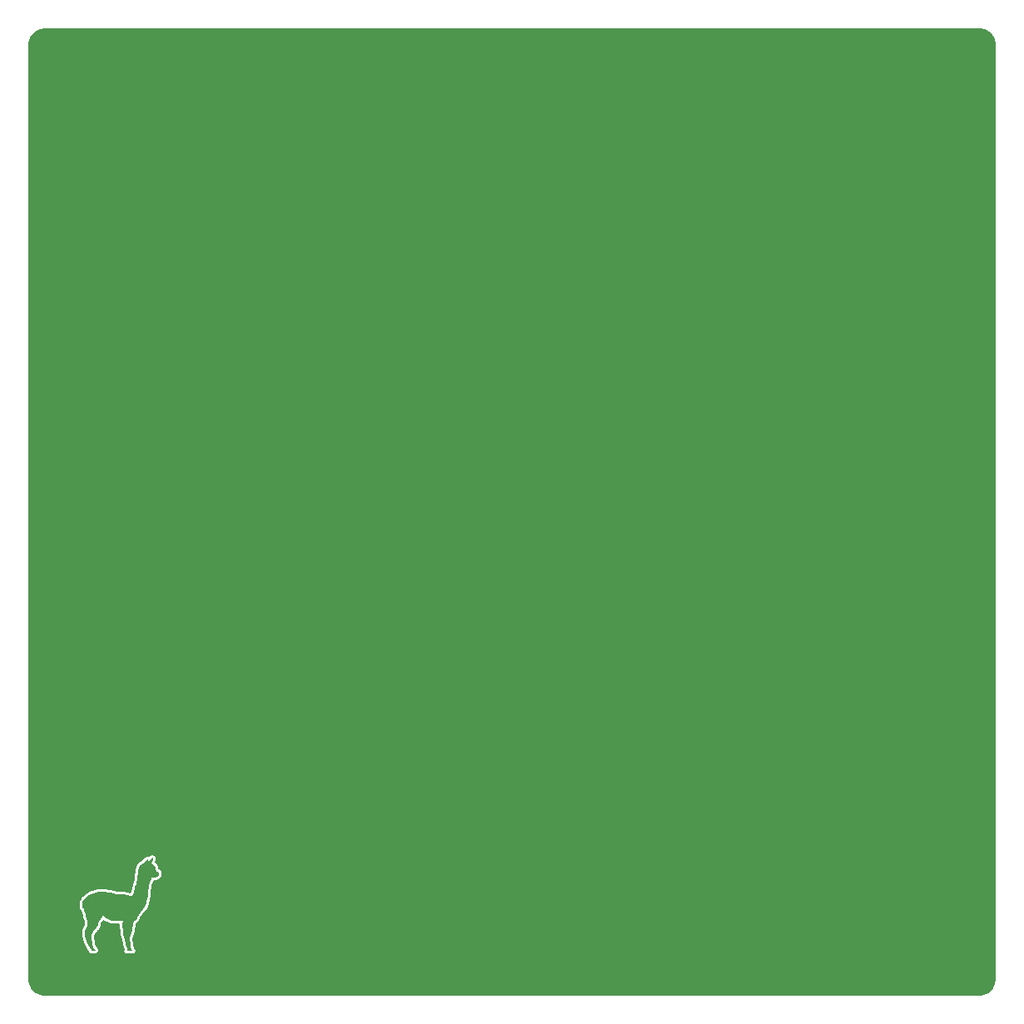
<source format=gbr>
%TF.GenerationSoftware,KiCad,Pcbnew,6.0.9+dfsg-1~bpo11+1*%
%TF.CreationDate,2022-11-06T13:23:44+01:00*%
%TF.ProjectId,base,62617365-2e6b-4696-9361-645f70636258,2*%
%TF.SameCoordinates,Original*%
%TF.FileFunction,Copper,L1,Top*%
%TF.FilePolarity,Positive*%
%FSLAX46Y46*%
G04 Gerber Fmt 4.6, Leading zero omitted, Abs format (unit mm)*
G04 Created by KiCad (PCBNEW 6.0.9+dfsg-1~bpo11+1) date 2022-11-06 13:23:44*
%MOMM*%
%LPD*%
G01*
G04 APERTURE LIST*
%TA.AperFunction,ComponentPad*%
%ADD10C,3.400000*%
%TD*%
%TA.AperFunction,ViaPad*%
%ADD11C,0.800000*%
%TD*%
G04 APERTURE END LIST*
%TO.C,G\u002A\u002A\u002A*%
G36*
X109914416Y-131729835D02*
G01*
X109943561Y-131745287D01*
X109955277Y-131777583D01*
X109949972Y-131832077D01*
X109928057Y-131914125D01*
X109890492Y-132027483D01*
X109857721Y-132120893D01*
X109829331Y-132199251D01*
X109808224Y-132254728D01*
X109797301Y-132279491D01*
X109796972Y-132279893D01*
X109808277Y-132294357D01*
X109847091Y-132323130D01*
X109905037Y-132360009D01*
X109905588Y-132360340D01*
X110031368Y-132447708D01*
X110127025Y-132539263D01*
X110190648Y-132631501D01*
X110220324Y-132720919D01*
X110214140Y-132804015D01*
X110181040Y-132864891D01*
X110141983Y-132913125D01*
X110255111Y-132981272D01*
X110335474Y-133033399D01*
X110418500Y-133092935D01*
X110461214Y-133126500D01*
X110513323Y-133171855D01*
X110539491Y-133205222D01*
X110546422Y-133239968D01*
X110541322Y-133286249D01*
X110531272Y-133365745D01*
X110524369Y-133446339D01*
X110524113Y-133450944D01*
X110513418Y-133513635D01*
X110485916Y-133548943D01*
X110474590Y-133555528D01*
X110428048Y-133588533D01*
X110388588Y-133628506D01*
X110368465Y-133650077D01*
X110343955Y-133664948D01*
X110306925Y-133674838D01*
X110249245Y-133681464D01*
X110162783Y-133686544D01*
X110101005Y-133689260D01*
X109981689Y-133696462D01*
X109891872Y-133706558D01*
X109836281Y-133718928D01*
X109822815Y-133725758D01*
X109798763Y-133762753D01*
X109780657Y-133819491D01*
X109778901Y-133829094D01*
X109764182Y-133881259D01*
X109735014Y-133957391D01*
X109696401Y-134044984D01*
X109673574Y-134092270D01*
X109639234Y-134163297D01*
X109612482Y-134226234D01*
X109590874Y-134289962D01*
X109571966Y-134363358D01*
X109553315Y-134455305D01*
X109532476Y-134574680D01*
X109520007Y-134650285D01*
X109497223Y-134800950D01*
X109475026Y-134967452D01*
X109455407Y-135133514D01*
X109440354Y-135282855D01*
X109435422Y-135342636D01*
X109406958Y-135641701D01*
X109368203Y-135906871D01*
X109318026Y-136144557D01*
X109256107Y-136358732D01*
X109198283Y-136514260D01*
X109132599Y-136649892D01*
X109052041Y-136777021D01*
X108949597Y-136907040D01*
X108851287Y-137016399D01*
X108654658Y-137250561D01*
X108487613Y-137503258D01*
X108362728Y-137742372D01*
X108306372Y-137855807D01*
X108255622Y-137940750D01*
X108203351Y-138008037D01*
X108156965Y-138055208D01*
X108101622Y-138104234D01*
X108056502Y-138139426D01*
X108031137Y-138153365D01*
X108030790Y-138153377D01*
X108006902Y-138166437D01*
X107983839Y-138207534D01*
X107960784Y-138279546D01*
X107936919Y-138385349D01*
X107911425Y-138527821D01*
X107895405Y-138629478D01*
X107865871Y-138815506D01*
X107837404Y-138973253D01*
X107807074Y-139115579D01*
X107771949Y-139255342D01*
X107729100Y-139405404D01*
X107688295Y-139538303D01*
X107647325Y-139677534D01*
X107619875Y-139796918D01*
X107605347Y-139907585D01*
X107603144Y-140020664D01*
X107612669Y-140147287D01*
X107633325Y-140298585D01*
X107643953Y-140364768D01*
X107663727Y-140487783D01*
X107682195Y-140608350D01*
X107697685Y-140715164D01*
X107708527Y-140796921D01*
X107711122Y-140819447D01*
X107725786Y-140909456D01*
X107752736Y-140983788D01*
X107800009Y-141063926D01*
X107805847Y-141072620D01*
X107886243Y-141191457D01*
X107282070Y-141191457D01*
X107296036Y-141124288D01*
X107313333Y-141064768D01*
X107334184Y-141019072D01*
X107343905Y-140991984D01*
X107339148Y-140955160D01*
X107317574Y-140898893D01*
X107292109Y-140844584D01*
X107252101Y-140753206D01*
X107218036Y-140653524D01*
X107187707Y-140537147D01*
X107158903Y-140395681D01*
X107131702Y-140235224D01*
X107111548Y-140130975D01*
X107081809Y-140005236D01*
X107046841Y-139875430D01*
X107018084Y-139780545D01*
X106978746Y-139654864D01*
X106948370Y-139546309D01*
X106925112Y-139444624D01*
X106907130Y-139339548D01*
X106892581Y-139220822D01*
X106879621Y-139078188D01*
X106870564Y-138959398D01*
X106860015Y-138753088D01*
X106858411Y-138555605D01*
X106865560Y-138376859D01*
X106881269Y-138226763D01*
X106885298Y-138201762D01*
X106896570Y-138136477D01*
X106526124Y-138147921D01*
X106284525Y-138150961D01*
X106074331Y-138143448D01*
X105886768Y-138124548D01*
X105713065Y-138093426D01*
X105570670Y-138057002D01*
X105357737Y-137979272D01*
X105179081Y-137879181D01*
X105033819Y-137756105D01*
X104921073Y-137609423D01*
X104908870Y-137588783D01*
X104851814Y-137489200D01*
X104837279Y-137547112D01*
X104797554Y-137661485D01*
X104736069Y-137787677D01*
X104661694Y-137909751D01*
X104583296Y-138011771D01*
X104571653Y-138024448D01*
X104503647Y-138098506D01*
X104458031Y-138157071D01*
X104427706Y-138213614D01*
X104405573Y-138281608D01*
X104384534Y-138374524D01*
X104382815Y-138382813D01*
X104344506Y-138528087D01*
X104290157Y-138660794D01*
X104214821Y-138789451D01*
X104113551Y-138922573D01*
X103989124Y-139060612D01*
X103901310Y-139154172D01*
X103838192Y-139226133D01*
X103794604Y-139283473D01*
X103765382Y-139333172D01*
X103745358Y-139382210D01*
X103740968Y-139395887D01*
X103713235Y-139520673D01*
X103696981Y-139667535D01*
X103693305Y-139818539D01*
X103703301Y-139955751D01*
X103705734Y-139972091D01*
X103743698Y-140204382D01*
X103777306Y-140398498D01*
X103807217Y-140557292D01*
X103834090Y-140683619D01*
X103858585Y-140780332D01*
X103881360Y-140850286D01*
X103903075Y-140896333D01*
X103924389Y-140921329D01*
X103925073Y-140921814D01*
X103986072Y-140972353D01*
X104041125Y-141031622D01*
X104078952Y-141086696D01*
X104087782Y-141108240D01*
X104090489Y-141127264D01*
X104081872Y-141139442D01*
X104054833Y-141146293D01*
X104002273Y-141149342D01*
X103917094Y-141150108D01*
X103892439Y-141150122D01*
X103686144Y-141150122D01*
X103690898Y-141093287D01*
X103686738Y-141056861D01*
X103664682Y-141015379D01*
X103619538Y-140960866D01*
X103573165Y-140912449D01*
X103487536Y-140814295D01*
X103409605Y-140699197D01*
X103336422Y-140561452D01*
X103265035Y-140395359D01*
X103192493Y-140195216D01*
X103175413Y-140144006D01*
X103105788Y-139920717D01*
X103055232Y-139727218D01*
X103023844Y-139556571D01*
X103011725Y-139401843D01*
X103018975Y-139256096D01*
X103045692Y-139112396D01*
X103091977Y-138963806D01*
X103157928Y-138803392D01*
X103195851Y-138721725D01*
X103226488Y-138655147D01*
X103246363Y-138601135D01*
X103257737Y-138547338D01*
X103262867Y-138481402D01*
X103264014Y-138390976D01*
X103263885Y-138349715D01*
X103248074Y-138127435D01*
X103202914Y-137878699D01*
X103128873Y-137605678D01*
X103059296Y-137399024D01*
X103023042Y-137290650D01*
X102989003Y-137174804D01*
X102962487Y-137070101D01*
X102954213Y-137030466D01*
X102928822Y-136916737D01*
X102901286Y-136830454D01*
X102873391Y-136774383D01*
X102846923Y-136751287D01*
X102823668Y-136763931D01*
X102807949Y-136804088D01*
X102798407Y-136837346D01*
X102789621Y-136840392D01*
X102775793Y-136809800D01*
X102764250Y-136778254D01*
X102742457Y-136681687D01*
X102734480Y-136561679D01*
X102739934Y-136433607D01*
X102758432Y-136312845D01*
X102777676Y-136244395D01*
X102872199Y-136038632D01*
X103002148Y-135850848D01*
X103165062Y-135682486D01*
X103358484Y-135534988D01*
X103579955Y-135409797D01*
X103827018Y-135308357D01*
X104097214Y-135232109D01*
X104388085Y-135182496D01*
X104619284Y-135163590D01*
X104794850Y-135159516D01*
X104962998Y-135164635D01*
X105133553Y-135180037D01*
X105316339Y-135206811D01*
X105521181Y-135246046D01*
X105683423Y-135281617D01*
X105875615Y-135324691D01*
X106035159Y-135358400D01*
X106169417Y-135383758D01*
X106285751Y-135401779D01*
X106391524Y-135413475D01*
X106494098Y-135419859D01*
X106600835Y-135421946D01*
X106697258Y-135421150D01*
X106809477Y-135419831D01*
X106898026Y-135421178D01*
X106974640Y-135426632D01*
X107051056Y-135437637D01*
X107139011Y-135455638D01*
X107250241Y-135482076D01*
X107307208Y-135496165D01*
X107451244Y-135530429D01*
X107562559Y-135552366D01*
X107647893Y-135561952D01*
X107713985Y-135559163D01*
X107767576Y-135543974D01*
X107815406Y-135516360D01*
X107843667Y-135494218D01*
X107885778Y-135453346D01*
X107921467Y-135404258D01*
X107953302Y-135340683D01*
X107983851Y-135256347D01*
X108015681Y-135144979D01*
X108051360Y-135000306D01*
X108058693Y-134968939D01*
X108093810Y-134825540D01*
X108136130Y-134664624D01*
X108180612Y-134504748D01*
X108222219Y-134364469D01*
X108226905Y-134349434D01*
X108257956Y-134248226D01*
X108282606Y-134160591D01*
X108302452Y-134077889D01*
X108319094Y-133991482D01*
X108334131Y-133892731D01*
X108349159Y-133772996D01*
X108365779Y-133623639D01*
X108372004Y-133565256D01*
X108394197Y-133360986D01*
X108413945Y-133192814D01*
X108432194Y-133055643D01*
X108449891Y-132944376D01*
X108467983Y-132853915D01*
X108487415Y-132779164D01*
X108509135Y-132715026D01*
X108534088Y-132656404D01*
X108544976Y-132633784D01*
X108586454Y-132555390D01*
X108628683Y-132491069D01*
X108678807Y-132433520D01*
X108743967Y-132375442D01*
X108831308Y-132309533D01*
X108928397Y-132241847D01*
X109027761Y-132169937D01*
X109131078Y-132088614D01*
X109223846Y-132009590D01*
X109273781Y-131962870D01*
X109336551Y-131904087D01*
X109390644Y-131859809D01*
X109428281Y-131836099D01*
X109439118Y-131834010D01*
X109466264Y-131863246D01*
X109469488Y-131923212D01*
X109448833Y-132010956D01*
X109436194Y-132047086D01*
X109413231Y-132110665D01*
X109397701Y-132157882D01*
X109393409Y-132175456D01*
X109406069Y-132171627D01*
X109439965Y-132143081D01*
X109488971Y-132096084D01*
X109546960Y-132036900D01*
X109607807Y-131971793D01*
X109665386Y-131907030D01*
X109713571Y-131848874D01*
X109716823Y-131844711D01*
X109771214Y-131779224D01*
X109812588Y-131742320D01*
X109849448Y-131727290D01*
X109867433Y-131725875D01*
X109914416Y-131729835D01*
G37*
%TD*%
D10*
%TO.P,REF\u002A\u002A,1*%
%TO.N,GND*%
X99000000Y-49000000D03*
%TD*%
%TO.P,REF\u002A\u002A,1*%
%TO.N,GND*%
X124000000Y-129000000D03*
%TD*%
%TO.P,REF\u002A\u002A,1*%
%TO.N,GND*%
X154000000Y-134000000D03*
%TD*%
%TO.P,REF\u002A\u002A,1*%
%TO.N,GND*%
X104000000Y-99000000D03*
%TD*%
%TO.P,REF\u002A\u002A,1*%
%TO.N,GND*%
X169000000Y-74000000D03*
%TD*%
%TO.P,REF\u002A\u002A,1*%
%TO.N,GND*%
X99000000Y-64000000D03*
%TD*%
%TO.P,REF\u002A\u002A,1*%
%TO.N,GND*%
X104000000Y-144000000D03*
%TD*%
%TO.P,REF\u002A\u002A,1*%
%TO.N,GND*%
X144000000Y-84000000D03*
%TD*%
%TO.P,REF\u002A\u002A,1*%
%TO.N,GND*%
X134000000Y-84000000D03*
%TD*%
%TO.P,REF\u002A\u002A,1*%
%TO.N,GND*%
X154000000Y-84000000D03*
%TD*%
%TO.P,REF\u002A\u002A,1*%
%TO.N,GND*%
X179000000Y-134000000D03*
%TD*%
%TO.P,REF\u002A\u002A,1*%
%TO.N,GND*%
X194000000Y-144000000D03*
%TD*%
%TO.P,REF\u002A\u002A,1*%
%TO.N,GND*%
X169000000Y-54000000D03*
%TD*%
%TO.P,REF\u002A\u002A,1*%
%TO.N,GND*%
X119000000Y-114000000D03*
%TD*%
%TO.P,REF\u002A\u002A,1*%
%TO.N,GND*%
X99000000Y-124000000D03*
%TD*%
%TO.P,REF\u002A\u002A,1*%
%TO.N,GND*%
X189000000Y-64000000D03*
%TD*%
%TO.P,REF\u002A\u002A,1*%
%TO.N,GND*%
X134000000Y-79000000D03*
%TD*%
%TO.P,REF\u002A\u002A,1*%
%TO.N,GND*%
X184000000Y-104000000D03*
%TD*%
%TO.P,REF\u002A\u002A,1*%
%TO.N,GND*%
X99000000Y-144000000D03*
%TD*%
%TO.P,REF\u002A\u002A,1*%
%TO.N,GND*%
X99000000Y-74000000D03*
%TD*%
%TO.P,REF\u002A\u002A,1*%
%TO.N,GND*%
X144000000Y-59000000D03*
%TD*%
%TO.P,REF\u002A\u002A,1*%
%TO.N,GND*%
X194000000Y-124000000D03*
%TD*%
%TO.P,REF\u002A\u002A,1*%
%TO.N,GND*%
X184000000Y-99000000D03*
%TD*%
%TO.P,REF\u002A\u002A,1*%
%TO.N,GND*%
X124000000Y-59000000D03*
%TD*%
%TO.P,REF\u002A\u002A,1*%
%TO.N,GND*%
X149000000Y-54000000D03*
%TD*%
%TO.P,REF\u002A\u002A,1*%
%TO.N,GND*%
X139000000Y-94000000D03*
%TD*%
%TO.P,REF\u002A\u002A,1*%
%TO.N,GND*%
X129000000Y-89000000D03*
%TD*%
%TO.P,REF\u002A\u002A,1*%
%TO.N,GND*%
X179000000Y-99000000D03*
%TD*%
%TO.P,REF\u002A\u002A,1*%
%TO.N,GND*%
X104000000Y-94000000D03*
%TD*%
%TO.P,REF\u002A\u002A,1*%
%TO.N,GND*%
X189000000Y-124000000D03*
%TD*%
%TO.P,REF\u002A\u002A,1*%
%TO.N,GND*%
X174000000Y-144000000D03*
%TD*%
%TO.P,REF\u002A\u002A,1*%
%TO.N,GND*%
X159000000Y-84000000D03*
%TD*%
%TO.P,REF\u002A\u002A,1*%
%TO.N,GND*%
X149000000Y-49000000D03*
%TD*%
%TO.P,REF\u002A\u002A,1*%
%TO.N,GND*%
X144000000Y-119000000D03*
%TD*%
%TO.P,REF\u002A\u002A,1*%
%TO.N,GND*%
X184000000Y-139000000D03*
%TD*%
%TO.P,REF\u002A\u002A,1*%
%TO.N,GND*%
X164000000Y-104000000D03*
%TD*%
%TO.P,REF\u002A\u002A,1*%
%TO.N,GND*%
X109000000Y-89000000D03*
%TD*%
%TO.P,REF\u002A\u002A,1*%
%TO.N,GND*%
X189000000Y-89000000D03*
%TD*%
%TO.P,REF\u002A\u002A,1*%
%TO.N,GND*%
X164000000Y-94000000D03*
%TD*%
%TO.P,REF\u002A\u002A,1*%
%TO.N,GND*%
X154000000Y-109000000D03*
%TD*%
%TO.P,REF\u002A\u002A,1*%
%TO.N,GND*%
X134000000Y-89000000D03*
%TD*%
%TO.P,REF\u002A\u002A,1*%
%TO.N,GND*%
X144000000Y-74000000D03*
%TD*%
%TO.P,REF\u002A\u002A,1*%
%TO.N,GND*%
X144000000Y-54000000D03*
%TD*%
%TO.P,REF\u002A\u002A,1*%
%TO.N,GND*%
X114000000Y-129000000D03*
%TD*%
%TO.P,REF\u002A\u002A,1*%
%TO.N,GND*%
X124000000Y-134000000D03*
%TD*%
%TO.P,REF\u002A\u002A,1*%
%TO.N,GND*%
X139000000Y-134000000D03*
%TD*%
%TO.P,REF\u002A\u002A,1*%
%TO.N,GND*%
X169000000Y-124000000D03*
%TD*%
%TO.P,REF\u002A\u002A,1*%
%TO.N,GND*%
X134000000Y-114000000D03*
%TD*%
%TO.P,REF\u002A\u002A,1*%
%TO.N,GND*%
X99000000Y-129000000D03*
%TD*%
%TO.P,REF\u002A\u002A,1*%
%TO.N,GND*%
X139000000Y-129000000D03*
%TD*%
%TO.P,REF\u002A\u002A,1*%
%TO.N,GND*%
X104000000Y-79000000D03*
%TD*%
%TO.P,REF\u002A\u002A,1*%
%TO.N,GND*%
X189000000Y-74000000D03*
%TD*%
%TO.P,REF\u002A\u002A,1*%
%TO.N,GND*%
X189000000Y-139000000D03*
%TD*%
%TO.P,REF\u002A\u002A,1*%
%TO.N,GND*%
X104000000Y-74000000D03*
%TD*%
%TO.P,REF\u002A\u002A,1*%
%TO.N,GND*%
X109000000Y-64000000D03*
%TD*%
%TO.P,REF\u002A\u002A,1*%
%TO.N,GND*%
X184000000Y-79000000D03*
%TD*%
%TO.P,REF\u002A\u002A,1*%
%TO.N,GND*%
X99000000Y-54000000D03*
%TD*%
%TO.P,REF\u002A\u002A,1*%
%TO.N,GND*%
X124000000Y-124000000D03*
%TD*%
%TO.P,REF\u002A\u002A,1*%
%TO.N,GND*%
X104000000Y-69000000D03*
%TD*%
%TO.P,REF\u002A\u002A,1*%
%TO.N,GND*%
X179000000Y-94000000D03*
%TD*%
%TO.P,REF\u002A\u002A,1*%
%TO.N,GND*%
X174000000Y-134000000D03*
%TD*%
%TO.P,REF\u002A\u002A,1*%
%TO.N,GND*%
X154000000Y-79000000D03*
%TD*%
%TO.P,REF\u002A\u002A,1*%
%TO.N,GND*%
X194000000Y-64000000D03*
%TD*%
%TO.P,REF\u002A\u002A,1*%
%TO.N,GND*%
X174000000Y-129000000D03*
%TD*%
%TO.P,REF\u002A\u002A,1*%
%TO.N,GND*%
X184000000Y-69000000D03*
%TD*%
%TO.P,REF\u002A\u002A,1*%
%TO.N,GND*%
X109000000Y-49000000D03*
%TD*%
%TO.P,REF\u002A\u002A,1*%
%TO.N,GND*%
X134000000Y-74000000D03*
%TD*%
%TO.P,REF\u002A\u002A,1*%
%TO.N,GND*%
X134000000Y-109000000D03*
%TD*%
%TO.P,REF\u002A\u002A,1*%
%TO.N,GND*%
X124000000Y-99000000D03*
%TD*%
%TO.P,REF\u002A\u002A,1*%
%TO.N,GND*%
X134000000Y-129000000D03*
%TD*%
%TO.P,REF\u002A\u002A,1*%
%TO.N,GND*%
X119000000Y-59000000D03*
%TD*%
%TO.P,REF\u002A\u002A,1*%
%TO.N,GND*%
X129000000Y-129000000D03*
%TD*%
%TO.P,REF\u002A\u002A,1*%
%TO.N,GND*%
X149000000Y-119000000D03*
%TD*%
%TO.P,REF\u002A\u002A,1*%
%TO.N,GND*%
X184000000Y-94000000D03*
%TD*%
%TO.P,REF\u002A\u002A,1*%
%TO.N,GND*%
X124000000Y-104000000D03*
%TD*%
%TO.P,REF\u002A\u002A,1*%
%TO.N,GND*%
X144000000Y-94000000D03*
%TD*%
%TO.P,REF\u002A\u002A,1*%
%TO.N,GND*%
X154000000Y-119000000D03*
%TD*%
%TO.P,REF\u002A\u002A,1*%
%TO.N,GND*%
X134000000Y-54000000D03*
%TD*%
%TO.P,REF\u002A\u002A,1*%
%TO.N,GND*%
X144000000Y-124000000D03*
%TD*%
%TO.P,REF\u002A\u002A,1*%
%TO.N,GND*%
X139000000Y-54000000D03*
%TD*%
%TO.P,REF\u002A\u002A,1*%
%TO.N,GND*%
X139000000Y-99000000D03*
%TD*%
%TO.P,REF\u002A\u002A,1*%
%TO.N,GND*%
X104000000Y-119000000D03*
%TD*%
%TO.P,REF\u002A\u002A,1*%
%TO.N,GND*%
X154000000Y-69000000D03*
%TD*%
%TO.P,REF\u002A\u002A,1*%
%TO.N,GND*%
X159000000Y-64000000D03*
%TD*%
%TO.P,REF\u002A\u002A,1*%
%TO.N,GND*%
X124000000Y-79000000D03*
%TD*%
%TO.P,REF\u002A\u002A,1*%
%TO.N,GND*%
X104000000Y-84000000D03*
%TD*%
%TO.P,REF\u002A\u002A,1*%
%TO.N,GND*%
X194000000Y-84000000D03*
%TD*%
%TO.P,REF\u002A\u002A,1*%
%TO.N,GND*%
X189000000Y-119000000D03*
%TD*%
%TO.P,REF\u002A\u002A,1*%
%TO.N,GND*%
X129000000Y-119000000D03*
%TD*%
%TO.P,REF\u002A\u002A,1*%
%TO.N,GND*%
X109000000Y-129000000D03*
%TD*%
%TO.P,REF\u002A\u002A,1*%
%TO.N,GND*%
X139000000Y-84000000D03*
%TD*%
%TO.P,REF\u002A\u002A,1*%
%TO.N,GND*%
X174000000Y-69000000D03*
%TD*%
%TO.P,REF\u002A\u002A,1*%
%TO.N,GND*%
X164000000Y-59000000D03*
%TD*%
%TO.P,REF\u002A\u002A,1*%
%TO.N,GND*%
X149000000Y-144000000D03*
%TD*%
%TO.P,REF\u002A\u002A,1*%
%TO.N,GND*%
X109000000Y-69000000D03*
%TD*%
%TO.P,REF\u002A\u002A,1*%
%TO.N,GND*%
X149000000Y-124000000D03*
%TD*%
%TO.P,REF\u002A\u002A,1*%
%TO.N,GND*%
X184000000Y-109000000D03*
%TD*%
%TO.P,REF\u002A\u002A,1*%
%TO.N,GND*%
X189000000Y-144000000D03*
%TD*%
%TO.P,REF\u002A\u002A,1*%
%TO.N,GND*%
X184000000Y-49000000D03*
%TD*%
%TO.P,REF\u002A\u002A,1*%
%TO.N,GND*%
X194000000Y-74000000D03*
%TD*%
%TO.P,REF\u002A\u002A,1*%
%TO.N,GND*%
X134000000Y-119000000D03*
%TD*%
%TO.P,REF\u002A\u002A,1*%
%TO.N,GND*%
X149000000Y-79000000D03*
%TD*%
%TO.P,REF\u002A\u002A,1*%
%TO.N,GND*%
X179000000Y-104000000D03*
%TD*%
%TO.P,REF\u002A\u002A,1*%
%TO.N,GND*%
X174000000Y-139000000D03*
%TD*%
%TO.P,REF\u002A\u002A,1*%
%TO.N,GND*%
X189000000Y-94000000D03*
%TD*%
%TO.P,REF\u002A\u002A,1*%
%TO.N,GND*%
X184000000Y-64000000D03*
%TD*%
%TO.P,REF\u002A\u002A,1*%
%TO.N,GND*%
X194000000Y-109000000D03*
%TD*%
%TO.P,REF\u002A\u002A,1*%
%TO.N,GND*%
X119000000Y-99000000D03*
%TD*%
%TO.P,REF\u002A\u002A,1*%
%TO.N,GND*%
X159000000Y-129000000D03*
%TD*%
%TO.P,REF\u002A\u002A,1*%
%TO.N,GND*%
X184000000Y-84000000D03*
%TD*%
%TO.P,REF\u002A\u002A,1*%
%TO.N,GND*%
X189000000Y-134000000D03*
%TD*%
%TO.P,REF\u002A\u002A,1*%
%TO.N,GND*%
X144000000Y-114000000D03*
%TD*%
%TO.P,REF\u002A\u002A,1*%
%TO.N,GND*%
X174000000Y-64000000D03*
%TD*%
%TO.P,REF\u002A\u002A,1*%
%TO.N,GND*%
X144000000Y-64000000D03*
%TD*%
%TO.P,REF\u002A\u002A,1*%
%TO.N,GND*%
X164000000Y-114000000D03*
%TD*%
%TO.P,REF\u002A\u002A,1*%
%TO.N,GND*%
X114000000Y-104000000D03*
%TD*%
%TO.P,REF\u002A\u002A,1*%
%TO.N,GND*%
X189000000Y-99000000D03*
%TD*%
%TO.P,REF\u002A\u002A,1*%
%TO.N,GND*%
X159000000Y-59000000D03*
%TD*%
%TO.P,REF\u002A\u002A,1*%
%TO.N,GND*%
X139000000Y-89000000D03*
%TD*%
%TO.P,REF\u002A\u002A,1*%
%TO.N,GND*%
X104000000Y-124000000D03*
%TD*%
%TO.P,REF\u002A\u002A,1*%
%TO.N,GND*%
X99000000Y-139000000D03*
%TD*%
%TO.P,REF\u002A\u002A,1*%
%TO.N,GND*%
X104000000Y-49000000D03*
%TD*%
%TO.P,REF\u002A\u002A,1*%
%TO.N,GND*%
X149000000Y-89000000D03*
%TD*%
%TO.P,REF\u002A\u002A,1*%
%TO.N,GND*%
X159000000Y-124000000D03*
%TD*%
%TO.P,REF\u002A\u002A,1*%
%TO.N,GND*%
X139000000Y-139000000D03*
%TD*%
%TO.P,REF\u002A\u002A,1*%
%TO.N,GND*%
X169000000Y-89000000D03*
%TD*%
%TO.P,REF\u002A\u002A,1*%
%TO.N,GND*%
X159000000Y-139000000D03*
%TD*%
%TO.P,REF\u002A\u002A,1*%
%TO.N,GND*%
X124000000Y-109000000D03*
%TD*%
%TO.P,REF\u002A\u002A,1*%
%TO.N,GND*%
X134000000Y-69000000D03*
%TD*%
%TO.P,REF\u002A\u002A,1*%
%TO.N,GND*%
X109000000Y-94000000D03*
%TD*%
%TO.P,REF\u002A\u002A,1*%
%TO.N,GND*%
X169000000Y-109000000D03*
%TD*%
%TO.P,REF\u002A\u002A,1*%
%TO.N,GND*%
X129000000Y-64000000D03*
%TD*%
%TO.P,REF\u002A\u002A,1*%
%TO.N,GND*%
X139000000Y-144000000D03*
%TD*%
%TO.P,REF\u002A\u002A,1*%
%TO.N,GND*%
X129000000Y-109000000D03*
%TD*%
%TO.P,REF\u002A\u002A,1*%
%TO.N,GND*%
X99000000Y-89000000D03*
%TD*%
%TO.P,REF\u002A\u002A,1*%
%TO.N,GND*%
X119000000Y-124000000D03*
%TD*%
%TO.P,REF\u002A\u002A,1*%
%TO.N,GND*%
X149000000Y-134000000D03*
%TD*%
%TO.P,REF\u002A\u002A,1*%
%TO.N,GND*%
X179000000Y-109000000D03*
%TD*%
%TO.P,REF\u002A\u002A,1*%
%TO.N,GND*%
X169000000Y-144000000D03*
%TD*%
%TO.P,REF\u002A\u002A,1*%
%TO.N,GND*%
X184000000Y-124000000D03*
%TD*%
%TO.P,REF\u002A\u002A,1*%
%TO.N,GND*%
X144000000Y-144000000D03*
%TD*%
%TO.P,REF\u002A\u002A,1*%
%TO.N,GND*%
X149000000Y-69000000D03*
%TD*%
%TO.P,REF\u002A\u002A,1*%
%TO.N,GND*%
X174000000Y-59000000D03*
%TD*%
%TO.P,REF\u002A\u002A,1*%
%TO.N,GND*%
X169000000Y-99000000D03*
%TD*%
%TO.P,REF\u002A\u002A,1*%
%TO.N,GND*%
X119000000Y-129000000D03*
%TD*%
%TO.P,REF\u002A\u002A,1*%
%TO.N,GND*%
X119000000Y-94000000D03*
%TD*%
%TO.P,REF\u002A\u002A,1*%
%TO.N,GND*%
X149000000Y-84000000D03*
%TD*%
%TO.P,REF\u002A\u002A,1*%
%TO.N,GND*%
X139000000Y-59000000D03*
%TD*%
%TO.P,REF\u002A\u002A,1*%
%TO.N,GND*%
X179000000Y-49000000D03*
%TD*%
%TO.P,REF\u002A\u002A,1*%
%TO.N,GND*%
X184000000Y-129000000D03*
%TD*%
%TO.P,REF\u002A\u002A,1*%
%TO.N,GND*%
X144000000Y-79000000D03*
%TD*%
%TO.P,REF\u002A\u002A,1*%
%TO.N,GND*%
X119000000Y-144000000D03*
%TD*%
%TO.P,REF\u002A\u002A,1*%
%TO.N,GND*%
X124000000Y-89000000D03*
%TD*%
%TO.P,REF\u002A\u002A,1*%
%TO.N,GND*%
X154000000Y-49000000D03*
%TD*%
%TO.P,REF\u002A\u002A,1*%
%TO.N,GND*%
X154000000Y-99000000D03*
%TD*%
%TO.P,REF\u002A\u002A,1*%
%TO.N,GND*%
X144000000Y-139000000D03*
%TD*%
%TO.P,REF\u002A\u002A,1*%
%TO.N,GND*%
X164000000Y-69000000D03*
%TD*%
%TO.P,REF\u002A\u002A,1*%
%TO.N,GND*%
X119000000Y-49000000D03*
%TD*%
%TO.P,REF\u002A\u002A,1*%
%TO.N,GND*%
X124000000Y-74000000D03*
%TD*%
%TO.P,REF\u002A\u002A,1*%
%TO.N,GND*%
X154000000Y-139000000D03*
%TD*%
%TO.P,REF\u002A\u002A,1*%
%TO.N,GND*%
X194000000Y-104000000D03*
%TD*%
%TO.P,REF\u002A\u002A,1*%
%TO.N,GND*%
X114000000Y-109000000D03*
%TD*%
%TO.P,REF\u002A\u002A,1*%
%TO.N,GND*%
X109000000Y-124000000D03*
%TD*%
%TO.P,REF\u002A\u002A,1*%
%TO.N,GND*%
X109000000Y-104000000D03*
%TD*%
%TO.P,REF\u002A\u002A,1*%
%TO.N,GND*%
X154000000Y-59000000D03*
%TD*%
%TO.P,REF\u002A\u002A,1*%
%TO.N,GND*%
X119000000Y-109000000D03*
%TD*%
%TO.P,REF\u002A\u002A,1*%
%TO.N,GND*%
X184000000Y-89000000D03*
%TD*%
%TO.P,REF\u002A\u002A,1*%
%TO.N,GND*%
X159000000Y-94000000D03*
%TD*%
%TO.P,REF\u002A\u002A,1*%
%TO.N,GND*%
X189000000Y-79000000D03*
%TD*%
%TO.P,REF\u002A\u002A,1*%
%TO.N,GND*%
X114000000Y-134000000D03*
%TD*%
%TO.P,REF\u002A\u002A,1*%
%TO.N,GND*%
X169000000Y-134000000D03*
%TD*%
%TO.P,REF\u002A\u002A,1*%
%TO.N,GND*%
X139000000Y-124000000D03*
%TD*%
%TO.P,REF\u002A\u002A,1*%
%TO.N,GND*%
X114000000Y-74000000D03*
%TD*%
%TO.P,REF\u002A\u002A,1*%
%TO.N,GND*%
X119000000Y-84000000D03*
%TD*%
%TO.P,REF\u002A\u002A,1*%
%TO.N,GND*%
X179000000Y-129000000D03*
%TD*%
%TO.P,REF\u002A\u002A,1*%
%TO.N,GND*%
X99000000Y-84000000D03*
%TD*%
%TO.P,REF\u002A\u002A,1*%
%TO.N,GND*%
X194000000Y-99000000D03*
%TD*%
%TO.P,REF\u002A\u002A,1*%
%TO.N,GND*%
X174000000Y-119000000D03*
%TD*%
%TO.P,REF\u002A\u002A,1*%
%TO.N,GND*%
X189000000Y-49000000D03*
%TD*%
%TO.P,REF\u002A\u002A,1*%
%TO.N,GND*%
X169000000Y-69000000D03*
%TD*%
%TO.P,REF\u002A\u002A,1*%
%TO.N,GND*%
X164000000Y-89000000D03*
%TD*%
%TO.P,REF\u002A\u002A,1*%
%TO.N,GND*%
X184000000Y-74000000D03*
%TD*%
%TO.P,REF\u002A\u002A,1*%
%TO.N,GND*%
X139000000Y-114000000D03*
%TD*%
%TO.P,REF\u002A\u002A,1*%
%TO.N,GND*%
X149000000Y-104000000D03*
%TD*%
%TO.P,REF\u002A\u002A,1*%
%TO.N,GND*%
X169000000Y-114000000D03*
%TD*%
%TO.P,REF\u002A\u002A,1*%
%TO.N,GND*%
X109000000Y-79000000D03*
%TD*%
%TO.P,REF\u002A\u002A,1*%
%TO.N,GND*%
X159000000Y-144000000D03*
%TD*%
%TO.P,REF\u002A\u002A,1*%
%TO.N,GND*%
X159000000Y-119000000D03*
%TD*%
%TO.P,REF\u002A\u002A,1*%
%TO.N,GND*%
X194000000Y-119000000D03*
%TD*%
%TO.P,REF\u002A\u002A,1*%
%TO.N,GND*%
X109000000Y-144000000D03*
%TD*%
%TO.P,REF\u002A\u002A,1*%
%TO.N,GND*%
X99000000Y-119000000D03*
%TD*%
%TO.P,REF\u002A\u002A,1*%
%TO.N,GND*%
X164000000Y-99000000D03*
%TD*%
%TO.P,REF\u002A\u002A,1*%
%TO.N,GND*%
X119000000Y-74000000D03*
%TD*%
%TO.P,REF\u002A\u002A,1*%
%TO.N,GND*%
X179000000Y-69000000D03*
%TD*%
%TO.P,REF\u002A\u002A,1*%
%TO.N,GND*%
X174000000Y-94000000D03*
%TD*%
%TO.P,REF\u002A\u002A,1*%
%TO.N,GND*%
X164000000Y-119000000D03*
%TD*%
%TO.P,REF\u002A\u002A,1*%
%TO.N,GND*%
X159000000Y-69000000D03*
%TD*%
%TO.P,REF\u002A\u002A,1*%
%TO.N,GND*%
X134000000Y-99000000D03*
%TD*%
%TO.P,REF\u002A\u002A,1*%
%TO.N,GND*%
X114000000Y-119000000D03*
%TD*%
%TO.P,REF\u002A\u002A,1*%
%TO.N,GND*%
X114000000Y-124000000D03*
%TD*%
%TO.P,REF\u002A\u002A,1*%
%TO.N,GND*%
X169000000Y-64000000D03*
%TD*%
%TO.P,REF\u002A\u002A,1*%
%TO.N,GND*%
X174000000Y-84000000D03*
%TD*%
%TO.P,REF\u002A\u002A,1*%
%TO.N,GND*%
X164000000Y-64000000D03*
%TD*%
%TO.P,REF\u002A\u002A,1*%
%TO.N,GND*%
X104000000Y-104000000D03*
%TD*%
%TO.P,REF\u002A\u002A,1*%
%TO.N,GND*%
X194000000Y-94000000D03*
%TD*%
%TO.P,REF\u002A\u002A,1*%
%TO.N,GND*%
X184000000Y-54000000D03*
%TD*%
%TO.P,REF\u002A\u002A,1*%
%TO.N,GND*%
X99000000Y-134000000D03*
%TD*%
%TO.P,REF\u002A\u002A,1*%
%TO.N,GND*%
X174000000Y-104000000D03*
%TD*%
%TO.P,REF\u002A\u002A,1*%
%TO.N,GND*%
X194000000Y-69000000D03*
%TD*%
%TO.P,REF\u002A\u002A,1*%
%TO.N,GND*%
X114000000Y-59000000D03*
%TD*%
%TO.P,REF\u002A\u002A,1*%
%TO.N,GND*%
X164000000Y-54000000D03*
%TD*%
%TO.P,REF\u002A\u002A,1*%
%TO.N,GND*%
X174000000Y-54000000D03*
%TD*%
%TO.P,REF\u002A\u002A,1*%
%TO.N,GND*%
X109000000Y-74000000D03*
%TD*%
%TO.P,REF\u002A\u002A,1*%
%TO.N,GND*%
X159000000Y-104000000D03*
%TD*%
%TO.P,REF\u002A\u002A,1*%
%TO.N,GND*%
X109000000Y-114000000D03*
%TD*%
%TO.P,REF\u002A\u002A,1*%
%TO.N,GND*%
X109000000Y-59000000D03*
%TD*%
%TO.P,REF\u002A\u002A,1*%
%TO.N,GND*%
X184000000Y-134000000D03*
%TD*%
%TO.P,REF\u002A\u002A,1*%
%TO.N,GND*%
X134000000Y-49000000D03*
%TD*%
%TO.P,REF\u002A\u002A,1*%
%TO.N,GND*%
X149000000Y-74000000D03*
%TD*%
%TO.P,REF\u002A\u002A,1*%
%TO.N,GND*%
X124000000Y-94000000D03*
%TD*%
%TO.P,REF\u002A\u002A,1*%
%TO.N,GND*%
X119000000Y-134000000D03*
%TD*%
%TO.P,REF\u002A\u002A,1*%
%TO.N,GND*%
X149000000Y-139000000D03*
%TD*%
%TO.P,REF\u002A\u002A,1*%
%TO.N,GND*%
X179000000Y-79000000D03*
%TD*%
%TO.P,REF\u002A\u002A,1*%
%TO.N,GND*%
X179000000Y-54000000D03*
%TD*%
%TO.P,REF\u002A\u002A,1*%
%TO.N,GND*%
X194000000Y-54000000D03*
%TD*%
%TO.P,REF\u002A\u002A,1*%
%TO.N,GND*%
X129000000Y-74000000D03*
%TD*%
%TO.P,REF\u002A\u002A,1*%
%TO.N,GND*%
X189000000Y-104000000D03*
%TD*%
%TO.P,REF\u002A\u002A,1*%
%TO.N,GND*%
X159000000Y-79000000D03*
%TD*%
%TO.P,REF\u002A\u002A,1*%
%TO.N,GND*%
X164000000Y-124000000D03*
%TD*%
%TO.P,REF\u002A\u002A,1*%
%TO.N,GND*%
X194000000Y-134000000D03*
%TD*%
%TO.P,REF\u002A\u002A,1*%
%TO.N,GND*%
X179000000Y-119000000D03*
%TD*%
%TO.P,REF\u002A\u002A,1*%
%TO.N,GND*%
X169000000Y-94000000D03*
%TD*%
%TO.P,REF\u002A\u002A,1*%
%TO.N,GND*%
X104000000Y-54000000D03*
%TD*%
%TO.P,REF\u002A\u002A,1*%
%TO.N,GND*%
X134000000Y-94000000D03*
%TD*%
%TO.P,REF\u002A\u002A,1*%
%TO.N,GND*%
X159000000Y-109000000D03*
%TD*%
%TO.P,REF\u002A\u002A,1*%
%TO.N,GND*%
X124000000Y-84000000D03*
%TD*%
%TO.P,REF\u002A\u002A,1*%
%TO.N,GND*%
X119000000Y-104000000D03*
%TD*%
%TO.P,REF\u002A\u002A,1*%
%TO.N,GND*%
X114000000Y-89000000D03*
%TD*%
%TO.P,REF\u002A\u002A,1*%
%TO.N,GND*%
X144000000Y-89000000D03*
%TD*%
%TO.P,REF\u002A\u002A,1*%
%TO.N,GND*%
X134000000Y-59000000D03*
%TD*%
%TO.P,REF\u002A\u002A,1*%
%TO.N,GND*%
X184000000Y-114000000D03*
%TD*%
%TO.P,REF\u002A\u002A,1*%
%TO.N,GND*%
X174000000Y-79000000D03*
%TD*%
%TO.P,REF\u002A\u002A,1*%
%TO.N,GND*%
X179000000Y-124000000D03*
%TD*%
%TO.P,REF\u002A\u002A,1*%
%TO.N,GND*%
X144000000Y-69000000D03*
%TD*%
%TO.P,REF\u002A\u002A,1*%
%TO.N,GND*%
X144000000Y-134000000D03*
%TD*%
%TO.P,REF\u002A\u002A,1*%
%TO.N,GND*%
X159000000Y-114000000D03*
%TD*%
%TO.P,REF\u002A\u002A,1*%
%TO.N,GND*%
X174000000Y-124000000D03*
%TD*%
%TO.P,REF\u002A\u002A,1*%
%TO.N,GND*%
X134000000Y-124000000D03*
%TD*%
%TO.P,REF\u002A\u002A,1*%
%TO.N,GND*%
X184000000Y-144000000D03*
%TD*%
%TO.P,REF\u002A\u002A,1*%
%TO.N,GND*%
X194000000Y-114000000D03*
%TD*%
%TO.P,REF\u002A\u002A,1*%
%TO.N,GND*%
X119000000Y-89000000D03*
%TD*%
%TO.P,REF\u002A\u002A,1*%
%TO.N,GND*%
X169000000Y-104000000D03*
%TD*%
%TO.P,REF\u002A\u002A,1*%
%TO.N,GND*%
X124000000Y-54000000D03*
%TD*%
%TO.P,REF\u002A\u002A,1*%
%TO.N,GND*%
X154000000Y-104000000D03*
%TD*%
%TO.P,REF\u002A\u002A,1*%
%TO.N,GND*%
X179000000Y-114000000D03*
%TD*%
%TO.P,REF\u002A\u002A,1*%
%TO.N,GND*%
X124000000Y-69000000D03*
%TD*%
%TO.P,REF\u002A\u002A,1*%
%TO.N,GND*%
X129000000Y-59000000D03*
%TD*%
%TO.P,REF\u002A\u002A,1*%
%TO.N,GND*%
X194000000Y-129000000D03*
%TD*%
%TO.P,REF\u002A\u002A,1*%
%TO.N,GND*%
X119000000Y-139000000D03*
%TD*%
%TO.P,REF\u002A\u002A,1*%
%TO.N,GND*%
X154000000Y-129000000D03*
%TD*%
%TO.P,REF\u002A\u002A,1*%
%TO.N,GND*%
X194000000Y-89000000D03*
%TD*%
%TO.P,REF\u002A\u002A,1*%
%TO.N,GND*%
X114000000Y-54000000D03*
%TD*%
%TO.P,REF\u002A\u002A,1*%
%TO.N,GND*%
X174000000Y-74000000D03*
%TD*%
%TO.P,REF\u002A\u002A,1*%
%TO.N,GND*%
X119000000Y-119000000D03*
%TD*%
%TO.P,REF\u002A\u002A,1*%
%TO.N,GND*%
X174000000Y-109000000D03*
%TD*%
%TO.P,REF\u002A\u002A,1*%
%TO.N,GND*%
X104000000Y-64000000D03*
%TD*%
%TO.P,REF\u002A\u002A,1*%
%TO.N,GND*%
X104000000Y-129000000D03*
%TD*%
%TO.P,REF\u002A\u002A,1*%
%TO.N,GND*%
X119000000Y-79000000D03*
%TD*%
%TO.P,REF\u002A\u002A,1*%
%TO.N,GND*%
X194000000Y-59000000D03*
%TD*%
%TO.P,REF\u002A\u002A,1*%
%TO.N,GND*%
X159000000Y-89000000D03*
%TD*%
%TO.P,REF\u002A\u002A,1*%
%TO.N,GND*%
X154000000Y-114000000D03*
%TD*%
%TO.P,REF\u002A\u002A,1*%
%TO.N,GND*%
X169000000Y-129000000D03*
%TD*%
%TO.P,REF\u002A\u002A,1*%
%TO.N,GND*%
X159000000Y-99000000D03*
%TD*%
%TO.P,REF\u002A\u002A,1*%
%TO.N,GND*%
X114000000Y-49000000D03*
%TD*%
%TO.P,REF\u002A\u002A,1*%
%TO.N,GND*%
X174000000Y-49000000D03*
%TD*%
%TO.P,REF\u002A\u002A,1*%
%TO.N,GND*%
X154000000Y-94000000D03*
%TD*%
%TO.P,REF\u002A\u002A,1*%
%TO.N,GND*%
X169000000Y-119000000D03*
%TD*%
%TO.P,REF\u002A\u002A,1*%
%TO.N,GND*%
X194000000Y-49000000D03*
%TD*%
%TO.P,REF\u002A\u002A,1*%
%TO.N,GND*%
X129000000Y-54000000D03*
%TD*%
%TO.P,REF\u002A\u002A,1*%
%TO.N,GND*%
X184000000Y-59000000D03*
%TD*%
%TO.P,REF\u002A\u002A,1*%
%TO.N,GND*%
X179000000Y-74000000D03*
%TD*%
%TO.P,REF\u002A\u002A,1*%
%TO.N,GND*%
X99000000Y-79000000D03*
%TD*%
%TO.P,REF\u002A\u002A,1*%
%TO.N,GND*%
X114000000Y-139000000D03*
%TD*%
%TO.P,REF\u002A\u002A,1*%
%TO.N,GND*%
X189000000Y-109000000D03*
%TD*%
%TO.P,REF\u002A\u002A,1*%
%TO.N,GND*%
X114000000Y-84000000D03*
%TD*%
%TO.P,REF\u002A\u002A,1*%
%TO.N,GND*%
X109000000Y-119000000D03*
%TD*%
%TO.P,REF\u002A\u002A,1*%
%TO.N,GND*%
X104000000Y-109000000D03*
%TD*%
%TO.P,REF\u002A\u002A,1*%
%TO.N,GND*%
X159000000Y-74000000D03*
%TD*%
%TO.P,REF\u002A\u002A,1*%
%TO.N,GND*%
X129000000Y-114000000D03*
%TD*%
%TO.P,REF\u002A\u002A,1*%
%TO.N,GND*%
X169000000Y-84000000D03*
%TD*%
%TO.P,REF\u002A\u002A,1*%
%TO.N,GND*%
X174000000Y-99000000D03*
%TD*%
%TO.P,REF\u002A\u002A,1*%
%TO.N,GND*%
X99000000Y-94000000D03*
%TD*%
%TO.P,REF\u002A\u002A,1*%
%TO.N,GND*%
X154000000Y-144000000D03*
%TD*%
%TO.P,REF\u002A\u002A,1*%
%TO.N,GND*%
X124000000Y-64000000D03*
%TD*%
%TO.P,REF\u002A\u002A,1*%
%TO.N,GND*%
X144000000Y-109000000D03*
%TD*%
%TO.P,REF\u002A\u002A,1*%
%TO.N,GND*%
X134000000Y-139000000D03*
%TD*%
%TO.P,REF\u002A\u002A,1*%
%TO.N,GND*%
X129000000Y-104000000D03*
%TD*%
%TO.P,REF\u002A\u002A,1*%
%TO.N,GND*%
X149000000Y-99000000D03*
%TD*%
%TO.P,REF\u002A\u002A,1*%
%TO.N,GND*%
X119000000Y-64000000D03*
%TD*%
%TO.P,REF\u002A\u002A,1*%
%TO.N,GND*%
X149000000Y-109000000D03*
%TD*%
%TO.P,REF\u002A\u002A,1*%
%TO.N,GND*%
X169000000Y-59000000D03*
%TD*%
%TO.P,REF\u002A\u002A,1*%
%TO.N,GND*%
X154000000Y-124000000D03*
%TD*%
%TO.P,REF\u002A\u002A,1*%
%TO.N,GND*%
X99000000Y-99000000D03*
%TD*%
%TO.P,REF\u002A\u002A,1*%
%TO.N,GND*%
X114000000Y-114000000D03*
%TD*%
%TO.P,REF\u002A\u002A,1*%
%TO.N,GND*%
X114000000Y-144000000D03*
%TD*%
%TO.P,REF\u002A\u002A,1*%
%TO.N,GND*%
X139000000Y-119000000D03*
%TD*%
%TO.P,REF\u002A\u002A,1*%
%TO.N,GND*%
X129000000Y-49000000D03*
%TD*%
%TO.P,REF\u002A\u002A,1*%
%TO.N,GND*%
X129000000Y-124000000D03*
%TD*%
%TO.P,REF\u002A\u002A,1*%
%TO.N,GND*%
X134000000Y-104000000D03*
%TD*%
%TO.P,REF\u002A\u002A,1*%
%TO.N,GND*%
X129000000Y-99000000D03*
%TD*%
%TO.P,REF\u002A\u002A,1*%
%TO.N,GND*%
X129000000Y-94000000D03*
%TD*%
%TO.P,REF\u002A\u002A,1*%
%TO.N,GND*%
X179000000Y-139000000D03*
%TD*%
%TO.P,REF\u002A\u002A,1*%
%TO.N,GND*%
X99000000Y-69000000D03*
%TD*%
%TO.P,REF\u002A\u002A,1*%
%TO.N,GND*%
X149000000Y-64000000D03*
%TD*%
%TO.P,REF\u002A\u002A,1*%
%TO.N,GND*%
X164000000Y-129000000D03*
%TD*%
%TO.P,REF\u002A\u002A,1*%
%TO.N,GND*%
X164000000Y-84000000D03*
%TD*%
%TO.P,REF\u002A\u002A,1*%
%TO.N,GND*%
X149000000Y-59000000D03*
%TD*%
%TO.P,REF\u002A\u002A,1*%
%TO.N,GND*%
X109000000Y-109000000D03*
%TD*%
%TO.P,REF\u002A\u002A,1*%
%TO.N,GND*%
X189000000Y-54000000D03*
%TD*%
%TO.P,REF\u002A\u002A,1*%
%TO.N,GND*%
X164000000Y-49000000D03*
%TD*%
%TO.P,REF\u002A\u002A,1*%
%TO.N,GND*%
X174000000Y-114000000D03*
%TD*%
%TO.P,REF\u002A\u002A,1*%
%TO.N,GND*%
X99000000Y-59000000D03*
%TD*%
%TO.P,REF\u002A\u002A,1*%
%TO.N,GND*%
X124000000Y-49000000D03*
%TD*%
%TO.P,REF\u002A\u002A,1*%
%TO.N,GND*%
X134000000Y-134000000D03*
%TD*%
%TO.P,REF\u002A\u002A,1*%
%TO.N,GND*%
X149000000Y-114000000D03*
%TD*%
%TO.P,REF\u002A\u002A,1*%
%TO.N,GND*%
X139000000Y-104000000D03*
%TD*%
%TO.P,REF\u002A\u002A,1*%
%TO.N,GND*%
X114000000Y-99000000D03*
%TD*%
%TO.P,REF\u002A\u002A,1*%
%TO.N,GND*%
X139000000Y-79000000D03*
%TD*%
%TO.P,REF\u002A\u002A,1*%
%TO.N,GND*%
X99000000Y-109000000D03*
%TD*%
%TO.P,REF\u002A\u002A,1*%
%TO.N,GND*%
X164000000Y-144000000D03*
%TD*%
%TO.P,REF\u002A\u002A,1*%
%TO.N,GND*%
X154000000Y-54000000D03*
%TD*%
%TO.P,REF\u002A\u002A,1*%
%TO.N,GND*%
X144000000Y-99000000D03*
%TD*%
%TO.P,REF\u002A\u002A,1*%
%TO.N,GND*%
X154000000Y-64000000D03*
%TD*%
%TO.P,REF\u002A\u002A,1*%
%TO.N,GND*%
X139000000Y-74000000D03*
%TD*%
%TO.P,REF\u002A\u002A,1*%
%TO.N,GND*%
X124000000Y-139000000D03*
%TD*%
%TO.P,REF\u002A\u002A,1*%
%TO.N,GND*%
X134000000Y-144000000D03*
%TD*%
%TO.P,REF\u002A\u002A,1*%
%TO.N,GND*%
X124000000Y-114000000D03*
%TD*%
%TO.P,REF\u002A\u002A,1*%
%TO.N,GND*%
X129000000Y-69000000D03*
%TD*%
%TO.P,REF\u002A\u002A,1*%
%TO.N,GND*%
X114000000Y-94000000D03*
%TD*%
%TO.P,REF\u002A\u002A,1*%
%TO.N,GND*%
X104000000Y-59000000D03*
%TD*%
%TO.P,REF\u002A\u002A,1*%
%TO.N,GND*%
X119000000Y-54000000D03*
%TD*%
%TO.P,REF\u002A\u002A,1*%
%TO.N,GND*%
X129000000Y-144000000D03*
%TD*%
%TO.P,REF\u002A\u002A,1*%
%TO.N,GND*%
X169000000Y-139000000D03*
%TD*%
%TO.P,REF\u002A\u002A,1*%
%TO.N,GND*%
X129000000Y-134000000D03*
%TD*%
%TO.P,REF\u002A\u002A,1*%
%TO.N,GND*%
X99000000Y-104000000D03*
%TD*%
%TO.P,REF\u002A\u002A,1*%
%TO.N,GND*%
X179000000Y-89000000D03*
%TD*%
%TO.P,REF\u002A\u002A,1*%
%TO.N,GND*%
X104000000Y-114000000D03*
%TD*%
%TO.P,REF\u002A\u002A,1*%
%TO.N,GND*%
X159000000Y-134000000D03*
%TD*%
%TO.P,REF\u002A\u002A,1*%
%TO.N,GND*%
X104000000Y-89000000D03*
%TD*%
%TO.P,REF\u002A\u002A,1*%
%TO.N,GND*%
X164000000Y-79000000D03*
%TD*%
%TO.P,REF\u002A\u002A,1*%
%TO.N,GND*%
X109000000Y-99000000D03*
%TD*%
%TO.P,REF\u002A\u002A,1*%
%TO.N,GND*%
X144000000Y-104000000D03*
%TD*%
%TO.P,REF\u002A\u002A,1*%
%TO.N,GND*%
X164000000Y-109000000D03*
%TD*%
%TO.P,REF\u002A\u002A,1*%
%TO.N,GND*%
X129000000Y-79000000D03*
%TD*%
%TO.P,REF\u002A\u002A,1*%
%TO.N,GND*%
X114000000Y-69000000D03*
%TD*%
%TO.P,REF\u002A\u002A,1*%
%TO.N,GND*%
X169000000Y-79000000D03*
%TD*%
%TO.P,REF\u002A\u002A,1*%
%TO.N,GND*%
X139000000Y-64000000D03*
%TD*%
%TO.P,REF\u002A\u002A,1*%
%TO.N,GND*%
X139000000Y-69000000D03*
%TD*%
%TO.P,REF\u002A\u002A,1*%
%TO.N,GND*%
X164000000Y-139000000D03*
%TD*%
%TO.P,REF\u002A\u002A,1*%
%TO.N,GND*%
X154000000Y-74000000D03*
%TD*%
%TO.P,REF\u002A\u002A,1*%
%TO.N,GND*%
X189000000Y-59000000D03*
%TD*%
%TO.P,REF\u002A\u002A,1*%
%TO.N,GND*%
X164000000Y-134000000D03*
%TD*%
%TO.P,REF\u002A\u002A,1*%
%TO.N,GND*%
X149000000Y-94000000D03*
%TD*%
%TO.P,REF\u002A\u002A,1*%
%TO.N,GND*%
X109000000Y-54000000D03*
%TD*%
%TO.P,REF\u002A\u002A,1*%
%TO.N,GND*%
X144000000Y-129000000D03*
%TD*%
%TO.P,REF\u002A\u002A,1*%
%TO.N,GND*%
X189000000Y-84000000D03*
%TD*%
%TO.P,REF\u002A\u002A,1*%
%TO.N,GND*%
X184000000Y-119000000D03*
%TD*%
%TO.P,REF\u002A\u002A,1*%
%TO.N,GND*%
X159000000Y-49000000D03*
%TD*%
%TO.P,REF\u002A\u002A,1*%
%TO.N,GND*%
X174000000Y-89000000D03*
%TD*%
%TO.P,REF\u002A\u002A,1*%
%TO.N,GND*%
X124000000Y-119000000D03*
%TD*%
%TO.P,REF\u002A\u002A,1*%
%TO.N,GND*%
X179000000Y-144000000D03*
%TD*%
%TO.P,REF\u002A\u002A,1*%
%TO.N,GND*%
X189000000Y-114000000D03*
%TD*%
%TO.P,REF\u002A\u002A,1*%
%TO.N,GND*%
X134000000Y-64000000D03*
%TD*%
%TO.P,REF\u002A\u002A,1*%
%TO.N,GND*%
X179000000Y-59000000D03*
%TD*%
%TO.P,REF\u002A\u002A,1*%
%TO.N,GND*%
X114000000Y-64000000D03*
%TD*%
%TO.P,REF\u002A\u002A,1*%
%TO.N,GND*%
X119000000Y-69000000D03*
%TD*%
%TO.P,REF\u002A\u002A,1*%
%TO.N,GND*%
X149000000Y-129000000D03*
%TD*%
%TO.P,REF\u002A\u002A,1*%
%TO.N,GND*%
X109000000Y-84000000D03*
%TD*%
%TO.P,REF\u002A\u002A,1*%
%TO.N,GND*%
X139000000Y-109000000D03*
%TD*%
%TO.P,REF\u002A\u002A,1*%
%TO.N,GND*%
X194000000Y-139000000D03*
%TD*%
%TO.P,REF\u002A\u002A,1*%
%TO.N,GND*%
X114000000Y-79000000D03*
%TD*%
%TO.P,REF\u002A\u002A,1*%
%TO.N,GND*%
X139000000Y-49000000D03*
%TD*%
%TO.P,REF\u002A\u002A,1*%
%TO.N,GND*%
X164000000Y-74000000D03*
%TD*%
%TO.P,REF\u002A\u002A,1*%
%TO.N,GND*%
X99000000Y-114000000D03*
%TD*%
%TO.P,REF\u002A\u002A,1*%
%TO.N,GND*%
X189000000Y-69000000D03*
%TD*%
%TO.P,REF\u002A\u002A,1*%
%TO.N,GND*%
X189000000Y-129000000D03*
%TD*%
%TO.P,REF\u002A\u002A,1*%
%TO.N,GND*%
X129000000Y-84000000D03*
%TD*%
%TO.P,REF\u002A\u002A,1*%
%TO.N,GND*%
X169000000Y-49000000D03*
%TD*%
%TO.P,REF\u002A\u002A,1*%
%TO.N,GND*%
X154000000Y-89000000D03*
%TD*%
%TO.P,REF\u002A\u002A,1*%
%TO.N,GND*%
X194000000Y-79000000D03*
%TD*%
%TO.P,REF\u002A\u002A,1*%
%TO.N,GND*%
X129000000Y-139000000D03*
%TD*%
%TO.P,REF\u002A\u002A,1*%
%TO.N,GND*%
X124000000Y-144000000D03*
%TD*%
%TO.P,REF\u002A\u002A,1*%
%TO.N,GND*%
X144000000Y-49000000D03*
%TD*%
%TO.P,REF\u002A\u002A,1*%
%TO.N,GND*%
X179000000Y-64000000D03*
%TD*%
%TO.P,REF\u002A\u002A,1*%
%TO.N,GND*%
X159000000Y-54000000D03*
%TD*%
%TO.P,REF\u002A\u002A,1*%
%TO.N,GND*%
X179000000Y-84000000D03*
%TD*%
D11*
%TO.N,GND*%
X170000000Y-107000000D03*
X142000000Y-102000000D03*
X167000000Y-123000000D03*
X193000000Y-141000000D03*
X156000000Y-124000000D03*
X171000000Y-127000000D03*
X131000000Y-51000000D03*
X172000000Y-133000000D03*
X136000000Y-64000000D03*
X145000000Y-142000000D03*
X152000000Y-91000000D03*
X120000000Y-52000000D03*
X147000000Y-72000000D03*
X193000000Y-126000000D03*
X189000000Y-81000000D03*
X181000000Y-83000000D03*
X162000000Y-120000000D03*
X132000000Y-115000000D03*
X119000000Y-96000000D03*
X164000000Y-132000000D03*
X101000000Y-91000000D03*
X99000000Y-126000000D03*
X159000000Y-72000000D03*
X153000000Y-86000000D03*
X113000000Y-71000000D03*
X122000000Y-92000000D03*
X100000000Y-66000000D03*
X98000000Y-77000000D03*
X114000000Y-102000000D03*
X149000000Y-107000000D03*
X121000000Y-130000000D03*
X142000000Y-117000000D03*
X101000000Y-48000000D03*
X136000000Y-83000000D03*
X112000000Y-93000000D03*
X151000000Y-64000000D03*
X127000000Y-96000000D03*
X168000000Y-77000000D03*
X127000000Y-131000000D03*
X115000000Y-117000000D03*
X113000000Y-97000000D03*
X147000000Y-106000000D03*
X145000000Y-96000000D03*
X121000000Y-100000000D03*
X135000000Y-66000000D03*
X130000000Y-112000000D03*
X172000000Y-79000000D03*
X155000000Y-127000000D03*
X186000000Y-79000000D03*
X187000000Y-105000000D03*
X135000000Y-111000000D03*
X132000000Y-65000000D03*
X126000000Y-130000000D03*
X98000000Y-96000000D03*
X172000000Y-110000000D03*
X176000000Y-50000000D03*
X181000000Y-82000000D03*
X115000000Y-62000000D03*
X160000000Y-121000000D03*
X146000000Y-117000000D03*
X154000000Y-132000000D03*
X101000000Y-67000000D03*
X128000000Y-136000000D03*
X120000000Y-141000000D03*
X161000000Y-110000000D03*
X164000000Y-87000000D03*
X187000000Y-91000000D03*
X177000000Y-111000000D03*
X187000000Y-66000000D03*
X147000000Y-71000000D03*
X141000000Y-55000000D03*
X182000000Y-132000000D03*
X127000000Y-92000000D03*
X117000000Y-127000000D03*
X178000000Y-81000000D03*
X148000000Y-136000000D03*
X142000000Y-145000000D03*
X111000000Y-89000000D03*
X171000000Y-128000000D03*
X188000000Y-121000000D03*
X146000000Y-74000000D03*
X182000000Y-73000000D03*
X166000000Y-109000000D03*
X171000000Y-59000000D03*
X149000000Y-116000000D03*
X135000000Y-91000000D03*
X155000000Y-86000000D03*
X175000000Y-142000000D03*
X192000000Y-125000000D03*
X154000000Y-61000000D03*
X141000000Y-92000000D03*
X126000000Y-93000000D03*
X186000000Y-77000000D03*
X179000000Y-116000000D03*
X172000000Y-129000000D03*
X191000000Y-69000000D03*
X185000000Y-66000000D03*
X127000000Y-128000000D03*
X184000000Y-116000000D03*
X150000000Y-82000000D03*
X124000000Y-52000000D03*
X172000000Y-112000000D03*
X185000000Y-76000000D03*
X112000000Y-114000000D03*
X188000000Y-102000000D03*
X191000000Y-116000000D03*
X147000000Y-79000000D03*
X159000000Y-81000000D03*
X125000000Y-72000000D03*
X109000000Y-51000000D03*
X123000000Y-92000000D03*
X176000000Y-64000000D03*
X104000000Y-71000000D03*
X151000000Y-110000000D03*
X106000000Y-72000000D03*
X192000000Y-112000000D03*
X134000000Y-77000000D03*
X162000000Y-67000000D03*
X115000000Y-121000000D03*
X159000000Y-96000000D03*
X186000000Y-89000000D03*
X174000000Y-122000000D03*
X171000000Y-137000000D03*
X112000000Y-116000000D03*
X138000000Y-126000000D03*
X161000000Y-83000000D03*
X149000000Y-91000000D03*
X130000000Y-91000000D03*
X151000000Y-75000000D03*
X124000000Y-92000000D03*
X155000000Y-71000000D03*
X107000000Y-73000000D03*
X111000000Y-143000000D03*
X195000000Y-61000000D03*
X137000000Y-138000000D03*
X187000000Y-74000000D03*
X185000000Y-61000000D03*
X123000000Y-96000000D03*
X132000000Y-117000000D03*
X195000000Y-97000000D03*
X137000000Y-113000000D03*
X162000000Y-56000000D03*
X162000000Y-133000000D03*
X117000000Y-134000000D03*
X125000000Y-66000000D03*
X172000000Y-141000000D03*
X164000000Y-102000000D03*
X121000000Y-85000000D03*
X157000000Y-95000000D03*
X122000000Y-134000000D03*
X172000000Y-140000000D03*
X105000000Y-56000000D03*
X108000000Y-61000000D03*
X121000000Y-131000000D03*
X162000000Y-91000000D03*
X174000000Y-142000000D03*
X166000000Y-135000000D03*
X124000000Y-86000000D03*
X131000000Y-48000000D03*
X126000000Y-127000000D03*
X131000000Y-106000000D03*
X171000000Y-113000000D03*
X133000000Y-72000000D03*
X137000000Y-56000000D03*
X127000000Y-113000000D03*
X172000000Y-69000000D03*
X173000000Y-92000000D03*
X153000000Y-92000000D03*
X177000000Y-57000000D03*
X189000000Y-77000000D03*
X192000000Y-105000000D03*
X161000000Y-71000000D03*
X126000000Y-49000000D03*
X122000000Y-121000000D03*
X155000000Y-56000000D03*
X116000000Y-71000000D03*
X126000000Y-135000000D03*
X111000000Y-50000000D03*
X98000000Y-106000000D03*
X162000000Y-113000000D03*
X105000000Y-91000000D03*
X139000000Y-106000000D03*
X164000000Y-111000000D03*
X170000000Y-66000000D03*
X137000000Y-66000000D03*
X191000000Y-125000000D03*
X111000000Y-53000000D03*
X127000000Y-66000000D03*
X192000000Y-97000000D03*
X117000000Y-96000000D03*
X106000000Y-109000000D03*
X136000000Y-78000000D03*
X161000000Y-76000000D03*
X177000000Y-88000000D03*
X151000000Y-115000000D03*
X119000000Y-137000000D03*
X176000000Y-100000000D03*
X192000000Y-61000000D03*
X176000000Y-81000000D03*
X103000000Y-76000000D03*
X167000000Y-84000000D03*
X177000000Y-129000000D03*
X191000000Y-111000000D03*
X102000000Y-132000000D03*
X106000000Y-99000000D03*
X102000000Y-59000000D03*
X111000000Y-68000000D03*
X158000000Y-141000000D03*
X162000000Y-74000000D03*
X131000000Y-109000000D03*
X126000000Y-65000000D03*
X147000000Y-138000000D03*
X126000000Y-98000000D03*
X109000000Y-116000000D03*
X154000000Y-107000000D03*
X98000000Y-102000000D03*
X158000000Y-91000000D03*
X169000000Y-127000000D03*
X173000000Y-121000000D03*
X116000000Y-140000000D03*
X143000000Y-127000000D03*
X114000000Y-107000000D03*
X108000000Y-62000000D03*
X188000000Y-127000000D03*
X157000000Y-108000000D03*
X191000000Y-76000000D03*
X186000000Y-65000000D03*
X151000000Y-123000000D03*
X101000000Y-56000000D03*
X101000000Y-82000000D03*
X186000000Y-99000000D03*
X151000000Y-97000000D03*
X165000000Y-71000000D03*
X194000000Y-107000000D03*
X161000000Y-140000000D03*
X162000000Y-89000000D03*
X106000000Y-128000000D03*
X171000000Y-83000000D03*
X122000000Y-63000000D03*
X102000000Y-107000000D03*
X127000000Y-70000000D03*
X145000000Y-62000000D03*
X161000000Y-77000000D03*
X98000000Y-141000000D03*
X121000000Y-98000000D03*
X126000000Y-117000000D03*
X141000000Y-108000000D03*
X165000000Y-86000000D03*
X132000000Y-88000000D03*
X189000000Y-51000000D03*
X131000000Y-115000000D03*
X137000000Y-54000000D03*
X121000000Y-136000000D03*
X121000000Y-60000000D03*
X131000000Y-60000000D03*
X127000000Y-108000000D03*
X167000000Y-111000000D03*
X111000000Y-109000000D03*
X187000000Y-119000000D03*
X113000000Y-86000000D03*
X121000000Y-127000000D03*
X128000000Y-127000000D03*
X191000000Y-136000000D03*
X122000000Y-117000000D03*
X167000000Y-65000000D03*
X172000000Y-51000000D03*
X103000000Y-86000000D03*
X170000000Y-141000000D03*
X191000000Y-85000000D03*
X161000000Y-58000000D03*
X148000000Y-56000000D03*
X160000000Y-86000000D03*
X142000000Y-56000000D03*
X174000000Y-77000000D03*
X106000000Y-64000000D03*
X128000000Y-52000000D03*
X176000000Y-122000000D03*
X139000000Y-142000000D03*
X117000000Y-72000000D03*
X111000000Y-105000000D03*
X193000000Y-137000000D03*
X167000000Y-120000000D03*
X131000000Y-57000000D03*
X156000000Y-48000000D03*
X152000000Y-118000000D03*
X154000000Y-111000000D03*
X136000000Y-130000000D03*
X145000000Y-102000000D03*
X145000000Y-61000000D03*
X156000000Y-81000000D03*
X133000000Y-92000000D03*
X138000000Y-141000000D03*
X141000000Y-95000000D03*
X137000000Y-75000000D03*
X164000000Y-72000000D03*
X134000000Y-122000000D03*
X142000000Y-114000000D03*
X156000000Y-133000000D03*
X150000000Y-81000000D03*
X151000000Y-108000000D03*
X132000000Y-106000000D03*
X159000000Y-107000000D03*
X157000000Y-117000000D03*
X147000000Y-69000000D03*
X177000000Y-142000000D03*
X122000000Y-97000000D03*
X190000000Y-112000000D03*
X193000000Y-66000000D03*
X122000000Y-126000000D03*
X186000000Y-126000000D03*
X156000000Y-82000000D03*
X182000000Y-145000000D03*
X156000000Y-140000000D03*
X192000000Y-58000000D03*
X132000000Y-68000000D03*
X123000000Y-97000000D03*
X117000000Y-56000000D03*
X154000000Y-122000000D03*
X162000000Y-138000000D03*
X131000000Y-89000000D03*
X136000000Y-70000000D03*
X116000000Y-144000000D03*
X131000000Y-116000000D03*
X186000000Y-113000000D03*
X192000000Y-96000000D03*
X114000000Y-127000000D03*
X124000000Y-107000000D03*
X194000000Y-67000000D03*
X111000000Y-62000000D03*
X106000000Y-115000000D03*
X123000000Y-142000000D03*
X111000000Y-125000000D03*
X129000000Y-56000000D03*
X118000000Y-72000000D03*
X116000000Y-125000000D03*
X112000000Y-87000000D03*
X132000000Y-98000000D03*
X183000000Y-141000000D03*
X131000000Y-65000000D03*
X112000000Y-85000000D03*
X107000000Y-72000000D03*
X159000000Y-121000000D03*
X103000000Y-81000000D03*
X132000000Y-136000000D03*
X173000000Y-142000000D03*
X155000000Y-136000000D03*
X176000000Y-125000000D03*
X125000000Y-91000000D03*
X103000000Y-67000000D03*
X167000000Y-56000000D03*
X140000000Y-142000000D03*
X133000000Y-127000000D03*
X127000000Y-82000000D03*
X192000000Y-63000000D03*
X151000000Y-70000000D03*
X180000000Y-77000000D03*
X180000000Y-52000000D03*
X187000000Y-55000000D03*
X132000000Y-104000000D03*
X171000000Y-134000000D03*
X156000000Y-89000000D03*
X143000000Y-116000000D03*
X183000000Y-121000000D03*
X191000000Y-134000000D03*
X134000000Y-81000000D03*
X116000000Y-82000000D03*
X111000000Y-127000000D03*
X145000000Y-132000000D03*
X146000000Y-145000000D03*
X125000000Y-117000000D03*
X105000000Y-51000000D03*
X143000000Y-92000000D03*
X163000000Y-101000000D03*
X166000000Y-97000000D03*
X117000000Y-79000000D03*
X182000000Y-136000000D03*
X142000000Y-112000000D03*
X99000000Y-111000000D03*
X127000000Y-74000000D03*
X101000000Y-66000000D03*
X101000000Y-142000000D03*
X189000000Y-106000000D03*
X185000000Y-92000000D03*
X184000000Y-77000000D03*
X189000000Y-111000000D03*
X181000000Y-121000000D03*
X141000000Y-50000000D03*
X143000000Y-112000000D03*
X114000000Y-112000000D03*
X167000000Y-143000000D03*
X178000000Y-141000000D03*
X172000000Y-89000000D03*
X175000000Y-137000000D03*
X172000000Y-109000000D03*
X116000000Y-104000000D03*
X98000000Y-112000000D03*
X116000000Y-115000000D03*
X143000000Y-136000000D03*
X186000000Y-53000000D03*
X163000000Y-137000000D03*
X105000000Y-127000000D03*
X144000000Y-142000000D03*
X162000000Y-125000000D03*
X143000000Y-111000000D03*
X182000000Y-137000000D03*
X192000000Y-85000000D03*
X177000000Y-139000000D03*
X187000000Y-129000000D03*
X153000000Y-76000000D03*
X154000000Y-51000000D03*
X106000000Y-83000000D03*
X156000000Y-83000000D03*
X154000000Y-56000000D03*
X187000000Y-86000000D03*
X133000000Y-76000000D03*
X142000000Y-135000000D03*
X114000000Y-62000000D03*
X183000000Y-137000000D03*
X156000000Y-143000000D03*
X123000000Y-116000000D03*
X108000000Y-92000000D03*
X117000000Y-109000000D03*
X186000000Y-54000000D03*
X149000000Y-67000000D03*
X109000000Y-127000000D03*
X161000000Y-48000000D03*
X140000000Y-77000000D03*
X179000000Y-87000000D03*
X108000000Y-51000000D03*
X116000000Y-85000000D03*
X164000000Y-136000000D03*
X194000000Y-72000000D03*
X122000000Y-84000000D03*
X151000000Y-80000000D03*
X142000000Y-65000000D03*
X125000000Y-126000000D03*
X180000000Y-71000000D03*
X166000000Y-65000000D03*
X180000000Y-61000000D03*
X116000000Y-75000000D03*
X182000000Y-55000000D03*
X156000000Y-92000000D03*
X195000000Y-131000000D03*
X147000000Y-125000000D03*
X104000000Y-52000000D03*
X139000000Y-56000000D03*
X180000000Y-62000000D03*
X106000000Y-74000000D03*
X129000000Y-52000000D03*
X118000000Y-107000000D03*
X175000000Y-111000000D03*
X161000000Y-113000000D03*
X141000000Y-133000000D03*
X128000000Y-132000000D03*
X170000000Y-91000000D03*
X129000000Y-51000000D03*
X100000000Y-92000000D03*
X141000000Y-85000000D03*
X105000000Y-112000000D03*
X143000000Y-87000000D03*
X116000000Y-50000000D03*
X132000000Y-119000000D03*
X185000000Y-77000000D03*
X177000000Y-59000000D03*
X106000000Y-82000000D03*
X186000000Y-61000000D03*
X172000000Y-104000000D03*
X125000000Y-61000000D03*
X171000000Y-65000000D03*
X194000000Y-91000000D03*
X132000000Y-73000000D03*
X191000000Y-53000000D03*
X100000000Y-77000000D03*
X147000000Y-140000000D03*
X187000000Y-125000000D03*
X118000000Y-142000000D03*
X191000000Y-91000000D03*
X130000000Y-132000000D03*
X142000000Y-66000000D03*
X182000000Y-92000000D03*
X156000000Y-144000000D03*
X161000000Y-107000000D03*
X160000000Y-137000000D03*
X101000000Y-52000000D03*
X169000000Y-121000000D03*
X162000000Y-70000000D03*
X194000000Y-141000000D03*
X117000000Y-144000000D03*
X131000000Y-81000000D03*
X145000000Y-71000000D03*
X192000000Y-68000000D03*
X164000000Y-126000000D03*
X99000000Y-51000000D03*
X126000000Y-79000000D03*
X183000000Y-86000000D03*
X158000000Y-112000000D03*
X182000000Y-135000000D03*
X161000000Y-134000000D03*
X136000000Y-81000000D03*
X137000000Y-112000000D03*
X186000000Y-109000000D03*
X127000000Y-144000000D03*
X127000000Y-71000000D03*
X105000000Y-97000000D03*
X99000000Y-141000000D03*
X191000000Y-124000000D03*
X106000000Y-59000000D03*
X191000000Y-94000000D03*
X175000000Y-107000000D03*
X124000000Y-76000000D03*
X130000000Y-72000000D03*
X182000000Y-93000000D03*
X158000000Y-82000000D03*
X153000000Y-112000000D03*
X166000000Y-145000000D03*
X193000000Y-81000000D03*
X111000000Y-117000000D03*
X159000000Y-106000000D03*
X161000000Y-99000000D03*
X195000000Y-116000000D03*
X142000000Y-126000000D03*
X116000000Y-119000000D03*
X177000000Y-122000000D03*
X121000000Y-78000000D03*
X119000000Y-126000000D03*
X166000000Y-125000000D03*
X148000000Y-72000000D03*
X154000000Y-106000000D03*
X130000000Y-102000000D03*
X111000000Y-64000000D03*
X156000000Y-65000000D03*
X127000000Y-121000000D03*
X131000000Y-114000000D03*
X182000000Y-56000000D03*
X161000000Y-95000000D03*
X137000000Y-130000000D03*
X142000000Y-62000000D03*
X102000000Y-61000000D03*
X154000000Y-136000000D03*
X140000000Y-111000000D03*
X125000000Y-96000000D03*
X152000000Y-104000000D03*
X106000000Y-120000000D03*
X173000000Y-112000000D03*
X114000000Y-136000000D03*
X190000000Y-56000000D03*
X152000000Y-110000000D03*
X178000000Y-102000000D03*
X151000000Y-76000000D03*
X104000000Y-101000000D03*
X179000000Y-51000000D03*
X116000000Y-77000000D03*
X149000000Y-56000000D03*
X132000000Y-124000000D03*
X121000000Y-88000000D03*
X112000000Y-128000000D03*
X167000000Y-126000000D03*
X151000000Y-63000000D03*
X135000000Y-87000000D03*
X101000000Y-107000000D03*
X142000000Y-143000000D03*
X106000000Y-130000000D03*
X181000000Y-88000000D03*
X146000000Y-138000000D03*
X139000000Y-117000000D03*
X176000000Y-103000000D03*
X152000000Y-102000000D03*
X154000000Y-81000000D03*
X128000000Y-96000000D03*
X131000000Y-74000000D03*
X181000000Y-101000000D03*
X136000000Y-107000000D03*
X140000000Y-67000000D03*
X121000000Y-99000000D03*
X165000000Y-127000000D03*
X171000000Y-122000000D03*
X157000000Y-56000000D03*
X132000000Y-92000000D03*
X100000000Y-82000000D03*
X181000000Y-75000000D03*
X140000000Y-137000000D03*
X168000000Y-137000000D03*
X112000000Y-55000000D03*
X127000000Y-142000000D03*
X141000000Y-83000000D03*
X124000000Y-117000000D03*
X126000000Y-129000000D03*
X136000000Y-82000000D03*
X142000000Y-121000000D03*
X146000000Y-113000000D03*
X113000000Y-126000000D03*
X159000000Y-56000000D03*
X126000000Y-70000000D03*
X164000000Y-97000000D03*
X152000000Y-135000000D03*
X103000000Y-122000000D03*
X156000000Y-73000000D03*
X106000000Y-58000000D03*
X132000000Y-96000000D03*
X146000000Y-103000000D03*
X188000000Y-57000000D03*
X167000000Y-117000000D03*
X103000000Y-111000000D03*
X159000000Y-57000000D03*
X179000000Y-96000000D03*
X119000000Y-132000000D03*
X160000000Y-127000000D03*
X149000000Y-92000000D03*
X152000000Y-97000000D03*
X105000000Y-117000000D03*
X152000000Y-48000000D03*
X174000000Y-107000000D03*
X171000000Y-74000000D03*
X173000000Y-87000000D03*
X135000000Y-122000000D03*
X183000000Y-67000000D03*
X107000000Y-57000000D03*
X174000000Y-57000000D03*
X162000000Y-66000000D03*
X108000000Y-126000000D03*
X127000000Y-139000000D03*
X99000000Y-76000000D03*
X117000000Y-53000000D03*
X151000000Y-50000000D03*
X145000000Y-136000000D03*
X137000000Y-83000000D03*
X172000000Y-120000000D03*
X167000000Y-112000000D03*
X126000000Y-120000000D03*
X162000000Y-82000000D03*
X143000000Y-121000000D03*
X181000000Y-91000000D03*
X190000000Y-127000000D03*
X105000000Y-116000000D03*
X106000000Y-78000000D03*
X160000000Y-111000000D03*
X144000000Y-77000000D03*
X184000000Y-67000000D03*
X151000000Y-88000000D03*
X117000000Y-49000000D03*
X104000000Y-122000000D03*
X194000000Y-127000000D03*
X152000000Y-141000000D03*
X160000000Y-141000000D03*
X136000000Y-108000000D03*
X125000000Y-101000000D03*
X130000000Y-127000000D03*
X192000000Y-123000000D03*
X132000000Y-108000000D03*
X128000000Y-72000000D03*
X117000000Y-60000000D03*
X143000000Y-101000000D03*
X192000000Y-51000000D03*
X107000000Y-84000000D03*
X191000000Y-48000000D03*
X118000000Y-121000000D03*
X146000000Y-57000000D03*
X181000000Y-129000000D03*
X117000000Y-61000000D03*
X112000000Y-63000000D03*
X118000000Y-116000000D03*
X103000000Y-102000000D03*
X179000000Y-81000000D03*
X136000000Y-53000000D03*
X123000000Y-81000000D03*
X166000000Y-126000000D03*
X150000000Y-112000000D03*
X187000000Y-78000000D03*
X153000000Y-131000000D03*
X117000000Y-84000000D03*
X151000000Y-85000000D03*
X152000000Y-130000000D03*
X172000000Y-86000000D03*
X127000000Y-130000000D03*
X144000000Y-86000000D03*
X114000000Y-71000000D03*
X110000000Y-72000000D03*
X146000000Y-88000000D03*
X150000000Y-56000000D03*
X124000000Y-77000000D03*
X183000000Y-112000000D03*
X165000000Y-87000000D03*
X117000000Y-92000000D03*
X112000000Y-145000000D03*
X122000000Y-54000000D03*
X192000000Y-114000000D03*
X106000000Y-129000000D03*
X171000000Y-96000000D03*
X177000000Y-133000000D03*
X130000000Y-116000000D03*
X187000000Y-89000000D03*
X181000000Y-141000000D03*
X117000000Y-55000000D03*
X155000000Y-76000000D03*
X151000000Y-107000000D03*
X136000000Y-124000000D03*
X109000000Y-66000000D03*
X157000000Y-133000000D03*
X112000000Y-79000000D03*
X130000000Y-141000000D03*
X126000000Y-139000000D03*
X172000000Y-83000000D03*
X160000000Y-116000000D03*
X186000000Y-141000000D03*
X106000000Y-66000000D03*
X195000000Y-112000000D03*
X182000000Y-87000000D03*
X132000000Y-145000000D03*
X132000000Y-84000000D03*
X101000000Y-127000000D03*
X107000000Y-122000000D03*
X162000000Y-77000000D03*
X192000000Y-115000000D03*
X120000000Y-62000000D03*
X117000000Y-145000000D03*
X163000000Y-76000000D03*
X176000000Y-102000000D03*
X114000000Y-96000000D03*
X183000000Y-82000000D03*
X139000000Y-71000000D03*
X117000000Y-130000000D03*
X157000000Y-129000000D03*
X195000000Y-141000000D03*
X116000000Y-60000000D03*
X124000000Y-136000000D03*
X183000000Y-122000000D03*
X115000000Y-61000000D03*
X154000000Y-121000000D03*
X104000000Y-72000000D03*
X172000000Y-67000000D03*
X123000000Y-67000000D03*
X117000000Y-111000000D03*
X143000000Y-66000000D03*
X178000000Y-96000000D03*
X174000000Y-81000000D03*
X187000000Y-112000000D03*
X177000000Y-108000000D03*
X159000000Y-122000000D03*
X119000000Y-92000000D03*
X156000000Y-72000000D03*
X176000000Y-54000000D03*
X106000000Y-76000000D03*
X162000000Y-145000000D03*
X141000000Y-134000000D03*
X117000000Y-140000000D03*
X138000000Y-87000000D03*
X142000000Y-110000000D03*
X103000000Y-96000000D03*
X193000000Y-111000000D03*
X138000000Y-137000000D03*
X162000000Y-119000000D03*
X141000000Y-58000000D03*
X188000000Y-61000000D03*
X115000000Y-136000000D03*
X115000000Y-131000000D03*
X111000000Y-114000000D03*
X136000000Y-51000000D03*
X137000000Y-121000000D03*
X172000000Y-117000000D03*
X134000000Y-92000000D03*
X141000000Y-88000000D03*
X137000000Y-93000000D03*
X122000000Y-53000000D03*
X150000000Y-131000000D03*
X159000000Y-61000000D03*
X151000000Y-57000000D03*
X142000000Y-87000000D03*
X182000000Y-50000000D03*
X144000000Y-61000000D03*
X126000000Y-66000000D03*
X122000000Y-90000000D03*
X114000000Y-51000000D03*
X181000000Y-61000000D03*
X111000000Y-97000000D03*
X179000000Y-101000000D03*
X134000000Y-91000000D03*
X154000000Y-97000000D03*
X156000000Y-90000000D03*
X112000000Y-52000000D03*
X167000000Y-100000000D03*
X125000000Y-92000000D03*
X124000000Y-116000000D03*
X166000000Y-143000000D03*
X113000000Y-137000000D03*
X98000000Y-137000000D03*
X127000000Y-111000000D03*
X142000000Y-125000000D03*
X116000000Y-135000000D03*
X169000000Y-91000000D03*
X166000000Y-108000000D03*
X152000000Y-138000000D03*
X118000000Y-102000000D03*
X117000000Y-75000000D03*
X130000000Y-126000000D03*
X171000000Y-52000000D03*
X137000000Y-119000000D03*
X116000000Y-114000000D03*
X193000000Y-51000000D03*
X116000000Y-97000000D03*
X171000000Y-57000000D03*
X117000000Y-62000000D03*
X101000000Y-90000000D03*
X130000000Y-131000000D03*
X164000000Y-116000000D03*
X157000000Y-90000000D03*
X99000000Y-142000000D03*
X186000000Y-49000000D03*
X195000000Y-121000000D03*
X165000000Y-116000000D03*
X139000000Y-137000000D03*
X158000000Y-51000000D03*
X137000000Y-84000000D03*
X106000000Y-145000000D03*
X106000000Y-119000000D03*
X180000000Y-97000000D03*
X137000000Y-58000000D03*
X129000000Y-102000000D03*
X178000000Y-82000000D03*
X191000000Y-58000000D03*
X166000000Y-99000000D03*
X156000000Y-88000000D03*
X121000000Y-109000000D03*
X164000000Y-112000000D03*
X193000000Y-106000000D03*
X139000000Y-91000000D03*
X147000000Y-97000000D03*
X166000000Y-79000000D03*
X178000000Y-126000000D03*
X182000000Y-51000000D03*
X177000000Y-130000000D03*
X166000000Y-76000000D03*
X141000000Y-62000000D03*
X155000000Y-61000000D03*
X151000000Y-95000000D03*
X173000000Y-101000000D03*
X191000000Y-113000000D03*
X181000000Y-90000000D03*
X141000000Y-113000000D03*
X134000000Y-121000000D03*
X181000000Y-138000000D03*
X134000000Y-67000000D03*
X152000000Y-88000000D03*
X105000000Y-96000000D03*
X122000000Y-95000000D03*
X136000000Y-96000000D03*
X112000000Y-105000000D03*
X120000000Y-126000000D03*
X191000000Y-128000000D03*
X104000000Y-91000000D03*
X109000000Y-97000000D03*
X145000000Y-101000000D03*
X156000000Y-60000000D03*
X140000000Y-102000000D03*
X136000000Y-84000000D03*
X104000000Y-62000000D03*
X137000000Y-129000000D03*
X159000000Y-111000000D03*
X132000000Y-56000000D03*
X127000000Y-93000000D03*
X146000000Y-129000000D03*
X125000000Y-86000000D03*
X177000000Y-77000000D03*
X157000000Y-119000000D03*
X136000000Y-91000000D03*
X133000000Y-117000000D03*
X98000000Y-66000000D03*
X169000000Y-52000000D03*
X114000000Y-101000000D03*
X181000000Y-126000000D03*
X177000000Y-82000000D03*
X181000000Y-53000000D03*
X182000000Y-129000000D03*
X113000000Y-106000000D03*
X189000000Y-132000000D03*
X132000000Y-59000000D03*
X122000000Y-114000000D03*
X98000000Y-81000000D03*
X132000000Y-69000000D03*
X177000000Y-78000000D03*
X132000000Y-52000000D03*
X121000000Y-133000000D03*
X131000000Y-104000000D03*
X144000000Y-91000000D03*
X170000000Y-72000000D03*
X154000000Y-96000000D03*
X102000000Y-60000000D03*
X116000000Y-67000000D03*
X137000000Y-106000000D03*
X111000000Y-95000000D03*
X121000000Y-61000000D03*
X128000000Y-141000000D03*
X187000000Y-102000000D03*
X107000000Y-130000000D03*
X164000000Y-56000000D03*
X101000000Y-58000000D03*
X166000000Y-90000000D03*
X177000000Y-115000000D03*
X147000000Y-119000000D03*
X104000000Y-131000000D03*
X178000000Y-62000000D03*
X116000000Y-105000000D03*
X157000000Y-122000000D03*
X144000000Y-82000000D03*
X185000000Y-116000000D03*
X167000000Y-99000000D03*
X191000000Y-98000000D03*
X137000000Y-77000000D03*
X165000000Y-52000000D03*
X181000000Y-62000000D03*
X143000000Y-82000000D03*
X146000000Y-50000000D03*
X142000000Y-59000000D03*
X150000000Y-66000000D03*
X182000000Y-49000000D03*
X192000000Y-82000000D03*
X122000000Y-68000000D03*
X172000000Y-81000000D03*
X149000000Y-51000000D03*
X107000000Y-87000000D03*
X101000000Y-118000000D03*
X174000000Y-132000000D03*
X121000000Y-107000000D03*
X147000000Y-64000000D03*
X161000000Y-145000000D03*
X135000000Y-76000000D03*
X104000000Y-126000000D03*
X126000000Y-54000000D03*
X141000000Y-110000000D03*
X152000000Y-116000000D03*
X114000000Y-111000000D03*
X103000000Y-66000000D03*
X190000000Y-86000000D03*
X101000000Y-65000000D03*
X111000000Y-88000000D03*
X177000000Y-52000000D03*
X170000000Y-136000000D03*
X186000000Y-58000000D03*
X116000000Y-93000000D03*
X155000000Y-137000000D03*
X189000000Y-62000000D03*
X115000000Y-142000000D03*
X161000000Y-55000000D03*
X171000000Y-73000000D03*
X127000000Y-56000000D03*
X195000000Y-51000000D03*
X156000000Y-106000000D03*
X98000000Y-126000000D03*
X166000000Y-104000000D03*
X191000000Y-59000000D03*
X175000000Y-76000000D03*
X147000000Y-57000000D03*
X111000000Y-122000000D03*
X101000000Y-117000000D03*
X115000000Y-132000000D03*
X100000000Y-52000000D03*
X168000000Y-87000000D03*
X127000000Y-126000000D03*
X192000000Y-55000000D03*
X127000000Y-72000000D03*
X162000000Y-139000000D03*
X191000000Y-117000000D03*
X176000000Y-63000000D03*
X114000000Y-76000000D03*
X167000000Y-68000000D03*
X192000000Y-84000000D03*
X116000000Y-98000000D03*
X146000000Y-93000000D03*
X149000000Y-61000000D03*
X143000000Y-91000000D03*
X171000000Y-111000000D03*
X176000000Y-89000000D03*
X192000000Y-136000000D03*
X192000000Y-130000000D03*
X146000000Y-136000000D03*
X186000000Y-56000000D03*
X135000000Y-96000000D03*
X101000000Y-138000000D03*
X184000000Y-86000000D03*
X146000000Y-51000000D03*
X101000000Y-108000000D03*
X181000000Y-76000000D03*
X170000000Y-131000000D03*
X134000000Y-86000000D03*
X187000000Y-71000000D03*
X130000000Y-71000000D03*
X107000000Y-88000000D03*
X156000000Y-135000000D03*
X170000000Y-116000000D03*
X182000000Y-120000000D03*
X141000000Y-48000000D03*
X122000000Y-133000000D03*
X102000000Y-104000000D03*
X180000000Y-101000000D03*
X111000000Y-78000000D03*
X161000000Y-142000000D03*
X180000000Y-67000000D03*
X170000000Y-121000000D03*
X136000000Y-63000000D03*
X192000000Y-62000000D03*
X161000000Y-82000000D03*
X150000000Y-86000000D03*
X166000000Y-91000000D03*
X193000000Y-62000000D03*
X108000000Y-56000000D03*
X144000000Y-121000000D03*
X139000000Y-86000000D03*
X156000000Y-76000000D03*
X131000000Y-110000000D03*
X176000000Y-88000000D03*
X151000000Y-62000000D03*
X135000000Y-132000000D03*
X193000000Y-121000000D03*
X136000000Y-59000000D03*
X183000000Y-101000000D03*
X127000000Y-100000000D03*
X161000000Y-126000000D03*
X170000000Y-137000000D03*
X102000000Y-142000000D03*
X138000000Y-132000000D03*
X106000000Y-49000000D03*
X181000000Y-97000000D03*
X131000000Y-118000000D03*
X116000000Y-108000000D03*
X111000000Y-110000000D03*
X183000000Y-57000000D03*
X99000000Y-96000000D03*
X111000000Y-99000000D03*
X147000000Y-96000000D03*
X162000000Y-73000000D03*
X181000000Y-95000000D03*
X137000000Y-135000000D03*
X122000000Y-78000000D03*
X150000000Y-71000000D03*
X102000000Y-89000000D03*
X134000000Y-111000000D03*
X116000000Y-132000000D03*
X147000000Y-52000000D03*
X155000000Y-82000000D03*
X136000000Y-106000000D03*
X189000000Y-61000000D03*
X145000000Y-126000000D03*
X163000000Y-126000000D03*
X116000000Y-69000000D03*
X107000000Y-52000000D03*
X106000000Y-92000000D03*
X126000000Y-123000000D03*
X137000000Y-95000000D03*
X145000000Y-66000000D03*
X183000000Y-77000000D03*
X175000000Y-112000000D03*
X161000000Y-124000000D03*
X133000000Y-71000000D03*
X170000000Y-142000000D03*
X192000000Y-134000000D03*
X143000000Y-86000000D03*
X192000000Y-79000000D03*
X142000000Y-80000000D03*
X102000000Y-71000000D03*
X158000000Y-92000000D03*
X162000000Y-140000000D03*
X175000000Y-87000000D03*
X137000000Y-117000000D03*
X102000000Y-111000000D03*
X120000000Y-142000000D03*
X161000000Y-103000000D03*
X135000000Y-136000000D03*
X186000000Y-143000000D03*
X117000000Y-138000000D03*
X102000000Y-90000000D03*
X172000000Y-99000000D03*
X171000000Y-87000000D03*
X151000000Y-142000000D03*
X178000000Y-137000000D03*
X123000000Y-72000000D03*
X164000000Y-121000000D03*
X156000000Y-78000000D03*
X111000000Y-108000000D03*
X127000000Y-103000000D03*
X121000000Y-125000000D03*
X187000000Y-59000000D03*
X152000000Y-115000000D03*
X136000000Y-105000000D03*
X180000000Y-137000000D03*
X105000000Y-126000000D03*
X111000000Y-63000000D03*
X167000000Y-116000000D03*
X158000000Y-57000000D03*
X101000000Y-54000000D03*
X192000000Y-117000000D03*
X154000000Y-131000000D03*
X116000000Y-120000000D03*
X195000000Y-52000000D03*
X182000000Y-100000000D03*
X113000000Y-116000000D03*
X112000000Y-83000000D03*
X152000000Y-122000000D03*
X140000000Y-72000000D03*
X146000000Y-67000000D03*
X108000000Y-91000000D03*
X127000000Y-57000000D03*
X106000000Y-53000000D03*
X172000000Y-114000000D03*
X159000000Y-102000000D03*
X137000000Y-103000000D03*
X133000000Y-81000000D03*
X174000000Y-67000000D03*
X142000000Y-61000000D03*
X155000000Y-102000000D03*
X148000000Y-96000000D03*
X172000000Y-130000000D03*
X152000000Y-117000000D03*
X153000000Y-127000000D03*
X177000000Y-110000000D03*
X112000000Y-91000000D03*
X176000000Y-96000000D03*
X140000000Y-57000000D03*
X162000000Y-62000000D03*
X131000000Y-142000000D03*
X172000000Y-80000000D03*
X98000000Y-101000000D03*
X122000000Y-138000000D03*
X111000000Y-132000000D03*
X156000000Y-130000000D03*
X158000000Y-61000000D03*
X109000000Y-62000000D03*
X181000000Y-118000000D03*
X172000000Y-118000000D03*
X181000000Y-81000000D03*
X187000000Y-101000000D03*
X137000000Y-94000000D03*
X180000000Y-72000000D03*
X112000000Y-112000000D03*
X111000000Y-91000000D03*
X137000000Y-98000000D03*
X191000000Y-121000000D03*
X146000000Y-141000000D03*
X131000000Y-62000000D03*
X147000000Y-77000000D03*
X124000000Y-127000000D03*
X117000000Y-132000000D03*
X152000000Y-69000000D03*
X172000000Y-102000000D03*
X104000000Y-92000000D03*
X189000000Y-107000000D03*
X187000000Y-76000000D03*
X154000000Y-92000000D03*
X139000000Y-102000000D03*
X142000000Y-140000000D03*
X164000000Y-51000000D03*
X122000000Y-94000000D03*
X182000000Y-109000000D03*
X191000000Y-118000000D03*
X136000000Y-140000000D03*
X99000000Y-86000000D03*
X192000000Y-78000000D03*
X161000000Y-138000000D03*
X132000000Y-109000000D03*
X127000000Y-49000000D03*
X138000000Y-106000000D03*
X136000000Y-61000000D03*
X127000000Y-115000000D03*
X136000000Y-73000000D03*
X112000000Y-122000000D03*
X170000000Y-62000000D03*
X171000000Y-90000000D03*
X107000000Y-48000000D03*
X140000000Y-132000000D03*
X159000000Y-62000000D03*
X153000000Y-122000000D03*
X185000000Y-142000000D03*
X176000000Y-73000000D03*
X137000000Y-143000000D03*
X153000000Y-91000000D03*
X177000000Y-101000000D03*
X172000000Y-119000000D03*
X164000000Y-117000000D03*
X141000000Y-129000000D03*
X177000000Y-137000000D03*
X171000000Y-123000000D03*
X122000000Y-124000000D03*
X193000000Y-96000000D03*
X112000000Y-127000000D03*
X161000000Y-129000000D03*
X161000000Y-143000000D03*
X122000000Y-60000000D03*
X177000000Y-58000000D03*
X103000000Y-101000000D03*
X137000000Y-100000000D03*
X102000000Y-85000000D03*
X177000000Y-75000000D03*
X156000000Y-62000000D03*
X167000000Y-129000000D03*
X182000000Y-133000000D03*
X167000000Y-77000000D03*
X148000000Y-106000000D03*
X187000000Y-92000000D03*
X182000000Y-144000000D03*
X111000000Y-142000000D03*
X120000000Y-137000000D03*
X134000000Y-127000000D03*
X185000000Y-71000000D03*
X177000000Y-49000000D03*
X150000000Y-61000000D03*
X120000000Y-117000000D03*
X132000000Y-55000000D03*
X123000000Y-131000000D03*
X170000000Y-117000000D03*
X117000000Y-95000000D03*
X170000000Y-61000000D03*
X172000000Y-98000000D03*
X172000000Y-136000000D03*
X142000000Y-107000000D03*
X178000000Y-111000000D03*
X119000000Y-106000000D03*
X171000000Y-58000000D03*
X179000000Y-121000000D03*
X108000000Y-102000000D03*
X131000000Y-91000000D03*
X165000000Y-92000000D03*
X146000000Y-131000000D03*
X109000000Y-72000000D03*
X107000000Y-116000000D03*
X131000000Y-122000000D03*
X121000000Y-112000000D03*
X126000000Y-85000000D03*
X110000000Y-116000000D03*
X100000000Y-107000000D03*
X153000000Y-77000000D03*
X164000000Y-101000000D03*
X107000000Y-74000000D03*
X116000000Y-116000000D03*
X136000000Y-138000000D03*
X102000000Y-125000000D03*
X158000000Y-76000000D03*
X142000000Y-78000000D03*
X161000000Y-111000000D03*
X113000000Y-87000000D03*
X194000000Y-117000000D03*
X160000000Y-136000000D03*
X121000000Y-62000000D03*
X167000000Y-102000000D03*
X181000000Y-103000000D03*
X176000000Y-69000000D03*
X151000000Y-134000000D03*
X98000000Y-86000000D03*
X151000000Y-90000000D03*
X161000000Y-79000000D03*
X159000000Y-91000000D03*
X187000000Y-61000000D03*
X177000000Y-138000000D03*
X167000000Y-93000000D03*
X142000000Y-57000000D03*
X186000000Y-71000000D03*
X111000000Y-106000000D03*
X113000000Y-56000000D03*
X129000000Y-81000000D03*
X191000000Y-62000000D03*
X101000000Y-53000000D03*
X138000000Y-116000000D03*
X101000000Y-84000000D03*
X117000000Y-65000000D03*
X176000000Y-105000000D03*
X163000000Y-51000000D03*
X192000000Y-65000000D03*
X119000000Y-62000000D03*
X142000000Y-119000000D03*
X176000000Y-108000000D03*
X124000000Y-87000000D03*
X111000000Y-131000000D03*
X127000000Y-63000000D03*
X191000000Y-93000000D03*
X192000000Y-50000000D03*
X108000000Y-112000000D03*
X181000000Y-51000000D03*
X181000000Y-132000000D03*
X157000000Y-145000000D03*
X112000000Y-66000000D03*
X191000000Y-79000000D03*
X122000000Y-141000000D03*
X171000000Y-105000000D03*
X191000000Y-101000000D03*
X131000000Y-98000000D03*
X186000000Y-51000000D03*
X143000000Y-131000000D03*
X116000000Y-129000000D03*
X137000000Y-73000000D03*
X151000000Y-69000000D03*
X185000000Y-136000000D03*
X156000000Y-114000000D03*
X193000000Y-101000000D03*
X161000000Y-96000000D03*
X122000000Y-109000000D03*
X172000000Y-123000000D03*
X181000000Y-130000000D03*
X167000000Y-59000000D03*
X140000000Y-101000000D03*
X117000000Y-107000000D03*
X152000000Y-121000000D03*
X126000000Y-83000000D03*
X156000000Y-126000000D03*
X121000000Y-75000000D03*
X166000000Y-71000000D03*
X155000000Y-111000000D03*
X165000000Y-72000000D03*
X121000000Y-97000000D03*
X157000000Y-141000000D03*
X104000000Y-51000000D03*
X186000000Y-142000000D03*
X182000000Y-112000000D03*
X112000000Y-89000000D03*
X171000000Y-110000000D03*
X116000000Y-102000000D03*
X166000000Y-81000000D03*
X115000000Y-71000000D03*
X133000000Y-137000000D03*
X98000000Y-62000000D03*
X162000000Y-63000000D03*
X107000000Y-120000000D03*
X182000000Y-88000000D03*
X144000000Y-72000000D03*
X180000000Y-106000000D03*
X131000000Y-58000000D03*
X167000000Y-137000000D03*
X177000000Y-65000000D03*
X186000000Y-62000000D03*
X128000000Y-71000000D03*
X182000000Y-48000000D03*
X128000000Y-131000000D03*
X162000000Y-127000000D03*
X170000000Y-51000000D03*
X132000000Y-83000000D03*
X106000000Y-126000000D03*
X101000000Y-119000000D03*
X142000000Y-82000000D03*
X162000000Y-141000000D03*
X189000000Y-96000000D03*
X147000000Y-58000000D03*
X116000000Y-121000000D03*
X146000000Y-53000000D03*
X122000000Y-120000000D03*
X169000000Y-82000000D03*
X137000000Y-78000000D03*
X161000000Y-61000000D03*
X187000000Y-85000000D03*
X147000000Y-111000000D03*
X132000000Y-71000000D03*
X160000000Y-122000000D03*
X148000000Y-126000000D03*
X110000000Y-76000000D03*
X124000000Y-111000000D03*
X127000000Y-60000000D03*
X160000000Y-96000000D03*
X112000000Y-133000000D03*
X161000000Y-94000000D03*
X100000000Y-126000000D03*
X160000000Y-57000000D03*
X130000000Y-62000000D03*
X178000000Y-52000000D03*
X177000000Y-84000000D03*
X167000000Y-118000000D03*
X121000000Y-140000000D03*
X192000000Y-60000000D03*
X191000000Y-50000000D03*
X142000000Y-71000000D03*
X111000000Y-118000000D03*
X142000000Y-88000000D03*
X156000000Y-49000000D03*
X141000000Y-144000000D03*
X176000000Y-119000000D03*
X166000000Y-101000000D03*
X127000000Y-114000000D03*
X147000000Y-53000000D03*
X136000000Y-114000000D03*
X172000000Y-124000000D03*
X167000000Y-122000000D03*
X153000000Y-136000000D03*
X141000000Y-81000000D03*
X116000000Y-86000000D03*
X124000000Y-62000000D03*
X110000000Y-97000000D03*
X191000000Y-106000000D03*
X181000000Y-119000000D03*
X166000000Y-141000000D03*
X178000000Y-67000000D03*
X147000000Y-123000000D03*
X165000000Y-102000000D03*
X126000000Y-68000000D03*
X120000000Y-57000000D03*
X194000000Y-122000000D03*
X191000000Y-119000000D03*
X143000000Y-126000000D03*
X187000000Y-98000000D03*
X112000000Y-118000000D03*
X131000000Y-103000000D03*
X157000000Y-94000000D03*
X192000000Y-144000000D03*
X125000000Y-82000000D03*
X111000000Y-54000000D03*
X165000000Y-122000000D03*
X137000000Y-82000000D03*
X121000000Y-94000000D03*
X131000000Y-97000000D03*
X139000000Y-92000000D03*
X182000000Y-74000000D03*
X134000000Y-57000000D03*
X118000000Y-71000000D03*
X182000000Y-54000000D03*
X192000000Y-72000000D03*
X120000000Y-116000000D03*
X156000000Y-134000000D03*
X143000000Y-77000000D03*
X150000000Y-141000000D03*
X151000000Y-128000000D03*
X111000000Y-115000000D03*
X100000000Y-121000000D03*
X136000000Y-127000000D03*
X153000000Y-51000000D03*
X172000000Y-75000000D03*
X149000000Y-141000000D03*
X187000000Y-126000000D03*
X152000000Y-56000000D03*
X171000000Y-142000000D03*
X163000000Y-52000000D03*
X139000000Y-61000000D03*
X182000000Y-85000000D03*
X114000000Y-57000000D03*
X160000000Y-106000000D03*
X141000000Y-56000000D03*
X104000000Y-107000000D03*
X153000000Y-107000000D03*
X181000000Y-145000000D03*
X101000000Y-83000000D03*
X157000000Y-79000000D03*
X171000000Y-60000000D03*
X115000000Y-116000000D03*
X101000000Y-97000000D03*
X127000000Y-68000000D03*
X165000000Y-126000000D03*
X140000000Y-76000000D03*
X128000000Y-56000000D03*
X131000000Y-144000000D03*
X154000000Y-141000000D03*
X120000000Y-87000000D03*
X182000000Y-125000000D03*
X178000000Y-136000000D03*
X177000000Y-140000000D03*
X152000000Y-53000000D03*
X100000000Y-117000000D03*
X160000000Y-67000000D03*
X106000000Y-52000000D03*
X182000000Y-99000000D03*
X109000000Y-102000000D03*
X161000000Y-125000000D03*
X121000000Y-126000000D03*
X136000000Y-58000000D03*
X169000000Y-136000000D03*
X176000000Y-112000000D03*
X147000000Y-61000000D03*
X105000000Y-142000000D03*
X123000000Y-76000000D03*
X137000000Y-124000000D03*
X131000000Y-143000000D03*
X121000000Y-105000000D03*
X166000000Y-94000000D03*
X147000000Y-126000000D03*
X165000000Y-106000000D03*
X111000000Y-119000000D03*
X146000000Y-90000000D03*
X142000000Y-144000000D03*
X192000000Y-140000000D03*
X138000000Y-142000000D03*
X195000000Y-126000000D03*
X181000000Y-115000000D03*
X101000000Y-74000000D03*
X176000000Y-131000000D03*
X182000000Y-108000000D03*
X124000000Y-71000000D03*
X146000000Y-69000000D03*
X115000000Y-52000000D03*
X138000000Y-97000000D03*
X137000000Y-50000000D03*
X157000000Y-102000000D03*
X193000000Y-142000000D03*
X194000000Y-82000000D03*
X111000000Y-116000000D03*
X167000000Y-139000000D03*
X149000000Y-52000000D03*
X122000000Y-142000000D03*
X106000000Y-143000000D03*
X149000000Y-82000000D03*
X185000000Y-107000000D03*
X126000000Y-140000000D03*
X101000000Y-81000000D03*
X188000000Y-52000000D03*
X173000000Y-141000000D03*
X191000000Y-89000000D03*
X156000000Y-68000000D03*
X122000000Y-77000000D03*
X139000000Y-136000000D03*
X192000000Y-133000000D03*
X191000000Y-77000000D03*
X116000000Y-126000000D03*
X131000000Y-50000000D03*
X172000000Y-142000000D03*
X152000000Y-109000000D03*
X179000000Y-67000000D03*
X135000000Y-112000000D03*
X105000000Y-52000000D03*
X112000000Y-113000000D03*
X142000000Y-129000000D03*
X176000000Y-98000000D03*
X117000000Y-123000000D03*
X135000000Y-52000000D03*
X102000000Y-110000000D03*
X193000000Y-52000000D03*
X139000000Y-121000000D03*
X181000000Y-116000000D03*
X146000000Y-55000000D03*
X165000000Y-101000000D03*
X161000000Y-137000000D03*
X119000000Y-111000000D03*
X143000000Y-72000000D03*
X107000000Y-58000000D03*
X162000000Y-52000000D03*
X129000000Y-92000000D03*
X122000000Y-139000000D03*
X112000000Y-138000000D03*
X187000000Y-77000000D03*
X183000000Y-52000000D03*
X153000000Y-101000000D03*
X130000000Y-57000000D03*
X106000000Y-63000000D03*
X117000000Y-52000000D03*
X101000000Y-106000000D03*
X108000000Y-131000000D03*
X167000000Y-97000000D03*
X193000000Y-102000000D03*
X141000000Y-60000000D03*
X179000000Y-72000000D03*
X167000000Y-78000000D03*
X181000000Y-99000000D03*
X163000000Y-57000000D03*
X145000000Y-106000000D03*
X187000000Y-108000000D03*
X166000000Y-133000000D03*
X132000000Y-67000000D03*
X162000000Y-105000000D03*
X180000000Y-82000000D03*
X106000000Y-65000000D03*
X136000000Y-85000000D03*
X186000000Y-76000000D03*
X162000000Y-112000000D03*
X141000000Y-136000000D03*
X167000000Y-83000000D03*
X187000000Y-117000000D03*
X147000000Y-128000000D03*
X122000000Y-55000000D03*
X111000000Y-60000000D03*
X177000000Y-112000000D03*
X120000000Y-122000000D03*
X122000000Y-111000000D03*
X161000000Y-121000000D03*
X188000000Y-77000000D03*
X123000000Y-66000000D03*
X129000000Y-111000000D03*
X104000000Y-111000000D03*
X120000000Y-132000000D03*
X192000000Y-57000000D03*
X117000000Y-139000000D03*
X192000000Y-119000000D03*
X180000000Y-136000000D03*
X98000000Y-122000000D03*
X169000000Y-111000000D03*
X107000000Y-98000000D03*
X129000000Y-87000000D03*
X107000000Y-106000000D03*
X98000000Y-121000000D03*
X121000000Y-76000000D03*
X110000000Y-122000000D03*
X130000000Y-96000000D03*
X162000000Y-99000000D03*
X112000000Y-119000000D03*
X119000000Y-117000000D03*
X125000000Y-81000000D03*
X121000000Y-86000000D03*
X131000000Y-80000000D03*
X112000000Y-76000000D03*
X141000000Y-139000000D03*
X112000000Y-107000000D03*
X138000000Y-112000000D03*
X132000000Y-135000000D03*
X145000000Y-92000000D03*
X182000000Y-95000000D03*
X103000000Y-97000000D03*
X124000000Y-91000000D03*
X143000000Y-96000000D03*
X142000000Y-54000000D03*
X122000000Y-59000000D03*
X180000000Y-117000000D03*
X191000000Y-67000000D03*
X131000000Y-108000000D03*
X138000000Y-61000000D03*
X126000000Y-137000000D03*
X187000000Y-136000000D03*
X99000000Y-57000000D03*
X158000000Y-121000000D03*
X146000000Y-135000000D03*
X155000000Y-142000000D03*
X116000000Y-122000000D03*
X99000000Y-91000000D03*
X139000000Y-101000000D03*
X182000000Y-113000000D03*
X107000000Y-126000000D03*
X179000000Y-86000000D03*
X121000000Y-124000000D03*
X122000000Y-82000000D03*
X172000000Y-48000000D03*
X135000000Y-62000000D03*
X181000000Y-117000000D03*
X116000000Y-49000000D03*
X142000000Y-81000000D03*
X138000000Y-102000000D03*
X151000000Y-119000000D03*
X152000000Y-70000000D03*
X186000000Y-94000000D03*
X136000000Y-118000000D03*
X187000000Y-94000000D03*
X162000000Y-55000000D03*
X143000000Y-67000000D03*
X122000000Y-76000000D03*
X177000000Y-85000000D03*
X102000000Y-64000000D03*
X192000000Y-75000000D03*
X181000000Y-89000000D03*
X188000000Y-51000000D03*
X177000000Y-74000000D03*
X100000000Y-57000000D03*
X100000000Y-132000000D03*
X153000000Y-67000000D03*
X120000000Y-107000000D03*
X132000000Y-62000000D03*
X152000000Y-103000000D03*
X192000000Y-95000000D03*
X186000000Y-100000000D03*
X186000000Y-63000000D03*
X180000000Y-87000000D03*
X101000000Y-68000000D03*
X126000000Y-113000000D03*
X146000000Y-107000000D03*
X107000000Y-79000000D03*
X163000000Y-66000000D03*
X185000000Y-112000000D03*
X130000000Y-117000000D03*
X118000000Y-67000000D03*
X132000000Y-76000000D03*
X191000000Y-139000000D03*
X102000000Y-84000000D03*
X141000000Y-109000000D03*
X185000000Y-132000000D03*
X118000000Y-112000000D03*
X194000000Y-56000000D03*
X146000000Y-134000000D03*
X121000000Y-56000000D03*
X157000000Y-123000000D03*
X127000000Y-91000000D03*
X165000000Y-142000000D03*
X181000000Y-102000000D03*
X163000000Y-86000000D03*
X163000000Y-81000000D03*
X188000000Y-72000000D03*
X127000000Y-97000000D03*
X118000000Y-136000000D03*
X176000000Y-113000000D03*
X195000000Y-136000000D03*
X102000000Y-73000000D03*
X171000000Y-136000000D03*
X153000000Y-97000000D03*
X171000000Y-76000000D03*
X153000000Y-116000000D03*
X157000000Y-59000000D03*
X166000000Y-129000000D03*
X111000000Y-85000000D03*
X121000000Y-110000000D03*
X119000000Y-71000000D03*
X142000000Y-74000000D03*
X163000000Y-92000000D03*
X112000000Y-141000000D03*
X106000000Y-81000000D03*
X133000000Y-61000000D03*
X132000000Y-90000000D03*
X172000000Y-76000000D03*
X124000000Y-97000000D03*
X195000000Y-72000000D03*
X176000000Y-104000000D03*
X191000000Y-138000000D03*
X141000000Y-76000000D03*
X108000000Y-111000000D03*
X186000000Y-82000000D03*
X129000000Y-66000000D03*
X121000000Y-82000000D03*
X132000000Y-126000000D03*
X177000000Y-117000000D03*
X164000000Y-86000000D03*
X147000000Y-90000000D03*
X185000000Y-141000000D03*
X190000000Y-126000000D03*
X136000000Y-60000000D03*
X118000000Y-97000000D03*
X165000000Y-76000000D03*
X142000000Y-130000000D03*
X112000000Y-124000000D03*
X151000000Y-82000000D03*
X186000000Y-137000000D03*
X149000000Y-127000000D03*
X187000000Y-62000000D03*
X117000000Y-108000000D03*
X140000000Y-81000000D03*
X145000000Y-112000000D03*
X194000000Y-121000000D03*
X151000000Y-51000000D03*
X137000000Y-134000000D03*
X181000000Y-94000000D03*
X123000000Y-117000000D03*
X103000000Y-57000000D03*
X184000000Y-51000000D03*
X177000000Y-90000000D03*
X195000000Y-117000000D03*
X157000000Y-101000000D03*
X121000000Y-137000000D03*
X147000000Y-100000000D03*
X132000000Y-97000000D03*
X130000000Y-136000000D03*
X149000000Y-72000000D03*
X186000000Y-60000000D03*
X173000000Y-136000000D03*
X166000000Y-113000000D03*
X162000000Y-124000000D03*
X141000000Y-135000000D03*
X184000000Y-97000000D03*
X195000000Y-127000000D03*
X142000000Y-84000000D03*
X187000000Y-72000000D03*
X171000000Y-95000000D03*
X141000000Y-127000000D03*
X131000000Y-125000000D03*
X115000000Y-66000000D03*
X141000000Y-132000000D03*
X142000000Y-139000000D03*
X187000000Y-106000000D03*
X146000000Y-63000000D03*
X136000000Y-79000000D03*
X107000000Y-115000000D03*
X176000000Y-134000000D03*
X109000000Y-71000000D03*
X129000000Y-112000000D03*
X102000000Y-58000000D03*
X172000000Y-88000000D03*
X132000000Y-81000000D03*
X142000000Y-101000000D03*
X166000000Y-127000000D03*
X186000000Y-102000000D03*
X113000000Y-122000000D03*
X126000000Y-94000000D03*
X109000000Y-77000000D03*
X107000000Y-123000000D03*
X99000000Y-122000000D03*
X101000000Y-51000000D03*
X164000000Y-137000000D03*
X146000000Y-59000000D03*
X100000000Y-112000000D03*
X187000000Y-50000000D03*
X185000000Y-117000000D03*
X164000000Y-52000000D03*
X177000000Y-119000000D03*
X111000000Y-81000000D03*
X152000000Y-131000000D03*
X157000000Y-66000000D03*
X102000000Y-62000000D03*
X107000000Y-114000000D03*
X154000000Y-52000000D03*
X109000000Y-126000000D03*
X98000000Y-116000000D03*
X141000000Y-77000000D03*
X157000000Y-144000000D03*
X177000000Y-125000000D03*
X150000000Y-76000000D03*
X191000000Y-81000000D03*
X188000000Y-76000000D03*
X171000000Y-98000000D03*
X172000000Y-96000000D03*
X115000000Y-82000000D03*
X146000000Y-116000000D03*
X111000000Y-84000000D03*
X160000000Y-52000000D03*
X102000000Y-102000000D03*
X162000000Y-64000000D03*
X183000000Y-126000000D03*
X157000000Y-103000000D03*
X187000000Y-80000000D03*
X152000000Y-63000000D03*
X134000000Y-76000000D03*
X186000000Y-133000000D03*
X157000000Y-105000000D03*
X127000000Y-105000000D03*
X143000000Y-132000000D03*
X117000000Y-50000000D03*
X102000000Y-48000000D03*
X104000000Y-67000000D03*
X177000000Y-80000000D03*
X112000000Y-139000000D03*
X116000000Y-52000000D03*
X136000000Y-101000000D03*
X170000000Y-56000000D03*
X131000000Y-117000000D03*
X156000000Y-94000000D03*
X128000000Y-86000000D03*
X164000000Y-106000000D03*
X121000000Y-71000000D03*
X101000000Y-122000000D03*
X149000000Y-136000000D03*
X116000000Y-88000000D03*
X126000000Y-77000000D03*
X181000000Y-111000000D03*
X151000000Y-124000000D03*
X138000000Y-127000000D03*
X119000000Y-52000000D03*
X163000000Y-121000000D03*
X122000000Y-113000000D03*
X187000000Y-138000000D03*
X187000000Y-137000000D03*
X187000000Y-57000000D03*
X129000000Y-121000000D03*
X171000000Y-104000000D03*
X190000000Y-92000000D03*
X122000000Y-83000000D03*
X120000000Y-86000000D03*
X157000000Y-128000000D03*
X154000000Y-101000000D03*
X182000000Y-60000000D03*
X169000000Y-66000000D03*
X147000000Y-134000000D03*
X127000000Y-104000000D03*
X150000000Y-117000000D03*
X157000000Y-61000000D03*
X126000000Y-92000000D03*
X167000000Y-53000000D03*
X167000000Y-48000000D03*
X118000000Y-101000000D03*
X104000000Y-142000000D03*
X177000000Y-73000000D03*
X127000000Y-64000000D03*
X107000000Y-66000000D03*
X190000000Y-52000000D03*
X179000000Y-126000000D03*
X130000000Y-52000000D03*
X112000000Y-117000000D03*
X190000000Y-67000000D03*
X99000000Y-137000000D03*
X163000000Y-122000000D03*
X151000000Y-77000000D03*
X102000000Y-141000000D03*
X131000000Y-77000000D03*
X166000000Y-82000000D03*
X147000000Y-135000000D03*
X121000000Y-119000000D03*
X167000000Y-75000000D03*
X142000000Y-77000000D03*
X151000000Y-116000000D03*
X140000000Y-116000000D03*
X124000000Y-66000000D03*
X176000000Y-94000000D03*
X173000000Y-131000000D03*
X176000000Y-61000000D03*
X126000000Y-62000000D03*
X162000000Y-69000000D03*
X141000000Y-117000000D03*
X171000000Y-68000000D03*
X113000000Y-136000000D03*
X126000000Y-84000000D03*
X182000000Y-116000000D03*
X126000000Y-128000000D03*
X152000000Y-142000000D03*
X156000000Y-104000000D03*
X132000000Y-53000000D03*
X188000000Y-126000000D03*
X106000000Y-105000000D03*
X166000000Y-118000000D03*
X116000000Y-78000000D03*
X139000000Y-112000000D03*
X174000000Y-96000000D03*
X122000000Y-122000000D03*
X164000000Y-66000000D03*
X181000000Y-137000000D03*
X190000000Y-131000000D03*
X137000000Y-67000000D03*
X168000000Y-136000000D03*
X121000000Y-80000000D03*
X131000000Y-93000000D03*
X152000000Y-126000000D03*
X122000000Y-119000000D03*
X188000000Y-101000000D03*
X115000000Y-137000000D03*
X165000000Y-62000000D03*
X123000000Y-62000000D03*
X136000000Y-119000000D03*
X121000000Y-121000000D03*
X128000000Y-121000000D03*
X134000000Y-102000000D03*
X121000000Y-84000000D03*
X148000000Y-132000000D03*
X139000000Y-127000000D03*
X135000000Y-102000000D03*
X112000000Y-129000000D03*
X138000000Y-67000000D03*
X152000000Y-127000000D03*
X140000000Y-92000000D03*
X166000000Y-80000000D03*
X153000000Y-121000000D03*
X161000000Y-108000000D03*
X155000000Y-96000000D03*
X185000000Y-86000000D03*
X149000000Y-77000000D03*
X176000000Y-72000000D03*
X124000000Y-122000000D03*
X146000000Y-111000000D03*
X172000000Y-73000000D03*
X152000000Y-80000000D03*
X181000000Y-106000000D03*
X126000000Y-114000000D03*
X188000000Y-56000000D03*
X132000000Y-143000000D03*
X109000000Y-61000000D03*
X184000000Y-137000000D03*
X106000000Y-131000000D03*
X111000000Y-75000000D03*
X111000000Y-130000000D03*
X111000000Y-113000000D03*
X117000000Y-51000000D03*
X157000000Y-132000000D03*
X176000000Y-132000000D03*
X112000000Y-62000000D03*
X132000000Y-57000000D03*
X156000000Y-109000000D03*
X148000000Y-107000000D03*
X166000000Y-121000000D03*
X191000000Y-54000000D03*
X101000000Y-130000000D03*
X129000000Y-137000000D03*
X155000000Y-126000000D03*
X172000000Y-116000000D03*
X183000000Y-127000000D03*
X130000000Y-81000000D03*
X131000000Y-128000000D03*
X99000000Y-77000000D03*
X120000000Y-91000000D03*
X130000000Y-137000000D03*
X191000000Y-96000000D03*
X102000000Y-118000000D03*
X98000000Y-87000000D03*
X177000000Y-105000000D03*
X181000000Y-124000000D03*
X101000000Y-78000000D03*
X146000000Y-78000000D03*
X100000000Y-72000000D03*
X167000000Y-119000000D03*
X136000000Y-66000000D03*
X174000000Y-62000000D03*
X152000000Y-87000000D03*
X124000000Y-126000000D03*
X166000000Y-89000000D03*
X141000000Y-68000000D03*
X154000000Y-77000000D03*
X100000000Y-122000000D03*
X122000000Y-69000000D03*
X107000000Y-104000000D03*
X128000000Y-87000000D03*
X191000000Y-130000000D03*
X107000000Y-99000000D03*
X107000000Y-75000000D03*
X114000000Y-121000000D03*
X126000000Y-124000000D03*
X102000000Y-65000000D03*
X126000000Y-118000000D03*
X167000000Y-86000000D03*
X170000000Y-57000000D03*
X167000000Y-107000000D03*
X192000000Y-59000000D03*
X171000000Y-86000000D03*
X136000000Y-92000000D03*
X187000000Y-51000000D03*
X101000000Y-70000000D03*
X157000000Y-118000000D03*
X117000000Y-80000000D03*
X119000000Y-116000000D03*
X142000000Y-83000000D03*
X137000000Y-90000000D03*
X101000000Y-113000000D03*
X195000000Y-71000000D03*
X187000000Y-93000000D03*
X131000000Y-63000000D03*
X156000000Y-91000000D03*
X161000000Y-139000000D03*
X121000000Y-145000000D03*
X141000000Y-63000000D03*
X152000000Y-107000000D03*
X121000000Y-118000000D03*
X122000000Y-130000000D03*
X117000000Y-89000000D03*
X170000000Y-86000000D03*
X152000000Y-83000000D03*
X181000000Y-69000000D03*
X169000000Y-112000000D03*
X101000000Y-76000000D03*
X106000000Y-127000000D03*
X123000000Y-136000000D03*
X181000000Y-108000000D03*
X134000000Y-96000000D03*
X131000000Y-131000000D03*
X192000000Y-92000000D03*
X112000000Y-120000000D03*
X106000000Y-97000000D03*
X131000000Y-138000000D03*
X183000000Y-142000000D03*
X171000000Y-55000000D03*
X125000000Y-67000000D03*
X191000000Y-51000000D03*
X121000000Y-48000000D03*
X152000000Y-57000000D03*
X138000000Y-136000000D03*
X157000000Y-139000000D03*
X185000000Y-96000000D03*
X107000000Y-62000000D03*
X99000000Y-101000000D03*
X126000000Y-99000000D03*
X151000000Y-135000000D03*
X137000000Y-145000000D03*
X121000000Y-129000000D03*
X114000000Y-66000000D03*
X131000000Y-139000000D03*
X146000000Y-83000000D03*
X165000000Y-57000000D03*
X140000000Y-121000000D03*
X184000000Y-71000000D03*
X144000000Y-62000000D03*
X186000000Y-50000000D03*
X113000000Y-107000000D03*
X157000000Y-71000000D03*
X176000000Y-95000000D03*
X143000000Y-76000000D03*
X178000000Y-121000000D03*
X176000000Y-140000000D03*
X151000000Y-133000000D03*
X106000000Y-51000000D03*
X180000000Y-102000000D03*
X162000000Y-136000000D03*
X137000000Y-97000000D03*
X165000000Y-51000000D03*
X132000000Y-131000000D03*
X164000000Y-81000000D03*
X187000000Y-134000000D03*
X186000000Y-74000000D03*
X130000000Y-61000000D03*
X146000000Y-123000000D03*
X177000000Y-67000000D03*
X150000000Y-142000000D03*
X110000000Y-62000000D03*
X167000000Y-96000000D03*
X174000000Y-126000000D03*
X121000000Y-74000000D03*
X137000000Y-55000000D03*
X146000000Y-130000000D03*
X122000000Y-132000000D03*
X143000000Y-57000000D03*
X142000000Y-137000000D03*
X157000000Y-116000000D03*
X121000000Y-73000000D03*
X182000000Y-123000000D03*
X161000000Y-97000000D03*
X106000000Y-87000000D03*
X151000000Y-56000000D03*
X192000000Y-91000000D03*
X144000000Y-132000000D03*
X183000000Y-136000000D03*
X163000000Y-56000000D03*
X138000000Y-77000000D03*
X129000000Y-77000000D03*
X139000000Y-77000000D03*
X111000000Y-101000000D03*
X151000000Y-58000000D03*
X136000000Y-50000000D03*
X166000000Y-93000000D03*
X185000000Y-137000000D03*
X127000000Y-140000000D03*
X169000000Y-141000000D03*
X132000000Y-82000000D03*
X159000000Y-76000000D03*
X111000000Y-67000000D03*
X191000000Y-135000000D03*
X151000000Y-91000000D03*
X146000000Y-73000000D03*
X133000000Y-101000000D03*
X156000000Y-50000000D03*
X144000000Y-92000000D03*
X109000000Y-87000000D03*
X120000000Y-92000000D03*
X157000000Y-111000000D03*
X176000000Y-111000000D03*
X127000000Y-65000000D03*
X120000000Y-101000000D03*
X169000000Y-56000000D03*
X107000000Y-142000000D03*
X164000000Y-71000000D03*
X109000000Y-142000000D03*
X132000000Y-79000000D03*
X174000000Y-121000000D03*
X130000000Y-77000000D03*
X181000000Y-72000000D03*
X163000000Y-62000000D03*
X102000000Y-67000000D03*
X165000000Y-96000000D03*
X169000000Y-101000000D03*
X143000000Y-122000000D03*
X178000000Y-101000000D03*
X111000000Y-74000000D03*
X126000000Y-115000000D03*
X123000000Y-51000000D03*
X177000000Y-123000000D03*
X99000000Y-106000000D03*
X181000000Y-86000000D03*
X117000000Y-101000000D03*
X119000000Y-86000000D03*
X141000000Y-106000000D03*
X128000000Y-61000000D03*
X171000000Y-99000000D03*
X168000000Y-51000000D03*
X152000000Y-81000000D03*
X177000000Y-71000000D03*
X102000000Y-72000000D03*
X99000000Y-112000000D03*
X104000000Y-61000000D03*
X171000000Y-51000000D03*
X136000000Y-68000000D03*
X188000000Y-141000000D03*
X118000000Y-132000000D03*
X139000000Y-72000000D03*
X156000000Y-52000000D03*
X192000000Y-89000000D03*
X145000000Y-121000000D03*
X175000000Y-71000000D03*
X117000000Y-70000000D03*
X146000000Y-120000000D03*
X127000000Y-132000000D03*
X109000000Y-67000000D03*
X153000000Y-117000000D03*
X106000000Y-144000000D03*
X180000000Y-141000000D03*
X193000000Y-117000000D03*
X188000000Y-62000000D03*
X146000000Y-137000000D03*
X133000000Y-102000000D03*
X192000000Y-48000000D03*
X167000000Y-131000000D03*
X162000000Y-132000000D03*
X125000000Y-122000000D03*
X106000000Y-123000000D03*
X171000000Y-81000000D03*
X126000000Y-102000000D03*
X194000000Y-92000000D03*
X122000000Y-91000000D03*
X158000000Y-111000000D03*
X161000000Y-62000000D03*
X107000000Y-95000000D03*
X140000000Y-87000000D03*
X167000000Y-79000000D03*
X179000000Y-127000000D03*
X118000000Y-82000000D03*
X181000000Y-68000000D03*
X172000000Y-94000000D03*
X153000000Y-106000000D03*
X123000000Y-56000000D03*
X128000000Y-122000000D03*
X157000000Y-51000000D03*
X157000000Y-63000000D03*
X115000000Y-72000000D03*
X195000000Y-92000000D03*
X104000000Y-77000000D03*
X102000000Y-80000000D03*
X113000000Y-72000000D03*
X176000000Y-71000000D03*
X101000000Y-133000000D03*
X157000000Y-131000000D03*
X124000000Y-121000000D03*
X128000000Y-102000000D03*
X161000000Y-117000000D03*
X177000000Y-126000000D03*
X137000000Y-60000000D03*
X128000000Y-107000000D03*
X128000000Y-57000000D03*
X141000000Y-145000000D03*
X141000000Y-111000000D03*
X137000000Y-123000000D03*
X106000000Y-106000000D03*
X178000000Y-116000000D03*
X101000000Y-80000000D03*
X117000000Y-103000000D03*
X102000000Y-79000000D03*
X166000000Y-67000000D03*
X168000000Y-67000000D03*
X151000000Y-145000000D03*
X138000000Y-121000000D03*
X131000000Y-90000000D03*
X158000000Y-107000000D03*
X171000000Y-92000000D03*
X176000000Y-129000000D03*
X146000000Y-96000000D03*
X120000000Y-136000000D03*
X193000000Y-107000000D03*
X151000000Y-61000000D03*
X158000000Y-52000000D03*
X124000000Y-137000000D03*
X155000000Y-112000000D03*
X182000000Y-122000000D03*
X140000000Y-82000000D03*
X136000000Y-55000000D03*
X112000000Y-136000000D03*
X116000000Y-76000000D03*
X106000000Y-108000000D03*
X162000000Y-103000000D03*
X162000000Y-79000000D03*
X162000000Y-68000000D03*
X111000000Y-100000000D03*
X157000000Y-134000000D03*
X130000000Y-97000000D03*
X126000000Y-105000000D03*
X147000000Y-62000000D03*
X165000000Y-137000000D03*
X117000000Y-54000000D03*
X102000000Y-91000000D03*
X147000000Y-70000000D03*
X166000000Y-111000000D03*
X131000000Y-71000000D03*
X192000000Y-94000000D03*
X117000000Y-104000000D03*
X186000000Y-105000000D03*
X161000000Y-93000000D03*
X181000000Y-60000000D03*
X103000000Y-62000000D03*
X142000000Y-108000000D03*
X175000000Y-127000000D03*
X122000000Y-143000000D03*
X143000000Y-81000000D03*
X157000000Y-143000000D03*
X113000000Y-132000000D03*
X146000000Y-98000000D03*
X162000000Y-61000000D03*
X141000000Y-57000000D03*
X149000000Y-81000000D03*
X115000000Y-87000000D03*
X122000000Y-144000000D03*
X128000000Y-91000000D03*
X194000000Y-137000000D03*
X123000000Y-137000000D03*
X177000000Y-102000000D03*
X136000000Y-116000000D03*
X176000000Y-124000000D03*
X141000000Y-101000000D03*
X104000000Y-87000000D03*
X109000000Y-81000000D03*
X156000000Y-102000000D03*
X112000000Y-110000000D03*
X118000000Y-122000000D03*
X135000000Y-57000000D03*
X132000000Y-48000000D03*
X172000000Y-137000000D03*
X101000000Y-110000000D03*
X150000000Y-122000000D03*
X181000000Y-134000000D03*
X155000000Y-101000000D03*
X171000000Y-103000000D03*
X101000000Y-73000000D03*
X104000000Y-112000000D03*
X156000000Y-58000000D03*
X104000000Y-81000000D03*
X154000000Y-71000000D03*
X150000000Y-62000000D03*
X138000000Y-62000000D03*
X115000000Y-86000000D03*
X156000000Y-74000000D03*
X181000000Y-74000000D03*
X171000000Y-67000000D03*
X168000000Y-142000000D03*
X124000000Y-81000000D03*
X123000000Y-122000000D03*
X185000000Y-52000000D03*
X181000000Y-79000000D03*
X157000000Y-110000000D03*
X107000000Y-129000000D03*
X111000000Y-144000000D03*
X166000000Y-50000000D03*
X121000000Y-102000000D03*
X131000000Y-55000000D03*
X157000000Y-107000000D03*
X192000000Y-109000000D03*
X126000000Y-103000000D03*
X121000000Y-66000000D03*
X169000000Y-126000000D03*
X112000000Y-84000000D03*
X172000000Y-65000000D03*
X187000000Y-100000000D03*
X167000000Y-106000000D03*
X123000000Y-106000000D03*
X139000000Y-111000000D03*
X167000000Y-95000000D03*
X152000000Y-94000000D03*
X146000000Y-66000000D03*
X151000000Y-54000000D03*
X116000000Y-92000000D03*
X192000000Y-121000000D03*
X180000000Y-116000000D03*
X181000000Y-78000000D03*
X150000000Y-92000000D03*
X106000000Y-80000000D03*
X158000000Y-127000000D03*
X107000000Y-101000000D03*
X135000000Y-101000000D03*
X172000000Y-56000000D03*
X157000000Y-65000000D03*
X117000000Y-135000000D03*
X161000000Y-59000000D03*
X144000000Y-112000000D03*
X116000000Y-139000000D03*
X142000000Y-90000000D03*
X109000000Y-56000000D03*
X190000000Y-142000000D03*
X143000000Y-71000000D03*
X117000000Y-100000000D03*
X178000000Y-97000000D03*
X194000000Y-62000000D03*
X112000000Y-80000000D03*
X136000000Y-87000000D03*
X121000000Y-142000000D03*
X191000000Y-114000000D03*
X136000000Y-67000000D03*
X100000000Y-71000000D03*
X163000000Y-117000000D03*
X188000000Y-136000000D03*
X111000000Y-90000000D03*
X181000000Y-52000000D03*
X136000000Y-89000000D03*
X173000000Y-126000000D03*
X170000000Y-87000000D03*
X139000000Y-96000000D03*
X171000000Y-56000000D03*
X168000000Y-131000000D03*
X168000000Y-72000000D03*
X137000000Y-125000000D03*
X126000000Y-88000000D03*
X122000000Y-106000000D03*
X153000000Y-57000000D03*
X127000000Y-135000000D03*
X177000000Y-113000000D03*
X116000000Y-84000000D03*
X134000000Y-51000000D03*
X171000000Y-112000000D03*
X108000000Y-117000000D03*
X113000000Y-121000000D03*
X146000000Y-64000000D03*
X146000000Y-70000000D03*
X164000000Y-96000000D03*
X188000000Y-116000000D03*
X151000000Y-104000000D03*
X182000000Y-130000000D03*
X106000000Y-50000000D03*
X182000000Y-62000000D03*
X186000000Y-127000000D03*
X111000000Y-48000000D03*
X115000000Y-111000000D03*
X126000000Y-91000000D03*
X98000000Y-92000000D03*
X118000000Y-137000000D03*
X111000000Y-72000000D03*
X162000000Y-97000000D03*
X136000000Y-126000000D03*
X167000000Y-88000000D03*
X107000000Y-85000000D03*
X159000000Y-136000000D03*
X100000000Y-96000000D03*
X127000000Y-136000000D03*
X146000000Y-87000000D03*
X122000000Y-48000000D03*
X185000000Y-102000000D03*
X152000000Y-73000000D03*
X106000000Y-94000000D03*
X127000000Y-109000000D03*
X147000000Y-67000000D03*
X173000000Y-107000000D03*
X195000000Y-137000000D03*
X183000000Y-132000000D03*
X126000000Y-72000000D03*
X166000000Y-55000000D03*
X152000000Y-84000000D03*
X107000000Y-92000000D03*
X151000000Y-96000000D03*
X169000000Y-77000000D03*
X137000000Y-132000000D03*
X141000000Y-69000000D03*
X177000000Y-98000000D03*
X180000000Y-96000000D03*
X149000000Y-111000000D03*
X167000000Y-133000000D03*
X144000000Y-101000000D03*
X188000000Y-97000000D03*
X156000000Y-116000000D03*
X151000000Y-120000000D03*
X158000000Y-102000000D03*
X118000000Y-131000000D03*
X126000000Y-145000000D03*
X132000000Y-91000000D03*
X177000000Y-60000000D03*
X184000000Y-82000000D03*
X172000000Y-53000000D03*
X187000000Y-132000000D03*
X187000000Y-110000000D03*
X143000000Y-51000000D03*
X179000000Y-136000000D03*
X127000000Y-75000000D03*
X188000000Y-96000000D03*
X157000000Y-115000000D03*
X122000000Y-107000000D03*
X107000000Y-121000000D03*
X162000000Y-60000000D03*
X135000000Y-121000000D03*
X128000000Y-137000000D03*
X126000000Y-82000000D03*
X111000000Y-111000000D03*
X161000000Y-88000000D03*
X142000000Y-115000000D03*
X136000000Y-115000000D03*
X151000000Y-49000000D03*
X193000000Y-56000000D03*
X117000000Y-131000000D03*
X149000000Y-117000000D03*
X187000000Y-81000000D03*
X176000000Y-97000000D03*
X191000000Y-142000000D03*
X182000000Y-110000000D03*
X116000000Y-130000000D03*
X154000000Y-102000000D03*
X131000000Y-49000000D03*
X192000000Y-137000000D03*
X129000000Y-71000000D03*
X134000000Y-72000000D03*
X169000000Y-61000000D03*
X182000000Y-114000000D03*
X162000000Y-75000000D03*
X147000000Y-124000000D03*
X115000000Y-102000000D03*
X172000000Y-144000000D03*
X102000000Y-70000000D03*
X145000000Y-107000000D03*
X138000000Y-86000000D03*
X100000000Y-116000000D03*
X163000000Y-67000000D03*
X192000000Y-90000000D03*
X102000000Y-116000000D03*
X181000000Y-65000000D03*
X114000000Y-61000000D03*
X137000000Y-91000000D03*
X173000000Y-82000000D03*
X158000000Y-116000000D03*
X148000000Y-51000000D03*
X187000000Y-141000000D03*
X142000000Y-72000000D03*
X162000000Y-107000000D03*
X148000000Y-117000000D03*
X126000000Y-107000000D03*
X132000000Y-129000000D03*
X186000000Y-66000000D03*
X169000000Y-122000000D03*
X176000000Y-59000000D03*
X155000000Y-62000000D03*
X182000000Y-69000000D03*
X167000000Y-132000000D03*
X119000000Y-127000000D03*
X166000000Y-107000000D03*
X148000000Y-67000000D03*
X123000000Y-132000000D03*
X177000000Y-109000000D03*
X108000000Y-52000000D03*
X126000000Y-101000000D03*
X102000000Y-96000000D03*
X166000000Y-54000000D03*
X172000000Y-85000000D03*
X141000000Y-61000000D03*
X191000000Y-97000000D03*
X122000000Y-88000000D03*
X134000000Y-126000000D03*
X175000000Y-91000000D03*
X191000000Y-132000000D03*
X122000000Y-66000000D03*
X179000000Y-107000000D03*
X163000000Y-96000000D03*
X151000000Y-71000000D03*
X187000000Y-131000000D03*
X190000000Y-132000000D03*
X100000000Y-136000000D03*
X181000000Y-92000000D03*
X114000000Y-126000000D03*
X101000000Y-85000000D03*
X108000000Y-127000000D03*
X188000000Y-86000000D03*
X159000000Y-116000000D03*
X186000000Y-64000000D03*
X186000000Y-119000000D03*
X166000000Y-63000000D03*
X127000000Y-53000000D03*
X112000000Y-101000000D03*
X162000000Y-85000000D03*
X123000000Y-82000000D03*
X171000000Y-77000000D03*
X112000000Y-92000000D03*
X146000000Y-62000000D03*
X115000000Y-127000000D03*
X123000000Y-52000000D03*
X162000000Y-114000000D03*
X188000000Y-67000000D03*
X101000000Y-111000000D03*
X124000000Y-72000000D03*
X110000000Y-81000000D03*
X146000000Y-71000000D03*
X165000000Y-82000000D03*
X101000000Y-140000000D03*
X162000000Y-128000000D03*
X105000000Y-102000000D03*
X186000000Y-144000000D03*
X161000000Y-69000000D03*
X186000000Y-57000000D03*
X157000000Y-49000000D03*
X161000000Y-130000000D03*
X126000000Y-53000000D03*
X147000000Y-141000000D03*
X192000000Y-69000000D03*
X171000000Y-135000000D03*
X152000000Y-125000000D03*
X147000000Y-108000000D03*
X132000000Y-121000000D03*
X134000000Y-56000000D03*
X141000000Y-138000000D03*
X129000000Y-76000000D03*
X142000000Y-120000000D03*
X162000000Y-100000000D03*
X148000000Y-97000000D03*
X106000000Y-103000000D03*
X150000000Y-87000000D03*
X165000000Y-81000000D03*
X175000000Y-56000000D03*
X187000000Y-111000000D03*
X131000000Y-111000000D03*
X161000000Y-91000000D03*
X181000000Y-87000000D03*
X181000000Y-100000000D03*
X136000000Y-133000000D03*
X182000000Y-78000000D03*
X127000000Y-127000000D03*
X155000000Y-92000000D03*
X123000000Y-61000000D03*
X162000000Y-51000000D03*
X158000000Y-71000000D03*
X121000000Y-141000000D03*
X121000000Y-81000000D03*
X168000000Y-96000000D03*
X121000000Y-89000000D03*
X106000000Y-116000000D03*
X116000000Y-134000000D03*
X168000000Y-82000000D03*
X112000000Y-115000000D03*
X112000000Y-125000000D03*
X187000000Y-73000000D03*
X131000000Y-126000000D03*
X181000000Y-120000000D03*
X171000000Y-115000000D03*
X186000000Y-55000000D03*
X110000000Y-131000000D03*
X116000000Y-63000000D03*
X163000000Y-141000000D03*
X190000000Y-141000000D03*
X150000000Y-72000000D03*
X121000000Y-55000000D03*
X186000000Y-72000000D03*
X152000000Y-100000000D03*
X151000000Y-144000000D03*
X163000000Y-61000000D03*
X152000000Y-144000000D03*
X131000000Y-136000000D03*
X116000000Y-65000000D03*
X111000000Y-61000000D03*
X126000000Y-96000000D03*
X118000000Y-111000000D03*
X157000000Y-97000000D03*
X157000000Y-140000000D03*
X122000000Y-75000000D03*
X165000000Y-132000000D03*
X166000000Y-115000000D03*
X184000000Y-91000000D03*
X154000000Y-66000000D03*
X156000000Y-103000000D03*
X181000000Y-54000000D03*
X134000000Y-107000000D03*
X178000000Y-61000000D03*
X141000000Y-112000000D03*
X147000000Y-142000000D03*
X166000000Y-49000000D03*
X99000000Y-66000000D03*
X151000000Y-129000000D03*
X192000000Y-128000000D03*
X141000000Y-137000000D03*
X156000000Y-139000000D03*
X152000000Y-66000000D03*
X161000000Y-84000000D03*
X176000000Y-127000000D03*
X163000000Y-136000000D03*
X158000000Y-87000000D03*
X173000000Y-91000000D03*
X166000000Y-138000000D03*
X167000000Y-61000000D03*
X132000000Y-66000000D03*
X134000000Y-66000000D03*
X148000000Y-76000000D03*
X117000000Y-85000000D03*
X155000000Y-106000000D03*
X111000000Y-77000000D03*
X172000000Y-135000000D03*
X143000000Y-56000000D03*
X186000000Y-123000000D03*
X167000000Y-80000000D03*
X125000000Y-51000000D03*
X171000000Y-84000000D03*
X107000000Y-105000000D03*
X157000000Y-96000000D03*
X152000000Y-64000000D03*
X193000000Y-57000000D03*
X156000000Y-128000000D03*
X181000000Y-143000000D03*
X122000000Y-128000000D03*
X132000000Y-132000000D03*
X116000000Y-70000000D03*
X156000000Y-119000000D03*
X181000000Y-123000000D03*
X195000000Y-56000000D03*
X151000000Y-114000000D03*
X106000000Y-95000000D03*
X154000000Y-127000000D03*
X126000000Y-119000000D03*
X166000000Y-88000000D03*
X106000000Y-125000000D03*
X154000000Y-142000000D03*
X184000000Y-132000000D03*
X154000000Y-126000000D03*
X186000000Y-91000000D03*
X117000000Y-76000000D03*
X99000000Y-81000000D03*
X177000000Y-145000000D03*
X189000000Y-126000000D03*
X184000000Y-111000000D03*
X115000000Y-141000000D03*
X154000000Y-62000000D03*
X141000000Y-80000000D03*
X193000000Y-91000000D03*
X191000000Y-100000000D03*
X188000000Y-82000000D03*
X110000000Y-51000000D03*
X121000000Y-108000000D03*
X188000000Y-142000000D03*
X108000000Y-57000000D03*
X119000000Y-61000000D03*
X159000000Y-137000000D03*
X143000000Y-52000000D03*
X151000000Y-121000000D03*
X170000000Y-71000000D03*
X107000000Y-86000000D03*
X113000000Y-62000000D03*
X109000000Y-86000000D03*
X167000000Y-94000000D03*
X147000000Y-121000000D03*
X118000000Y-141000000D03*
X112000000Y-109000000D03*
X143000000Y-142000000D03*
X135000000Y-92000000D03*
X158000000Y-72000000D03*
X140000000Y-51000000D03*
X102000000Y-119000000D03*
X146000000Y-100000000D03*
X100000000Y-51000000D03*
X166000000Y-142000000D03*
X195000000Y-107000000D03*
X170000000Y-96000000D03*
X117000000Y-128000000D03*
X126000000Y-132000000D03*
X176000000Y-68000000D03*
X175000000Y-136000000D03*
X141000000Y-64000000D03*
X177000000Y-55000000D03*
X156000000Y-113000000D03*
X117000000Y-129000000D03*
X157000000Y-55000000D03*
X131000000Y-84000000D03*
X156000000Y-112000000D03*
X156000000Y-86000000D03*
X147000000Y-94000000D03*
X111000000Y-76000000D03*
X117000000Y-71000000D03*
X106000000Y-96000000D03*
X146000000Y-85000000D03*
X167000000Y-125000000D03*
X182000000Y-102000000D03*
X133000000Y-66000000D03*
X100000000Y-62000000D03*
X151000000Y-137000000D03*
X126000000Y-116000000D03*
X101000000Y-100000000D03*
X112000000Y-131000000D03*
X111000000Y-102000000D03*
X192000000Y-106000000D03*
X110000000Y-91000000D03*
X142000000Y-67000000D03*
X168000000Y-86000000D03*
X181000000Y-110000000D03*
X133000000Y-141000000D03*
X106000000Y-88000000D03*
X162000000Y-102000000D03*
X190000000Y-82000000D03*
X141000000Y-98000000D03*
X141000000Y-99000000D03*
X135000000Y-116000000D03*
X111000000Y-79000000D03*
X152000000Y-99000000D03*
X164000000Y-92000000D03*
X131000000Y-59000000D03*
X190000000Y-117000000D03*
X105000000Y-101000000D03*
X127000000Y-123000000D03*
X122000000Y-89000000D03*
X173000000Y-56000000D03*
X122000000Y-52000000D03*
X177000000Y-79000000D03*
X180000000Y-142000000D03*
X122000000Y-80000000D03*
X166000000Y-69000000D03*
X103000000Y-91000000D03*
X132000000Y-122000000D03*
X162000000Y-72000000D03*
X177000000Y-91000000D03*
X102000000Y-76000000D03*
X147000000Y-131000000D03*
X119000000Y-97000000D03*
X192000000Y-98000000D03*
X176000000Y-120000000D03*
X126000000Y-61000000D03*
X119000000Y-136000000D03*
X176000000Y-48000000D03*
X187000000Y-145000000D03*
X176000000Y-128000000D03*
X161000000Y-72000000D03*
X148000000Y-92000000D03*
X159000000Y-101000000D03*
X124000000Y-132000000D03*
X130000000Y-87000000D03*
X112000000Y-103000000D03*
X187000000Y-130000000D03*
X104000000Y-116000000D03*
X162000000Y-142000000D03*
X107000000Y-78000000D03*
X136000000Y-56000000D03*
X113000000Y-142000000D03*
X172000000Y-82000000D03*
X141000000Y-70000000D03*
X184000000Y-117000000D03*
X121000000Y-70000000D03*
X156000000Y-54000000D03*
X140000000Y-66000000D03*
X116000000Y-107000000D03*
X119000000Y-76000000D03*
X136000000Y-52000000D03*
X140000000Y-62000000D03*
X122000000Y-73000000D03*
X192000000Y-111000000D03*
X123000000Y-102000000D03*
X150000000Y-96000000D03*
X151000000Y-86000000D03*
X195000000Y-76000000D03*
X193000000Y-72000000D03*
X148000000Y-101000000D03*
X165000000Y-91000000D03*
X104000000Y-106000000D03*
X104000000Y-102000000D03*
X172000000Y-52000000D03*
X101000000Y-102000000D03*
X162000000Y-57000000D03*
X112000000Y-86000000D03*
X147000000Y-133000000D03*
X130000000Y-101000000D03*
X132000000Y-54000000D03*
X98000000Y-142000000D03*
X110000000Y-107000000D03*
X171000000Y-49000000D03*
X175000000Y-122000000D03*
X102000000Y-115000000D03*
X176000000Y-137000000D03*
X132000000Y-116000000D03*
X163000000Y-107000000D03*
X171000000Y-89000000D03*
X147000000Y-68000000D03*
X183000000Y-61000000D03*
X112000000Y-60000000D03*
X106000000Y-114000000D03*
X148000000Y-121000000D03*
X148000000Y-66000000D03*
X161000000Y-123000000D03*
X111000000Y-94000000D03*
X194000000Y-81000000D03*
X189000000Y-117000000D03*
X184000000Y-66000000D03*
X182000000Y-71000000D03*
X121000000Y-93000000D03*
X148000000Y-86000000D03*
X141000000Y-119000000D03*
X149000000Y-106000000D03*
X131000000Y-78000000D03*
X145000000Y-87000000D03*
X187000000Y-84000000D03*
X117000000Y-126000000D03*
X116000000Y-110000000D03*
X131000000Y-119000000D03*
X171000000Y-75000000D03*
X107000000Y-111000000D03*
X103000000Y-126000000D03*
X98000000Y-132000000D03*
X147000000Y-51000000D03*
X122000000Y-140000000D03*
X179000000Y-62000000D03*
X139000000Y-51000000D03*
X116000000Y-111000000D03*
X132000000Y-100000000D03*
X129000000Y-141000000D03*
X189000000Y-116000000D03*
X117000000Y-68000000D03*
X187000000Y-120000000D03*
X189000000Y-127000000D03*
X176000000Y-118000000D03*
X181000000Y-136000000D03*
X182000000Y-121000000D03*
X184000000Y-106000000D03*
X161000000Y-68000000D03*
X132000000Y-86000000D03*
X166000000Y-56000000D03*
X182000000Y-140000000D03*
X117000000Y-99000000D03*
X147000000Y-56000000D03*
X102000000Y-86000000D03*
X147000000Y-49000000D03*
X111000000Y-107000000D03*
X101000000Y-61000000D03*
X114000000Y-91000000D03*
X126000000Y-52000000D03*
X146000000Y-110000000D03*
X126000000Y-100000000D03*
X178000000Y-142000000D03*
X131000000Y-54000000D03*
X189000000Y-102000000D03*
X139000000Y-141000000D03*
X118000000Y-87000000D03*
X187000000Y-104000000D03*
X142000000Y-127000000D03*
X134000000Y-117000000D03*
X162000000Y-81000000D03*
X118000000Y-91000000D03*
X161000000Y-85000000D03*
X167000000Y-108000000D03*
X105000000Y-67000000D03*
X156000000Y-71000000D03*
X120000000Y-56000000D03*
X125000000Y-137000000D03*
X116000000Y-113000000D03*
X101000000Y-50000000D03*
X146000000Y-128000000D03*
X183000000Y-116000000D03*
X125000000Y-62000000D03*
X114000000Y-81000000D03*
X157000000Y-89000000D03*
X106000000Y-110000000D03*
X147000000Y-54000000D03*
X133000000Y-121000000D03*
X108000000Y-116000000D03*
X123000000Y-77000000D03*
X121000000Y-116000000D03*
X127000000Y-55000000D03*
X186000000Y-97000000D03*
X99000000Y-61000000D03*
X120000000Y-71000000D03*
X191000000Y-82000000D03*
X184000000Y-72000000D03*
X117000000Y-102000000D03*
X151000000Y-118000000D03*
X137000000Y-87000000D03*
X188000000Y-106000000D03*
X125000000Y-131000000D03*
X114000000Y-141000000D03*
X172000000Y-145000000D03*
X171000000Y-80000000D03*
X146000000Y-91000000D03*
X153000000Y-52000000D03*
X151000000Y-117000000D03*
X180000000Y-122000000D03*
X117000000Y-77000000D03*
X119000000Y-57000000D03*
X182000000Y-90000000D03*
X146000000Y-89000000D03*
X193000000Y-82000000D03*
X103000000Y-127000000D03*
X162000000Y-118000000D03*
X102000000Y-69000000D03*
X112000000Y-108000000D03*
X151000000Y-84000000D03*
X146000000Y-122000000D03*
X137000000Y-63000000D03*
X192000000Y-70000000D03*
X112000000Y-69000000D03*
X175000000Y-62000000D03*
X142000000Y-122000000D03*
X147000000Y-113000000D03*
X112000000Y-135000000D03*
X192000000Y-131000000D03*
X183000000Y-111000000D03*
X161000000Y-102000000D03*
X186000000Y-140000000D03*
X185000000Y-121000000D03*
X181000000Y-63000000D03*
X112000000Y-64000000D03*
X186000000Y-90000000D03*
X104000000Y-66000000D03*
X180000000Y-86000000D03*
X112000000Y-58000000D03*
X191000000Y-88000000D03*
X142000000Y-51000000D03*
X121000000Y-117000000D03*
X194000000Y-76000000D03*
X162000000Y-108000000D03*
X162000000Y-98000000D03*
X137000000Y-139000000D03*
X168000000Y-81000000D03*
X132000000Y-112000000D03*
X192000000Y-118000000D03*
X167000000Y-136000000D03*
X112000000Y-49000000D03*
X151000000Y-99000000D03*
X184000000Y-87000000D03*
X182000000Y-77000000D03*
X186000000Y-125000000D03*
X114000000Y-92000000D03*
X108000000Y-122000000D03*
X99000000Y-52000000D03*
X148000000Y-77000000D03*
X142000000Y-94000000D03*
X125000000Y-102000000D03*
X152000000Y-145000000D03*
X171000000Y-93000000D03*
X122000000Y-72000000D03*
X164000000Y-61000000D03*
X111000000Y-51000000D03*
X156000000Y-129000000D03*
X171000000Y-72000000D03*
X137000000Y-126000000D03*
X187000000Y-113000000D03*
X113000000Y-52000000D03*
X191000000Y-105000000D03*
X182000000Y-53000000D03*
X189000000Y-122000000D03*
X121000000Y-106000000D03*
X125000000Y-52000000D03*
X189000000Y-82000000D03*
X166000000Y-96000000D03*
X156000000Y-142000000D03*
X149000000Y-112000000D03*
X192000000Y-126000000D03*
X98000000Y-97000000D03*
X142000000Y-91000000D03*
X182000000Y-52000000D03*
X145000000Y-56000000D03*
X181000000Y-105000000D03*
X149000000Y-86000000D03*
X185000000Y-126000000D03*
X169000000Y-71000000D03*
X177000000Y-87000000D03*
X132000000Y-51000000D03*
X180000000Y-92000000D03*
X187000000Y-96000000D03*
X146000000Y-48000000D03*
X151000000Y-79000000D03*
X106000000Y-61000000D03*
X177000000Y-100000000D03*
X98000000Y-76000000D03*
X130000000Y-56000000D03*
X142000000Y-133000000D03*
X169000000Y-57000000D03*
X133000000Y-142000000D03*
X189000000Y-142000000D03*
X122000000Y-104000000D03*
X112000000Y-82000000D03*
X177000000Y-64000000D03*
X181000000Y-66000000D03*
X162000000Y-95000000D03*
X178000000Y-132000000D03*
X175000000Y-66000000D03*
X192000000Y-138000000D03*
X141000000Y-100000000D03*
X165000000Y-77000000D03*
X128000000Y-101000000D03*
X115000000Y-92000000D03*
X159000000Y-112000000D03*
X107000000Y-51000000D03*
X111000000Y-49000000D03*
X173000000Y-67000000D03*
X177000000Y-127000000D03*
X142000000Y-113000000D03*
X169000000Y-107000000D03*
X99000000Y-127000000D03*
X173000000Y-66000000D03*
X100000000Y-111000000D03*
X137000000Y-49000000D03*
X169000000Y-102000000D03*
X152000000Y-60000000D03*
X146000000Y-115000000D03*
X107000000Y-108000000D03*
X127000000Y-106000000D03*
X107000000Y-71000000D03*
X157000000Y-106000000D03*
X187000000Y-58000000D03*
X126000000Y-109000000D03*
X161000000Y-127000000D03*
X106000000Y-101000000D03*
X118000000Y-52000000D03*
X139000000Y-57000000D03*
X106000000Y-100000000D03*
X138000000Y-71000000D03*
X191000000Y-66000000D03*
X126000000Y-111000000D03*
X115000000Y-126000000D03*
X140000000Y-117000000D03*
X182000000Y-128000000D03*
X166000000Y-61000000D03*
X181000000Y-93000000D03*
X195000000Y-87000000D03*
X131000000Y-134000000D03*
X106000000Y-69000000D03*
X132000000Y-141000000D03*
X151000000Y-66000000D03*
X172000000Y-107000000D03*
X138000000Y-56000000D03*
X189000000Y-72000000D03*
X192000000Y-54000000D03*
X172000000Y-78000000D03*
X190000000Y-107000000D03*
X156000000Y-55000000D03*
X155000000Y-72000000D03*
X102000000Y-131000000D03*
X141000000Y-91000000D03*
X194000000Y-61000000D03*
X172000000Y-97000000D03*
X186000000Y-121000000D03*
X105000000Y-66000000D03*
X189000000Y-92000000D03*
X188000000Y-122000000D03*
X111000000Y-55000000D03*
X101000000Y-109000000D03*
X113000000Y-76000000D03*
X188000000Y-131000000D03*
X109000000Y-91000000D03*
X156000000Y-51000000D03*
X176000000Y-143000000D03*
X151000000Y-113000000D03*
X146000000Y-61000000D03*
X101000000Y-112000000D03*
X152000000Y-61000000D03*
X177000000Y-103000000D03*
X156000000Y-59000000D03*
X175000000Y-86000000D03*
X170000000Y-81000000D03*
X131000000Y-99000000D03*
X176000000Y-60000000D03*
X157000000Y-88000000D03*
X191000000Y-68000000D03*
X130000000Y-122000000D03*
X136000000Y-93000000D03*
X101000000Y-93000000D03*
X153000000Y-96000000D03*
X112000000Y-68000000D03*
X179000000Y-111000000D03*
X181000000Y-135000000D03*
X171000000Y-133000000D03*
X171000000Y-108000000D03*
X152000000Y-98000000D03*
X168000000Y-106000000D03*
X148000000Y-81000000D03*
X140000000Y-127000000D03*
X177000000Y-48000000D03*
X151000000Y-59000000D03*
X191000000Y-52000000D03*
X105000000Y-62000000D03*
X121000000Y-69000000D03*
X166000000Y-87000000D03*
X158000000Y-132000000D03*
X142000000Y-134000000D03*
X153000000Y-137000000D03*
X138000000Y-66000000D03*
X162000000Y-50000000D03*
X172000000Y-72000000D03*
X163000000Y-106000000D03*
X177000000Y-72000000D03*
X190000000Y-77000000D03*
X135000000Y-127000000D03*
X121000000Y-111000000D03*
X163000000Y-116000000D03*
X193000000Y-112000000D03*
X168000000Y-101000000D03*
X176000000Y-76000000D03*
X192000000Y-139000000D03*
X194000000Y-52000000D03*
X113000000Y-96000000D03*
X131000000Y-66000000D03*
X145000000Y-72000000D03*
X152000000Y-62000000D03*
X157000000Y-99000000D03*
X142000000Y-68000000D03*
X137000000Y-89000000D03*
X185000000Y-81000000D03*
X161000000Y-112000000D03*
X163000000Y-127000000D03*
X191000000Y-92000000D03*
X162000000Y-58000000D03*
X122000000Y-145000000D03*
X171000000Y-63000000D03*
X142000000Y-104000000D03*
X120000000Y-97000000D03*
X141000000Y-140000000D03*
X121000000Y-144000000D03*
X146000000Y-81000000D03*
X107000000Y-128000000D03*
X172000000Y-49000000D03*
X152000000Y-114000000D03*
X166000000Y-117000000D03*
X136000000Y-98000000D03*
X132000000Y-58000000D03*
X179000000Y-52000000D03*
X171000000Y-145000000D03*
X137000000Y-120000000D03*
X154000000Y-86000000D03*
X125000000Y-57000000D03*
X137000000Y-110000000D03*
X131000000Y-61000000D03*
X194000000Y-131000000D03*
X169000000Y-67000000D03*
X117000000Y-118000000D03*
X121000000Y-57000000D03*
X100000000Y-102000000D03*
X113000000Y-112000000D03*
X177000000Y-131000000D03*
X166000000Y-68000000D03*
X146000000Y-114000000D03*
X139000000Y-76000000D03*
X142000000Y-141000000D03*
X143000000Y-61000000D03*
X143000000Y-137000000D03*
X127000000Y-112000000D03*
X117000000Y-137000000D03*
X147000000Y-109000000D03*
X157000000Y-135000000D03*
X146000000Y-104000000D03*
X116000000Y-73000000D03*
X136000000Y-88000000D03*
X146000000Y-125000000D03*
X193000000Y-132000000D03*
X101000000Y-86000000D03*
X143000000Y-106000000D03*
X112000000Y-130000000D03*
X116000000Y-68000000D03*
X103000000Y-107000000D03*
X128000000Y-66000000D03*
X181000000Y-98000000D03*
X171000000Y-126000000D03*
X105000000Y-122000000D03*
X98000000Y-82000000D03*
X192000000Y-129000000D03*
X115000000Y-81000000D03*
X151000000Y-55000000D03*
X101000000Y-88000000D03*
X181000000Y-67000000D03*
X191000000Y-127000000D03*
X154000000Y-82000000D03*
X172000000Y-115000000D03*
X117000000Y-67000000D03*
X155000000Y-97000000D03*
X161000000Y-53000000D03*
X101000000Y-125000000D03*
X107000000Y-90000000D03*
X107000000Y-56000000D03*
X191000000Y-141000000D03*
X128000000Y-81000000D03*
X116000000Y-64000000D03*
X111000000Y-96000000D03*
X186000000Y-86000000D03*
X177000000Y-56000000D03*
X114000000Y-82000000D03*
X126000000Y-106000000D03*
X190000000Y-116000000D03*
X136000000Y-143000000D03*
X116000000Y-55000000D03*
X118000000Y-61000000D03*
X161000000Y-81000000D03*
X177000000Y-61000000D03*
X148000000Y-62000000D03*
X177000000Y-104000000D03*
X182000000Y-79000000D03*
X128000000Y-142000000D03*
X153000000Y-56000000D03*
X151000000Y-53000000D03*
X101000000Y-104000000D03*
X172000000Y-121000000D03*
X101000000Y-134000000D03*
X141000000Y-130000000D03*
X153000000Y-126000000D03*
X184000000Y-131000000D03*
X102000000Y-49000000D03*
X131000000Y-129000000D03*
X158000000Y-101000000D03*
X110000000Y-142000000D03*
X141000000Y-125000000D03*
X109000000Y-92000000D03*
X113000000Y-91000000D03*
X177000000Y-120000000D03*
X126000000Y-86000000D03*
X181000000Y-133000000D03*
X156000000Y-66000000D03*
X111000000Y-129000000D03*
X173000000Y-76000000D03*
X107000000Y-103000000D03*
X111000000Y-58000000D03*
X141000000Y-141000000D03*
X154000000Y-57000000D03*
X169000000Y-81000000D03*
X111000000Y-57000000D03*
X186000000Y-107000000D03*
X108000000Y-107000000D03*
X166000000Y-74000000D03*
X179000000Y-92000000D03*
X146000000Y-142000000D03*
X114000000Y-67000000D03*
X165000000Y-67000000D03*
X160000000Y-117000000D03*
X111000000Y-87000000D03*
X115000000Y-97000000D03*
X121000000Y-123000000D03*
X174000000Y-111000000D03*
X101000000Y-79000000D03*
X129000000Y-82000000D03*
X106000000Y-89000000D03*
X152000000Y-92000000D03*
X182000000Y-82000000D03*
X102000000Y-66000000D03*
X173000000Y-111000000D03*
X150000000Y-97000000D03*
X145000000Y-81000000D03*
X121000000Y-90000000D03*
X167000000Y-57000000D03*
X171000000Y-144000000D03*
X110000000Y-96000000D03*
X174000000Y-76000000D03*
X112000000Y-53000000D03*
X171000000Y-129000000D03*
X182000000Y-86000000D03*
X182000000Y-143000000D03*
X137000000Y-48000000D03*
X127000000Y-99000000D03*
X160000000Y-102000000D03*
X167000000Y-144000000D03*
X131000000Y-102000000D03*
X172000000Y-71000000D03*
X155000000Y-131000000D03*
X161000000Y-57000000D03*
X129000000Y-97000000D03*
X152000000Y-128000000D03*
X108000000Y-76000000D03*
X101000000Y-131000000D03*
X137000000Y-70000000D03*
X138000000Y-107000000D03*
X115000000Y-91000000D03*
X130000000Y-76000000D03*
X129000000Y-131000000D03*
X156000000Y-131000000D03*
X113000000Y-131000000D03*
X187000000Y-103000000D03*
X111000000Y-70000000D03*
X124000000Y-112000000D03*
X144000000Y-97000000D03*
X172000000Y-132000000D03*
X122000000Y-96000000D03*
X186000000Y-75000000D03*
X175000000Y-92000000D03*
X155000000Y-116000000D03*
X119000000Y-142000000D03*
X136000000Y-117000000D03*
X135000000Y-61000000D03*
X156000000Y-95000000D03*
X147000000Y-117000000D03*
X134000000Y-71000000D03*
X167000000Y-66000000D03*
X146000000Y-126000000D03*
X130000000Y-92000000D03*
X182000000Y-72000000D03*
X171000000Y-85000000D03*
X165000000Y-97000000D03*
X118000000Y-62000000D03*
X134000000Y-112000000D03*
X136000000Y-131000000D03*
X116000000Y-96000000D03*
X118000000Y-127000000D03*
X106000000Y-73000000D03*
X147000000Y-98000000D03*
X117000000Y-116000000D03*
X141000000Y-123000000D03*
X111000000Y-98000000D03*
X167000000Y-54000000D03*
X182000000Y-131000000D03*
X171000000Y-131000000D03*
X102000000Y-124000000D03*
X115000000Y-51000000D03*
X134000000Y-132000000D03*
X184000000Y-126000000D03*
X156000000Y-108000000D03*
X161000000Y-135000000D03*
X103000000Y-112000000D03*
X186000000Y-88000000D03*
X157000000Y-125000000D03*
X99000000Y-131000000D03*
X133000000Y-126000000D03*
X127000000Y-94000000D03*
X141000000Y-86000000D03*
X168000000Y-62000000D03*
X192000000Y-87000000D03*
X191000000Y-144000000D03*
X168000000Y-57000000D03*
X131000000Y-96000000D03*
X123000000Y-126000000D03*
X152000000Y-86000000D03*
X117000000Y-141000000D03*
X151000000Y-100000000D03*
X165000000Y-61000000D03*
X149000000Y-71000000D03*
X147000000Y-116000000D03*
X189000000Y-112000000D03*
X142000000Y-49000000D03*
X101000000Y-137000000D03*
X150000000Y-57000000D03*
X132000000Y-105000000D03*
X103000000Y-117000000D03*
X147000000Y-87000000D03*
X117000000Y-113000000D03*
X172000000Y-127000000D03*
X150000000Y-91000000D03*
X98000000Y-107000000D03*
X138000000Y-76000000D03*
X153000000Y-61000000D03*
X147000000Y-86000000D03*
X170000000Y-97000000D03*
X111000000Y-128000000D03*
X127000000Y-118000000D03*
X176000000Y-80000000D03*
X171000000Y-114000000D03*
X138000000Y-57000000D03*
X144000000Y-106000000D03*
X177000000Y-68000000D03*
X116000000Y-117000000D03*
X132000000Y-107000000D03*
X147000000Y-59000000D03*
X107000000Y-53000000D03*
X101000000Y-101000000D03*
X182000000Y-76000000D03*
X103000000Y-77000000D03*
X187000000Y-53000000D03*
X172000000Y-54000000D03*
X187000000Y-116000000D03*
X112000000Y-134000000D03*
X137000000Y-61000000D03*
X130000000Y-66000000D03*
X159000000Y-82000000D03*
X176000000Y-51000000D03*
X191000000Y-99000000D03*
X162000000Y-78000000D03*
X164000000Y-57000000D03*
X138000000Y-92000000D03*
X156000000Y-98000000D03*
X110000000Y-82000000D03*
X128000000Y-111000000D03*
X163000000Y-82000000D03*
X140000000Y-136000000D03*
X157000000Y-82000000D03*
X99000000Y-87000000D03*
X104000000Y-127000000D03*
X151000000Y-130000000D03*
X175000000Y-81000000D03*
X100000000Y-97000000D03*
X136000000Y-97000000D03*
X152000000Y-85000000D03*
X191000000Y-61000000D03*
X105000000Y-82000000D03*
X195000000Y-101000000D03*
X141000000Y-124000000D03*
X150000000Y-111000000D03*
X151000000Y-139000000D03*
X132000000Y-144000000D03*
X136000000Y-74000000D03*
X127000000Y-61000000D03*
X177000000Y-124000000D03*
X186000000Y-80000000D03*
X128000000Y-51000000D03*
X182000000Y-105000000D03*
X127000000Y-143000000D03*
X163000000Y-91000000D03*
X167000000Y-104000000D03*
X152000000Y-119000000D03*
X148000000Y-61000000D03*
X161000000Y-63000000D03*
X125000000Y-116000000D03*
X123000000Y-86000000D03*
X166000000Y-66000000D03*
X112000000Y-61000000D03*
X137000000Y-144000000D03*
X120000000Y-131000000D03*
X186000000Y-129000000D03*
X111000000Y-121000000D03*
X144000000Y-116000000D03*
X193000000Y-122000000D03*
X122000000Y-100000000D03*
X156000000Y-61000000D03*
X110000000Y-117000000D03*
X138000000Y-52000000D03*
X115000000Y-57000000D03*
X166000000Y-72000000D03*
X152000000Y-113000000D03*
X156000000Y-80000000D03*
X131000000Y-127000000D03*
X170000000Y-52000000D03*
X127000000Y-83000000D03*
X133000000Y-91000000D03*
X110000000Y-126000000D03*
X102000000Y-88000000D03*
X148000000Y-71000000D03*
X102000000Y-108000000D03*
X181000000Y-109000000D03*
X137000000Y-76000000D03*
X189000000Y-71000000D03*
X151000000Y-72000000D03*
X147000000Y-55000000D03*
X127000000Y-138000000D03*
X182000000Y-61000000D03*
X103000000Y-116000000D03*
X182000000Y-126000000D03*
X180000000Y-132000000D03*
X146000000Y-109000000D03*
X174000000Y-141000000D03*
X103000000Y-106000000D03*
X108000000Y-96000000D03*
X189000000Y-136000000D03*
X122000000Y-105000000D03*
X168000000Y-76000000D03*
X174000000Y-86000000D03*
X169000000Y-96000000D03*
X179000000Y-56000000D03*
X167000000Y-114000000D03*
X192000000Y-107000000D03*
X144000000Y-66000000D03*
X168000000Y-127000000D03*
X151000000Y-125000000D03*
X187000000Y-90000000D03*
X132000000Y-49000000D03*
X108000000Y-121000000D03*
X105000000Y-81000000D03*
X143000000Y-141000000D03*
X140000000Y-126000000D03*
X138000000Y-96000000D03*
X104000000Y-76000000D03*
X106000000Y-75000000D03*
X112000000Y-71000000D03*
X177000000Y-63000000D03*
X112000000Y-132000000D03*
X125000000Y-71000000D03*
X126000000Y-122000000D03*
X107000000Y-118000000D03*
X150000000Y-121000000D03*
X101000000Y-139000000D03*
X136000000Y-135000000D03*
X112000000Y-90000000D03*
X187000000Y-87000000D03*
X98000000Y-136000000D03*
X191000000Y-143000000D03*
X132000000Y-134000000D03*
X159000000Y-52000000D03*
X126000000Y-112000000D03*
X127000000Y-67000000D03*
X176000000Y-136000000D03*
X101000000Y-95000000D03*
X117000000Y-114000000D03*
X107000000Y-93000000D03*
X175000000Y-141000000D03*
X186000000Y-93000000D03*
X141000000Y-84000000D03*
X186000000Y-59000000D03*
X117000000Y-78000000D03*
X182000000Y-106000000D03*
X183000000Y-71000000D03*
X117000000Y-88000000D03*
X183000000Y-117000000D03*
X167000000Y-145000000D03*
X181000000Y-55000000D03*
X173000000Y-61000000D03*
X121000000Y-52000000D03*
X175000000Y-77000000D03*
X131000000Y-75000000D03*
X121000000Y-49000000D03*
X151000000Y-122000000D03*
X135000000Y-137000000D03*
X159000000Y-117000000D03*
X133000000Y-116000000D03*
X178000000Y-106000000D03*
X140000000Y-141000000D03*
X140000000Y-96000000D03*
X158000000Y-62000000D03*
X178000000Y-76000000D03*
X116000000Y-56000000D03*
X160000000Y-82000000D03*
X112000000Y-72000000D03*
X141000000Y-82000000D03*
X191000000Y-131000000D03*
X119000000Y-72000000D03*
X192000000Y-108000000D03*
X153000000Y-62000000D03*
X127000000Y-116000000D03*
X187000000Y-143000000D03*
X142000000Y-75000000D03*
X149000000Y-76000000D03*
X152000000Y-134000000D03*
X106000000Y-107000000D03*
X157000000Y-81000000D03*
X107000000Y-83000000D03*
X167000000Y-64000000D03*
X176000000Y-117000000D03*
X138000000Y-117000000D03*
X194000000Y-116000000D03*
X190000000Y-62000000D03*
X191000000Y-80000000D03*
X172000000Y-93000000D03*
X186000000Y-84000000D03*
X177000000Y-53000000D03*
X115000000Y-101000000D03*
X147000000Y-110000000D03*
X149000000Y-101000000D03*
X175000000Y-67000000D03*
X134000000Y-87000000D03*
X160000000Y-107000000D03*
X187000000Y-82000000D03*
X102000000Y-87000000D03*
X188000000Y-107000000D03*
X186000000Y-134000000D03*
X113000000Y-67000000D03*
X136000000Y-86000000D03*
X137000000Y-92000000D03*
X191000000Y-83000000D03*
X176000000Y-91000000D03*
X116000000Y-145000000D03*
X123000000Y-121000000D03*
X117000000Y-64000000D03*
X172000000Y-128000000D03*
X141000000Y-93000000D03*
X102000000Y-120000000D03*
X181000000Y-64000000D03*
X165000000Y-136000000D03*
X99000000Y-71000000D03*
X136000000Y-110000000D03*
X126000000Y-75000000D03*
X158000000Y-67000000D03*
X126000000Y-59000000D03*
X105000000Y-72000000D03*
X102000000Y-63000000D03*
X100000000Y-86000000D03*
X157000000Y-54000000D03*
X157000000Y-137000000D03*
X117000000Y-74000000D03*
X141000000Y-49000000D03*
X106000000Y-98000000D03*
X151000000Y-60000000D03*
X190000000Y-76000000D03*
X161000000Y-114000000D03*
X119000000Y-141000000D03*
X98000000Y-71000000D03*
X116000000Y-89000000D03*
X137000000Y-79000000D03*
X109000000Y-112000000D03*
X98000000Y-117000000D03*
X109000000Y-117000000D03*
X141000000Y-97000000D03*
X192000000Y-93000000D03*
X144000000Y-107000000D03*
X185000000Y-67000000D03*
X119000000Y-122000000D03*
X122000000Y-62000000D03*
X121000000Y-96000000D03*
X171000000Y-53000000D03*
X163000000Y-111000000D03*
X121000000Y-91000000D03*
X142000000Y-99000000D03*
X136000000Y-49000000D03*
X195000000Y-142000000D03*
X133000000Y-106000000D03*
X165000000Y-131000000D03*
X190000000Y-87000000D03*
X175000000Y-72000000D03*
X166000000Y-86000000D03*
X104000000Y-97000000D03*
X131000000Y-72000000D03*
X117000000Y-125000000D03*
X147000000Y-114000000D03*
X113000000Y-102000000D03*
X164000000Y-76000000D03*
X184000000Y-81000000D03*
X155000000Y-57000000D03*
X142000000Y-85000000D03*
X98000000Y-51000000D03*
X173000000Y-137000000D03*
X122000000Y-85000000D03*
X122000000Y-79000000D03*
X181000000Y-139000000D03*
X137000000Y-108000000D03*
X137000000Y-101000000D03*
X102000000Y-122000000D03*
X188000000Y-71000000D03*
X126000000Y-58000000D03*
X151000000Y-67000000D03*
X105000000Y-121000000D03*
X166000000Y-128000000D03*
X142000000Y-48000000D03*
X154000000Y-137000000D03*
X163000000Y-71000000D03*
X156000000Y-85000000D03*
X117000000Y-91000000D03*
X131000000Y-87000000D03*
X109000000Y-57000000D03*
X192000000Y-145000000D03*
X157000000Y-136000000D03*
X123000000Y-91000000D03*
X106000000Y-70000000D03*
X191000000Y-63000000D03*
X168000000Y-56000000D03*
X121000000Y-122000000D03*
X106000000Y-124000000D03*
X176000000Y-84000000D03*
X106000000Y-117000000D03*
X146000000Y-99000000D03*
X137000000Y-137000000D03*
X129000000Y-86000000D03*
X161000000Y-67000000D03*
X182000000Y-64000000D03*
X118000000Y-117000000D03*
X110000000Y-127000000D03*
X108000000Y-97000000D03*
X146000000Y-121000000D03*
X166000000Y-116000000D03*
X141000000Y-120000000D03*
X184000000Y-141000000D03*
X131000000Y-73000000D03*
X172000000Y-84000000D03*
X126000000Y-87000000D03*
X108000000Y-86000000D03*
X178000000Y-77000000D03*
X195000000Y-106000000D03*
X130000000Y-107000000D03*
X166000000Y-75000000D03*
X127000000Y-48000000D03*
X183000000Y-87000000D03*
X162000000Y-96000000D03*
X172000000Y-138000000D03*
X180000000Y-127000000D03*
X145000000Y-52000000D03*
X191000000Y-102000000D03*
X162000000Y-48000000D03*
X113000000Y-82000000D03*
X101000000Y-94000000D03*
X146000000Y-52000000D03*
X194000000Y-57000000D03*
X131000000Y-79000000D03*
X140000000Y-56000000D03*
X152000000Y-106000000D03*
X102000000Y-57000000D03*
X153000000Y-82000000D03*
X188000000Y-91000000D03*
X164000000Y-77000000D03*
X144000000Y-57000000D03*
X166000000Y-92000000D03*
X128000000Y-116000000D03*
X186000000Y-95000000D03*
X125000000Y-141000000D03*
X121000000Y-53000000D03*
X150000000Y-136000000D03*
X126000000Y-104000000D03*
X121000000Y-50000000D03*
X121000000Y-120000000D03*
X165000000Y-107000000D03*
X124000000Y-51000000D03*
X178000000Y-66000000D03*
X167000000Y-76000000D03*
X180000000Y-91000000D03*
X126000000Y-138000000D03*
X126000000Y-80000000D03*
X104000000Y-57000000D03*
X171000000Y-70000000D03*
X162000000Y-122000000D03*
X187000000Y-75000000D03*
X163000000Y-132000000D03*
X158000000Y-106000000D03*
X147000000Y-84000000D03*
X122000000Y-58000000D03*
X194000000Y-96000000D03*
X172000000Y-143000000D03*
X151000000Y-81000000D03*
X156000000Y-87000000D03*
X175000000Y-116000000D03*
X109000000Y-52000000D03*
X177000000Y-94000000D03*
X116000000Y-61000000D03*
X182000000Y-98000000D03*
X111000000Y-120000000D03*
X113000000Y-81000000D03*
X122000000Y-50000000D03*
X156000000Y-67000000D03*
X117000000Y-59000000D03*
X141000000Y-103000000D03*
X100000000Y-127000000D03*
X107000000Y-131000000D03*
X191000000Y-120000000D03*
X149000000Y-122000000D03*
X163000000Y-97000000D03*
X144000000Y-81000000D03*
X118000000Y-126000000D03*
X126000000Y-131000000D03*
X182000000Y-58000000D03*
X139000000Y-82000000D03*
X122000000Y-103000000D03*
X157000000Y-72000000D03*
X147000000Y-112000000D03*
X183000000Y-102000000D03*
X112000000Y-106000000D03*
X115000000Y-107000000D03*
X100000000Y-106000000D03*
X163000000Y-142000000D03*
X161000000Y-64000000D03*
X175000000Y-102000000D03*
X176000000Y-135000000D03*
X162000000Y-117000000D03*
X102000000Y-126000000D03*
X102000000Y-143000000D03*
X144000000Y-67000000D03*
X192000000Y-103000000D03*
X193000000Y-61000000D03*
X161000000Y-87000000D03*
X110000000Y-121000000D03*
X101000000Y-143000000D03*
X131000000Y-133000000D03*
X194000000Y-87000000D03*
X122000000Y-112000000D03*
X136000000Y-121000000D03*
X150000000Y-102000000D03*
X112000000Y-96000000D03*
X134000000Y-61000000D03*
X164000000Y-91000000D03*
X144000000Y-111000000D03*
X172000000Y-87000000D03*
X146000000Y-105000000D03*
X168000000Y-71000000D03*
X122000000Y-131000000D03*
X116000000Y-66000000D03*
X120000000Y-121000000D03*
X162000000Y-86000000D03*
X170000000Y-82000000D03*
X187000000Y-54000000D03*
X192000000Y-116000000D03*
X156000000Y-118000000D03*
X128000000Y-97000000D03*
X190000000Y-57000000D03*
X192000000Y-124000000D03*
X106000000Y-112000000D03*
X179000000Y-106000000D03*
X132000000Y-72000000D03*
X136000000Y-100000000D03*
X171000000Y-120000000D03*
X162000000Y-76000000D03*
X105000000Y-86000000D03*
X184000000Y-56000000D03*
X125000000Y-142000000D03*
X172000000Y-113000000D03*
X126000000Y-56000000D03*
X180000000Y-107000000D03*
X177000000Y-141000000D03*
X126000000Y-143000000D03*
X191000000Y-108000000D03*
X126000000Y-63000000D03*
X105000000Y-111000000D03*
X191000000Y-129000000D03*
X185000000Y-97000000D03*
X192000000Y-122000000D03*
X191000000Y-140000000D03*
X157000000Y-53000000D03*
X146000000Y-77000000D03*
X144000000Y-51000000D03*
X98000000Y-57000000D03*
X129000000Y-106000000D03*
X148000000Y-87000000D03*
X147000000Y-120000000D03*
X125000000Y-56000000D03*
X106000000Y-121000000D03*
X147000000Y-130000000D03*
X103000000Y-56000000D03*
X166000000Y-100000000D03*
X180000000Y-81000000D03*
X162000000Y-135000000D03*
X151000000Y-127000000D03*
X145000000Y-127000000D03*
X101000000Y-63000000D03*
X191000000Y-107000000D03*
X156000000Y-136000000D03*
X147000000Y-89000000D03*
X147000000Y-144000000D03*
X177000000Y-86000000D03*
X127000000Y-90000000D03*
X137000000Y-68000000D03*
X147000000Y-101000000D03*
X171000000Y-125000000D03*
X179000000Y-71000000D03*
X111000000Y-73000000D03*
X127000000Y-134000000D03*
X166000000Y-52000000D03*
X193000000Y-136000000D03*
X129000000Y-96000000D03*
X108000000Y-81000000D03*
X102000000Y-95000000D03*
X180000000Y-76000000D03*
X167000000Y-105000000D03*
X187000000Y-99000000D03*
X155000000Y-81000000D03*
X122000000Y-98000000D03*
X136000000Y-94000000D03*
X138000000Y-91000000D03*
X138000000Y-51000000D03*
X135000000Y-72000000D03*
X184000000Y-127000000D03*
X192000000Y-71000000D03*
X130000000Y-106000000D03*
X117000000Y-93000000D03*
X186000000Y-98000000D03*
X149000000Y-62000000D03*
X166000000Y-51000000D03*
X149000000Y-87000000D03*
X143000000Y-102000000D03*
X170000000Y-106000000D03*
X117000000Y-87000000D03*
X189000000Y-131000000D03*
X166000000Y-123000000D03*
X152000000Y-129000000D03*
X176000000Y-110000000D03*
X107000000Y-76000000D03*
X157000000Y-113000000D03*
X186000000Y-78000000D03*
X114000000Y-142000000D03*
X173000000Y-117000000D03*
X141000000Y-121000000D03*
X158000000Y-81000000D03*
X127000000Y-117000000D03*
X186000000Y-112000000D03*
X149000000Y-66000000D03*
X179000000Y-82000000D03*
X123000000Y-101000000D03*
X195000000Y-86000000D03*
X144000000Y-76000000D03*
X102000000Y-129000000D03*
X152000000Y-123000000D03*
X142000000Y-70000000D03*
X156000000Y-56000000D03*
X172000000Y-66000000D03*
X157000000Y-85000000D03*
X142000000Y-50000000D03*
X138000000Y-131000000D03*
X153000000Y-81000000D03*
X190000000Y-136000000D03*
X141000000Y-118000000D03*
X111000000Y-52000000D03*
X186000000Y-67000000D03*
X161000000Y-98000000D03*
X155000000Y-51000000D03*
X153000000Y-142000000D03*
X132000000Y-127000000D03*
X170000000Y-67000000D03*
X129000000Y-116000000D03*
X157000000Y-92000000D03*
X125000000Y-132000000D03*
X107000000Y-77000000D03*
X137000000Y-80000000D03*
X146000000Y-139000000D03*
X126000000Y-76000000D03*
X192000000Y-52000000D03*
X172000000Y-55000000D03*
X157000000Y-98000000D03*
X177000000Y-134000000D03*
X141000000Y-126000000D03*
X192000000Y-100000000D03*
X145000000Y-91000000D03*
X110000000Y-61000000D03*
X119000000Y-82000000D03*
X186000000Y-120000000D03*
X191000000Y-65000000D03*
X179000000Y-76000000D03*
X168000000Y-111000000D03*
X151000000Y-143000000D03*
X166000000Y-131000000D03*
X185000000Y-62000000D03*
X179000000Y-137000000D03*
X177000000Y-107000000D03*
X110000000Y-102000000D03*
X106000000Y-90000000D03*
X176000000Y-56000000D03*
X152000000Y-124000000D03*
X116000000Y-94000000D03*
X102000000Y-106000000D03*
X151000000Y-92000000D03*
X187000000Y-115000000D03*
X187000000Y-135000000D03*
X167000000Y-141000000D03*
X123000000Y-107000000D03*
X157000000Y-48000000D03*
X113000000Y-51000000D03*
X166000000Y-70000000D03*
X161000000Y-122000000D03*
X175000000Y-101000000D03*
X189000000Y-137000000D03*
X176000000Y-145000000D03*
X116000000Y-99000000D03*
X107000000Y-59000000D03*
X180000000Y-121000000D03*
X139000000Y-122000000D03*
X157000000Y-83000000D03*
X145000000Y-97000000D03*
X133000000Y-87000000D03*
X99000000Y-92000000D03*
X136000000Y-76000000D03*
X164000000Y-62000000D03*
X137000000Y-115000000D03*
X176000000Y-62000000D03*
X162000000Y-144000000D03*
X186000000Y-135000000D03*
X160000000Y-126000000D03*
X131000000Y-85000000D03*
X187000000Y-49000000D03*
X146000000Y-124000000D03*
X149000000Y-57000000D03*
X116000000Y-101000000D03*
X169000000Y-97000000D03*
X157000000Y-121000000D03*
X99000000Y-132000000D03*
X194000000Y-106000000D03*
X168000000Y-112000000D03*
X141000000Y-104000000D03*
X147000000Y-78000000D03*
X177000000Y-106000000D03*
X103000000Y-52000000D03*
X107000000Y-117000000D03*
X142000000Y-64000000D03*
X146000000Y-133000000D03*
X121000000Y-72000000D03*
X112000000Y-143000000D03*
X175000000Y-121000000D03*
X122000000Y-93000000D03*
X177000000Y-121000000D03*
X180000000Y-131000000D03*
X154000000Y-112000000D03*
X179000000Y-91000000D03*
X190000000Y-72000000D03*
X153000000Y-111000000D03*
X138000000Y-101000000D03*
X151000000Y-89000000D03*
X159000000Y-127000000D03*
X149000000Y-126000000D03*
X154000000Y-76000000D03*
X130000000Y-111000000D03*
X106000000Y-56000000D03*
X118000000Y-66000000D03*
X180000000Y-112000000D03*
X136000000Y-144000000D03*
X176000000Y-82000000D03*
X135000000Y-81000000D03*
X116000000Y-128000000D03*
X147000000Y-118000000D03*
X167000000Y-74000000D03*
X180000000Y-111000000D03*
X135000000Y-97000000D03*
X113000000Y-66000000D03*
X157000000Y-100000000D03*
X195000000Y-57000000D03*
X152000000Y-101000000D03*
X172000000Y-90000000D03*
X142000000Y-123000000D03*
X167000000Y-49000000D03*
X101000000Y-60000000D03*
X178000000Y-112000000D03*
X157000000Y-109000000D03*
X157000000Y-64000000D03*
X187000000Y-128000000D03*
X156000000Y-84000000D03*
X195000000Y-122000000D03*
X161000000Y-86000000D03*
X152000000Y-139000000D03*
X116000000Y-124000000D03*
X187000000Y-127000000D03*
X141000000Y-90000000D03*
X153000000Y-66000000D03*
X166000000Y-110000000D03*
X136000000Y-128000000D03*
X124000000Y-101000000D03*
X121000000Y-134000000D03*
X150000000Y-107000000D03*
X133000000Y-107000000D03*
X191000000Y-115000000D03*
X110000000Y-87000000D03*
X141000000Y-116000000D03*
X138000000Y-122000000D03*
X132000000Y-94000000D03*
X112000000Y-140000000D03*
X102000000Y-144000000D03*
X192000000Y-56000000D03*
X147000000Y-76000000D03*
X160000000Y-132000000D03*
X192000000Y-73000000D03*
X137000000Y-104000000D03*
X167000000Y-90000000D03*
X103000000Y-131000000D03*
X174000000Y-112000000D03*
X179000000Y-66000000D03*
X106000000Y-55000000D03*
X171000000Y-61000000D03*
X167000000Y-71000000D03*
X146000000Y-68000000D03*
X186000000Y-87000000D03*
X177000000Y-128000000D03*
X142000000Y-136000000D03*
X113000000Y-101000000D03*
X162000000Y-130000000D03*
X160000000Y-62000000D03*
X173000000Y-57000000D03*
X142000000Y-132000000D03*
X139000000Y-81000000D03*
X127000000Y-84000000D03*
X190000000Y-51000000D03*
X141000000Y-75000000D03*
X183000000Y-97000000D03*
X123000000Y-57000000D03*
X113000000Y-92000000D03*
X144000000Y-127000000D03*
X115000000Y-67000000D03*
X167000000Y-60000000D03*
X190000000Y-102000000D03*
X158000000Y-56000000D03*
X131000000Y-94000000D03*
X167000000Y-113000000D03*
X158000000Y-142000000D03*
X133000000Y-56000000D03*
X112000000Y-78000000D03*
X152000000Y-133000000D03*
X117000000Y-110000000D03*
X148000000Y-116000000D03*
X174000000Y-72000000D03*
X191000000Y-78000000D03*
X179000000Y-131000000D03*
X160000000Y-112000000D03*
X194000000Y-142000000D03*
X114000000Y-86000000D03*
X99000000Y-62000000D03*
X184000000Y-61000000D03*
X146000000Y-65000000D03*
X172000000Y-134000000D03*
X141000000Y-142000000D03*
X105000000Y-57000000D03*
X137000000Y-128000000D03*
X108000000Y-77000000D03*
X176000000Y-130000000D03*
X102000000Y-93000000D03*
X159000000Y-51000000D03*
X124000000Y-106000000D03*
X126000000Y-89000000D03*
X125000000Y-87000000D03*
X133000000Y-77000000D03*
X162000000Y-116000000D03*
X189000000Y-52000000D03*
X132000000Y-60000000D03*
X104000000Y-86000000D03*
X176000000Y-93000000D03*
X170000000Y-132000000D03*
X186000000Y-69000000D03*
X120000000Y-72000000D03*
X166000000Y-83000000D03*
X112000000Y-73000000D03*
X144000000Y-122000000D03*
X195000000Y-102000000D03*
X121000000Y-83000000D03*
X192000000Y-110000000D03*
X166000000Y-103000000D03*
X128000000Y-76000000D03*
X188000000Y-87000000D03*
X118000000Y-106000000D03*
X155000000Y-141000000D03*
X136000000Y-109000000D03*
X116000000Y-59000000D03*
X136000000Y-71000000D03*
X127000000Y-79000000D03*
X103000000Y-142000000D03*
X188000000Y-117000000D03*
X168000000Y-91000000D03*
X132000000Y-99000000D03*
X174000000Y-87000000D03*
X151000000Y-136000000D03*
X162000000Y-84000000D03*
X101000000Y-98000000D03*
X147000000Y-105000000D03*
X177000000Y-69000000D03*
X142000000Y-98000000D03*
X160000000Y-92000000D03*
X110000000Y-77000000D03*
X182000000Y-115000000D03*
X111000000Y-145000000D03*
X182000000Y-91000000D03*
X125000000Y-97000000D03*
X146000000Y-108000000D03*
X113000000Y-61000000D03*
X172000000Y-74000000D03*
X107000000Y-100000000D03*
X148000000Y-137000000D03*
X184000000Y-122000000D03*
X101000000Y-123000000D03*
X173000000Y-77000000D03*
X177000000Y-54000000D03*
X121000000Y-101000000D03*
X169000000Y-132000000D03*
X111000000Y-86000000D03*
X107000000Y-91000000D03*
X145000000Y-82000000D03*
X161000000Y-49000000D03*
X178000000Y-131000000D03*
X117000000Y-122000000D03*
X162000000Y-137000000D03*
X116000000Y-58000000D03*
X135000000Y-106000000D03*
X167000000Y-134000000D03*
X182000000Y-101000000D03*
X144000000Y-56000000D03*
X128000000Y-62000000D03*
X151000000Y-126000000D03*
X107000000Y-119000000D03*
X102000000Y-54000000D03*
X166000000Y-114000000D03*
X110000000Y-57000000D03*
X106000000Y-84000000D03*
X99000000Y-136000000D03*
X113000000Y-111000000D03*
X183000000Y-107000000D03*
X183000000Y-62000000D03*
X189000000Y-67000000D03*
X129000000Y-61000000D03*
X195000000Y-96000000D03*
X192000000Y-88000000D03*
X166000000Y-60000000D03*
X178000000Y-117000000D03*
X174000000Y-102000000D03*
X102000000Y-75000000D03*
X181000000Y-57000000D03*
X118000000Y-81000000D03*
X116000000Y-51000000D03*
X126000000Y-74000000D03*
X127000000Y-62000000D03*
X104000000Y-56000000D03*
X117000000Y-94000000D03*
X134000000Y-62000000D03*
X131000000Y-132000000D03*
X132000000Y-74000000D03*
X176000000Y-53000000D03*
X187000000Y-97000000D03*
X168000000Y-66000000D03*
X163000000Y-102000000D03*
X186000000Y-68000000D03*
X182000000Y-104000000D03*
X122000000Y-125000000D03*
X116000000Y-142000000D03*
X104000000Y-82000000D03*
X173000000Y-52000000D03*
X136000000Y-80000000D03*
X172000000Y-57000000D03*
X151000000Y-52000000D03*
X106000000Y-62000000D03*
X166000000Y-95000000D03*
X129000000Y-57000000D03*
X192000000Y-76000000D03*
X190000000Y-111000000D03*
X184000000Y-136000000D03*
X195000000Y-62000000D03*
X116000000Y-100000000D03*
X182000000Y-103000000D03*
X181000000Y-127000000D03*
X186000000Y-115000000D03*
X166000000Y-137000000D03*
X109000000Y-96000000D03*
X131000000Y-113000000D03*
X109000000Y-101000000D03*
X126000000Y-97000000D03*
X121000000Y-92000000D03*
X162000000Y-49000000D03*
X127000000Y-133000000D03*
X178000000Y-56000000D03*
X132000000Y-140000000D03*
X116000000Y-109000000D03*
X173000000Y-72000000D03*
X161000000Y-70000000D03*
X142000000Y-73000000D03*
X194000000Y-102000000D03*
X111000000Y-104000000D03*
X156000000Y-123000000D03*
X127000000Y-77000000D03*
X172000000Y-139000000D03*
X107000000Y-54000000D03*
X141000000Y-115000000D03*
X190000000Y-121000000D03*
X124000000Y-96000000D03*
X186000000Y-108000000D03*
X173000000Y-132000000D03*
X101000000Y-87000000D03*
X176000000Y-67000000D03*
X117000000Y-66000000D03*
X183000000Y-91000000D03*
X126000000Y-78000000D03*
X136000000Y-132000000D03*
X187000000Y-144000000D03*
X116000000Y-112000000D03*
X102000000Y-98000000D03*
X108000000Y-67000000D03*
X117000000Y-106000000D03*
X108000000Y-87000000D03*
X102000000Y-55000000D03*
X179000000Y-102000000D03*
X139000000Y-131000000D03*
X116000000Y-53000000D03*
X182000000Y-63000000D03*
X181000000Y-107000000D03*
X122000000Y-123000000D03*
X140000000Y-97000000D03*
X178000000Y-57000000D03*
X134000000Y-137000000D03*
X146000000Y-84000000D03*
X192000000Y-141000000D03*
X120000000Y-111000000D03*
X177000000Y-116000000D03*
X121000000Y-68000000D03*
X131000000Y-52000000D03*
X107000000Y-125000000D03*
X172000000Y-101000000D03*
X132000000Y-120000000D03*
X192000000Y-113000000D03*
X167000000Y-67000000D03*
X166000000Y-78000000D03*
X182000000Y-97000000D03*
X188000000Y-132000000D03*
X167000000Y-52000000D03*
X126000000Y-57000000D03*
X173000000Y-71000000D03*
X154000000Y-116000000D03*
X161000000Y-73000000D03*
X135000000Y-126000000D03*
X184000000Y-121000000D03*
X176000000Y-52000000D03*
X132000000Y-139000000D03*
X160000000Y-91000000D03*
X100000000Y-141000000D03*
X125000000Y-107000000D03*
X109000000Y-111000000D03*
X106000000Y-71000000D03*
X152000000Y-50000000D03*
X106000000Y-60000000D03*
X172000000Y-59000000D03*
X182000000Y-139000000D03*
X173000000Y-106000000D03*
X167000000Y-128000000D03*
X161000000Y-119000000D03*
X188000000Y-92000000D03*
X176000000Y-74000000D03*
X172000000Y-64000000D03*
X177000000Y-89000000D03*
X156000000Y-122000000D03*
X195000000Y-82000000D03*
X124000000Y-67000000D03*
X114000000Y-122000000D03*
X102000000Y-82000000D03*
X169000000Y-92000000D03*
X171000000Y-102000000D03*
X167000000Y-55000000D03*
X131000000Y-88000000D03*
X193000000Y-76000000D03*
X136000000Y-102000000D03*
X137000000Y-88000000D03*
X133000000Y-51000000D03*
X146000000Y-132000000D03*
X112000000Y-95000000D03*
X142000000Y-95000000D03*
X157000000Y-114000000D03*
X190000000Y-101000000D03*
X169000000Y-51000000D03*
X156000000Y-115000000D03*
X175000000Y-51000000D03*
X107000000Y-49000000D03*
X171000000Y-124000000D03*
X161000000Y-115000000D03*
X118000000Y-56000000D03*
X111000000Y-123000000D03*
X118000000Y-51000000D03*
X132000000Y-50000000D03*
X119000000Y-112000000D03*
X147000000Y-80000000D03*
X101000000Y-136000000D03*
X120000000Y-76000000D03*
X162000000Y-59000000D03*
X134000000Y-82000000D03*
X133000000Y-82000000D03*
X144000000Y-131000000D03*
X179000000Y-97000000D03*
X159000000Y-132000000D03*
X105000000Y-71000000D03*
X131000000Y-86000000D03*
X127000000Y-101000000D03*
X181000000Y-140000000D03*
X182000000Y-138000000D03*
X146000000Y-56000000D03*
X142000000Y-55000000D03*
X167000000Y-87000000D03*
X143000000Y-107000000D03*
X161000000Y-116000000D03*
X126000000Y-60000000D03*
X156000000Y-63000000D03*
X123000000Y-112000000D03*
X176000000Y-85000000D03*
X117000000Y-142000000D03*
X153000000Y-71000000D03*
X137000000Y-65000000D03*
X103000000Y-92000000D03*
X158000000Y-97000000D03*
X127000000Y-124000000D03*
X132000000Y-110000000D03*
X177000000Y-62000000D03*
X119000000Y-66000000D03*
X176000000Y-115000000D03*
X131000000Y-64000000D03*
X116000000Y-95000000D03*
X161000000Y-50000000D03*
X119000000Y-131000000D03*
X162000000Y-121000000D03*
X174000000Y-127000000D03*
X132000000Y-133000000D03*
X104000000Y-117000000D03*
X132000000Y-137000000D03*
X179000000Y-141000000D03*
X162000000Y-111000000D03*
X176000000Y-106000000D03*
X152000000Y-95000000D03*
X182000000Y-75000000D03*
X137000000Y-107000000D03*
X195000000Y-81000000D03*
X152000000Y-132000000D03*
X147000000Y-127000000D03*
X140000000Y-112000000D03*
X176000000Y-90000000D03*
X151000000Y-109000000D03*
X126000000Y-69000000D03*
X166000000Y-105000000D03*
X167000000Y-103000000D03*
X156000000Y-132000000D03*
X176000000Y-57000000D03*
X166000000Y-124000000D03*
X116000000Y-136000000D03*
X186000000Y-139000000D03*
X121000000Y-65000000D03*
X100000000Y-137000000D03*
X179000000Y-57000000D03*
X189000000Y-97000000D03*
X136000000Y-57000000D03*
X162000000Y-106000000D03*
X106000000Y-142000000D03*
X127000000Y-58000000D03*
X145000000Y-51000000D03*
X132000000Y-103000000D03*
X174000000Y-71000000D03*
X134000000Y-101000000D03*
X136000000Y-75000000D03*
X174000000Y-66000000D03*
X127000000Y-98000000D03*
X180000000Y-51000000D03*
X171000000Y-140000000D03*
X151000000Y-101000000D03*
X112000000Y-144000000D03*
X157000000Y-52000000D03*
X191000000Y-87000000D03*
X131000000Y-92000000D03*
X187000000Y-56000000D03*
X170000000Y-126000000D03*
X111000000Y-126000000D03*
X192000000Y-66000000D03*
X137000000Y-136000000D03*
X151000000Y-78000000D03*
X112000000Y-98000000D03*
X136000000Y-72000000D03*
X165000000Y-66000000D03*
X146000000Y-49000000D03*
X122000000Y-108000000D03*
X151000000Y-93000000D03*
X142000000Y-92000000D03*
X137000000Y-118000000D03*
X166000000Y-57000000D03*
X122000000Y-129000000D03*
X187000000Y-68000000D03*
X110000000Y-56000000D03*
X126000000Y-81000000D03*
X181000000Y-85000000D03*
X121000000Y-95000000D03*
X107000000Y-89000000D03*
X151000000Y-131000000D03*
X132000000Y-125000000D03*
X169000000Y-76000000D03*
X140000000Y-106000000D03*
X151000000Y-103000000D03*
X191000000Y-57000000D03*
X122000000Y-70000000D03*
X156000000Y-64000000D03*
X102000000Y-99000000D03*
X192000000Y-77000000D03*
X127000000Y-88000000D03*
X99000000Y-102000000D03*
X105000000Y-106000000D03*
X136000000Y-113000000D03*
X181000000Y-142000000D03*
X174000000Y-117000000D03*
X110000000Y-66000000D03*
X126000000Y-134000000D03*
X172000000Y-61000000D03*
X145000000Y-57000000D03*
X183000000Y-76000000D03*
X157000000Y-80000000D03*
X174000000Y-97000000D03*
X106000000Y-48000000D03*
X183000000Y-81000000D03*
X101000000Y-49000000D03*
X188000000Y-112000000D03*
X142000000Y-128000000D03*
X121000000Y-103000000D03*
X176000000Y-49000000D03*
X121000000Y-115000000D03*
X195000000Y-66000000D03*
X141000000Y-114000000D03*
X141000000Y-143000000D03*
X184000000Y-57000000D03*
X167000000Y-72000000D03*
X124000000Y-102000000D03*
X146000000Y-144000000D03*
X181000000Y-112000000D03*
X121000000Y-138000000D03*
X125000000Y-136000000D03*
X192000000Y-142000000D03*
X156000000Y-57000000D03*
X157000000Y-77000000D03*
X136000000Y-136000000D03*
X148000000Y-127000000D03*
X116000000Y-81000000D03*
X117000000Y-69000000D03*
X128000000Y-117000000D03*
X101000000Y-144000000D03*
X101000000Y-75000000D03*
X148000000Y-52000000D03*
X191000000Y-71000000D03*
X191000000Y-137000000D03*
X106000000Y-85000000D03*
X105000000Y-76000000D03*
X152000000Y-93000000D03*
X166000000Y-84000000D03*
X151000000Y-141000000D03*
X174000000Y-116000000D03*
X106000000Y-102000000D03*
X152000000Y-137000000D03*
X192000000Y-81000000D03*
X137000000Y-69000000D03*
X147000000Y-75000000D03*
X106000000Y-79000000D03*
X122000000Y-87000000D03*
X189000000Y-91000000D03*
X184000000Y-62000000D03*
X151000000Y-106000000D03*
X171000000Y-62000000D03*
X161000000Y-56000000D03*
X178000000Y-86000000D03*
X112000000Y-100000000D03*
X171000000Y-64000000D03*
X152000000Y-55000000D03*
X171000000Y-91000000D03*
X193000000Y-77000000D03*
X98000000Y-61000000D03*
X190000000Y-122000000D03*
X192000000Y-99000000D03*
X147000000Y-74000000D03*
X112000000Y-75000000D03*
X144000000Y-96000000D03*
X102000000Y-117000000D03*
X109000000Y-106000000D03*
X182000000Y-117000000D03*
X167000000Y-50000000D03*
X136000000Y-111000000D03*
X175000000Y-131000000D03*
X135000000Y-142000000D03*
X102000000Y-114000000D03*
X102000000Y-100000000D03*
X142000000Y-118000000D03*
X112000000Y-137000000D03*
X166000000Y-102000000D03*
X141000000Y-74000000D03*
X159000000Y-142000000D03*
X114000000Y-56000000D03*
X162000000Y-115000000D03*
X189000000Y-76000000D03*
X146000000Y-106000000D03*
X135000000Y-82000000D03*
X126000000Y-50000000D03*
X161000000Y-90000000D03*
X187000000Y-70000000D03*
X156000000Y-101000000D03*
X141000000Y-72000000D03*
X149000000Y-97000000D03*
X142000000Y-106000000D03*
X184000000Y-101000000D03*
X146000000Y-86000000D03*
X157000000Y-70000000D03*
X120000000Y-66000000D03*
X123000000Y-111000000D03*
X126000000Y-136000000D03*
X190000000Y-61000000D03*
X155000000Y-87000000D03*
X164000000Y-141000000D03*
X131000000Y-120000000D03*
X162000000Y-131000000D03*
X123000000Y-127000000D03*
X176000000Y-78000000D03*
X127000000Y-137000000D03*
X106000000Y-91000000D03*
X117000000Y-48000000D03*
X188000000Y-137000000D03*
X171000000Y-138000000D03*
X147000000Y-136000000D03*
X165000000Y-112000000D03*
X188000000Y-111000000D03*
X192000000Y-132000000D03*
X146000000Y-95000000D03*
X177000000Y-118000000D03*
X157000000Y-57000000D03*
X131000000Y-76000000D03*
X191000000Y-75000000D03*
X134000000Y-106000000D03*
X162000000Y-104000000D03*
X139000000Y-66000000D03*
X136000000Y-48000000D03*
X150000000Y-137000000D03*
X133000000Y-136000000D03*
X164000000Y-82000000D03*
X142000000Y-138000000D03*
X116000000Y-131000000D03*
X106000000Y-113000000D03*
X137000000Y-140000000D03*
X191000000Y-60000000D03*
X176000000Y-58000000D03*
X119000000Y-67000000D03*
X185000000Y-111000000D03*
X141000000Y-71000000D03*
X186000000Y-96000000D03*
X126000000Y-126000000D03*
X185000000Y-131000000D03*
X129000000Y-107000000D03*
X131000000Y-53000000D03*
X112000000Y-48000000D03*
X98000000Y-52000000D03*
X121000000Y-114000000D03*
X146000000Y-101000000D03*
X102000000Y-128000000D03*
X150000000Y-127000000D03*
X152000000Y-96000000D03*
X121000000Y-128000000D03*
X171000000Y-119000000D03*
X184000000Y-76000000D03*
X143000000Y-97000000D03*
X175000000Y-61000000D03*
X110000000Y-52000000D03*
X146000000Y-143000000D03*
X134000000Y-131000000D03*
X160000000Y-87000000D03*
X132000000Y-123000000D03*
X151000000Y-74000000D03*
X127000000Y-129000000D03*
X117000000Y-133000000D03*
X187000000Y-83000000D03*
X111000000Y-69000000D03*
X147000000Y-107000000D03*
X168000000Y-116000000D03*
X122000000Y-99000000D03*
X133000000Y-132000000D03*
X136000000Y-65000000D03*
X103000000Y-61000000D03*
X107000000Y-112000000D03*
X145000000Y-86000000D03*
X138000000Y-72000000D03*
X156000000Y-138000000D03*
X193000000Y-116000000D03*
X158000000Y-86000000D03*
X173000000Y-96000000D03*
X136000000Y-69000000D03*
X171000000Y-107000000D03*
X137000000Y-85000000D03*
X142000000Y-86000000D03*
X146000000Y-75000000D03*
X160000000Y-56000000D03*
X101000000Y-145000000D03*
X120000000Y-112000000D03*
X121000000Y-77000000D03*
X170000000Y-111000000D03*
X129000000Y-127000000D03*
X183000000Y-92000000D03*
X141000000Y-96000000D03*
X141000000Y-54000000D03*
X131000000Y-107000000D03*
X182000000Y-124000000D03*
X146000000Y-58000000D03*
X116000000Y-106000000D03*
X144000000Y-71000000D03*
X131000000Y-83000000D03*
X109000000Y-131000000D03*
X148000000Y-82000000D03*
X120000000Y-61000000D03*
X152000000Y-72000000D03*
X166000000Y-122000000D03*
X175000000Y-117000000D03*
X176000000Y-109000000D03*
X187000000Y-107000000D03*
X100000000Y-61000000D03*
X121000000Y-87000000D03*
X174000000Y-91000000D03*
X127000000Y-73000000D03*
X131000000Y-56000000D03*
X173000000Y-122000000D03*
X176000000Y-92000000D03*
X178000000Y-87000000D03*
X120000000Y-82000000D03*
X176000000Y-142000000D03*
X131000000Y-95000000D03*
X134000000Y-136000000D03*
X162000000Y-83000000D03*
X114000000Y-106000000D03*
X186000000Y-81000000D03*
X161000000Y-141000000D03*
X110000000Y-112000000D03*
X111000000Y-66000000D03*
X102000000Y-145000000D03*
X102000000Y-68000000D03*
X152000000Y-54000000D03*
X195000000Y-91000000D03*
X135000000Y-141000000D03*
X153000000Y-72000000D03*
X156000000Y-120000000D03*
X156000000Y-93000000D03*
X187000000Y-67000000D03*
X122000000Y-101000000D03*
X125000000Y-121000000D03*
X155000000Y-91000000D03*
X147000000Y-48000000D03*
X142000000Y-60000000D03*
X172000000Y-108000000D03*
X133000000Y-52000000D03*
X194000000Y-111000000D03*
X176000000Y-141000000D03*
X156000000Y-99000000D03*
X118000000Y-92000000D03*
X180000000Y-66000000D03*
X192000000Y-53000000D03*
X152000000Y-51000000D03*
X152000000Y-59000000D03*
X191000000Y-110000000D03*
X99000000Y-72000000D03*
X176000000Y-77000000D03*
X160000000Y-66000000D03*
X127000000Y-110000000D03*
X117000000Y-117000000D03*
X135000000Y-117000000D03*
X113000000Y-57000000D03*
X110000000Y-111000000D03*
X153000000Y-141000000D03*
X107000000Y-69000000D03*
X171000000Y-50000000D03*
X171000000Y-109000000D03*
X118000000Y-86000000D03*
X180000000Y-126000000D03*
X117000000Y-86000000D03*
X107000000Y-82000000D03*
X156000000Y-97000000D03*
X187000000Y-69000000D03*
X142000000Y-124000000D03*
X171000000Y-132000000D03*
X116000000Y-138000000D03*
X144000000Y-126000000D03*
X160000000Y-142000000D03*
X152000000Y-71000000D03*
X101000000Y-99000000D03*
X142000000Y-105000000D03*
X189000000Y-101000000D03*
X157000000Y-67000000D03*
X161000000Y-136000000D03*
X121000000Y-132000000D03*
X123000000Y-87000000D03*
X172000000Y-100000000D03*
X117000000Y-57000000D03*
X155000000Y-132000000D03*
X150000000Y-126000000D03*
X191000000Y-122000000D03*
X182000000Y-70000000D03*
X172000000Y-91000000D03*
X177000000Y-99000000D03*
X161000000Y-120000000D03*
X121000000Y-64000000D03*
X102000000Y-81000000D03*
X167000000Y-124000000D03*
X132000000Y-77000000D03*
X112000000Y-94000000D03*
X142000000Y-111000000D03*
X124000000Y-57000000D03*
X125000000Y-76000000D03*
X170000000Y-127000000D03*
X167000000Y-73000000D03*
X106000000Y-67000000D03*
X114000000Y-132000000D03*
X152000000Y-120000000D03*
X183000000Y-106000000D03*
X186000000Y-117000000D03*
X114000000Y-116000000D03*
X145000000Y-131000000D03*
X122000000Y-81000000D03*
X101000000Y-57000000D03*
X191000000Y-109000000D03*
X101000000Y-59000000D03*
X122000000Y-137000000D03*
X179000000Y-61000000D03*
X101000000Y-115000000D03*
X160000000Y-81000000D03*
X191000000Y-126000000D03*
X136000000Y-145000000D03*
X175000000Y-132000000D03*
X172000000Y-62000000D03*
X187000000Y-109000000D03*
X127000000Y-107000000D03*
X108000000Y-66000000D03*
X121000000Y-79000000D03*
X166000000Y-73000000D03*
X111000000Y-141000000D03*
X127000000Y-102000000D03*
X146000000Y-94000000D03*
X182000000Y-142000000D03*
X161000000Y-80000000D03*
X183000000Y-56000000D03*
X116000000Y-80000000D03*
X132000000Y-80000000D03*
X177000000Y-51000000D03*
X164000000Y-67000000D03*
X137000000Y-142000000D03*
X143000000Y-62000000D03*
X189000000Y-56000000D03*
X152000000Y-76000000D03*
X167000000Y-82000000D03*
X166000000Y-77000000D03*
X136000000Y-104000000D03*
X169000000Y-131000000D03*
X162000000Y-134000000D03*
X169000000Y-86000000D03*
X112000000Y-81000000D03*
X190000000Y-96000000D03*
X101000000Y-124000000D03*
X159000000Y-92000000D03*
X191000000Y-90000000D03*
X147000000Y-85000000D03*
X176000000Y-107000000D03*
X147000000Y-139000000D03*
X112000000Y-74000000D03*
X181000000Y-104000000D03*
X148000000Y-57000000D03*
X157000000Y-112000000D03*
X117000000Y-63000000D03*
X137000000Y-74000000D03*
X140000000Y-61000000D03*
X169000000Y-106000000D03*
X116000000Y-62000000D03*
X145000000Y-67000000D03*
X181000000Y-144000000D03*
X179000000Y-117000000D03*
X133000000Y-97000000D03*
X186000000Y-92000000D03*
X154000000Y-72000000D03*
X102000000Y-113000000D03*
X157000000Y-74000000D03*
X132000000Y-75000000D03*
X151000000Y-87000000D03*
X155000000Y-52000000D03*
X166000000Y-139000000D03*
X126000000Y-133000000D03*
X191000000Y-72000000D03*
X102000000Y-109000000D03*
X157000000Y-91000000D03*
X158000000Y-77000000D03*
X137000000Y-62000000D03*
X147000000Y-92000000D03*
X131000000Y-145000000D03*
X151000000Y-65000000D03*
X157000000Y-73000000D03*
X106000000Y-77000000D03*
X145000000Y-77000000D03*
X193000000Y-86000000D03*
X126000000Y-48000000D03*
X182000000Y-65000000D03*
X137000000Y-122000000D03*
X101000000Y-62000000D03*
X177000000Y-144000000D03*
X167000000Y-110000000D03*
X179000000Y-142000000D03*
X178000000Y-127000000D03*
X154000000Y-67000000D03*
X108000000Y-71000000D03*
X172000000Y-60000000D03*
X187000000Y-60000000D03*
X118000000Y-57000000D03*
X191000000Y-133000000D03*
X136000000Y-125000000D03*
X147000000Y-65000000D03*
X157000000Y-62000000D03*
X126000000Y-73000000D03*
X177000000Y-132000000D03*
X157000000Y-78000000D03*
X137000000Y-71000000D03*
X120000000Y-67000000D03*
X186000000Y-73000000D03*
X127000000Y-86000000D03*
X129000000Y-101000000D03*
X191000000Y-70000000D03*
X176000000Y-138000000D03*
X111000000Y-56000000D03*
X184000000Y-107000000D03*
X167000000Y-109000000D03*
X177000000Y-66000000D03*
X108000000Y-142000000D03*
X107000000Y-80000000D03*
X183000000Y-72000000D03*
X109000000Y-121000000D03*
X186000000Y-48000000D03*
X182000000Y-57000000D03*
X106000000Y-86000000D03*
X130000000Y-82000000D03*
X156000000Y-70000000D03*
X113000000Y-127000000D03*
X191000000Y-73000000D03*
X152000000Y-89000000D03*
X126000000Y-108000000D03*
X186000000Y-136000000D03*
X167000000Y-92000000D03*
X191000000Y-123000000D03*
X142000000Y-131000000D03*
X136000000Y-137000000D03*
X147000000Y-115000000D03*
X155000000Y-67000000D03*
X128000000Y-106000000D03*
X117000000Y-143000000D03*
X179000000Y-77000000D03*
X121000000Y-59000000D03*
X181000000Y-49000000D03*
X146000000Y-54000000D03*
X109000000Y-82000000D03*
X156000000Y-107000000D03*
X152000000Y-67000000D03*
X101000000Y-89000000D03*
X120000000Y-102000000D03*
X190000000Y-81000000D03*
X116000000Y-72000000D03*
X105000000Y-131000000D03*
X102000000Y-56000000D03*
X187000000Y-124000000D03*
X136000000Y-62000000D03*
X100000000Y-56000000D03*
X108000000Y-82000000D03*
X147000000Y-63000000D03*
X177000000Y-143000000D03*
X191000000Y-145000000D03*
X102000000Y-123000000D03*
X168000000Y-122000000D03*
X165000000Y-117000000D03*
X139000000Y-132000000D03*
X161000000Y-52000000D03*
X129000000Y-117000000D03*
X132000000Y-111000000D03*
X194000000Y-126000000D03*
X189000000Y-87000000D03*
X127000000Y-69000000D03*
X135000000Y-86000000D03*
X189000000Y-57000000D03*
X159000000Y-67000000D03*
X139000000Y-62000000D03*
X120000000Y-96000000D03*
X101000000Y-132000000D03*
X186000000Y-101000000D03*
X114000000Y-72000000D03*
X132000000Y-89000000D03*
X122000000Y-49000000D03*
X122000000Y-61000000D03*
X189000000Y-66000000D03*
X189000000Y-141000000D03*
X169000000Y-116000000D03*
X178000000Y-72000000D03*
X150000000Y-52000000D03*
X174000000Y-51000000D03*
X174000000Y-52000000D03*
X105000000Y-61000000D03*
X179000000Y-112000000D03*
X157000000Y-87000000D03*
X191000000Y-49000000D03*
X174000000Y-137000000D03*
X131000000Y-141000000D03*
X131000000Y-82000000D03*
X122000000Y-102000000D03*
X156000000Y-69000000D03*
X107000000Y-127000000D03*
X108000000Y-101000000D03*
X138000000Y-81000000D03*
X141000000Y-122000000D03*
X131000000Y-123000000D03*
X112000000Y-56000000D03*
X137000000Y-57000000D03*
X107000000Y-143000000D03*
X142000000Y-103000000D03*
X141000000Y-94000000D03*
X114000000Y-77000000D03*
X168000000Y-121000000D03*
X148000000Y-111000000D03*
X135000000Y-77000000D03*
X142000000Y-76000000D03*
X144000000Y-136000000D03*
X116000000Y-123000000D03*
X162000000Y-87000000D03*
X144000000Y-87000000D03*
X187000000Y-139000000D03*
X133000000Y-122000000D03*
X137000000Y-131000000D03*
X121000000Y-51000000D03*
X100000000Y-67000000D03*
X145000000Y-141000000D03*
X112000000Y-102000000D03*
X126000000Y-144000000D03*
X194000000Y-71000000D03*
X112000000Y-51000000D03*
X167000000Y-140000000D03*
X137000000Y-96000000D03*
X171000000Y-48000000D03*
X175000000Y-96000000D03*
X116000000Y-83000000D03*
X166000000Y-112000000D03*
X128000000Y-92000000D03*
X122000000Y-110000000D03*
X124000000Y-82000000D03*
X157000000Y-126000000D03*
X144000000Y-102000000D03*
X161000000Y-132000000D03*
X178000000Y-71000000D03*
X111000000Y-65000000D03*
X119000000Y-102000000D03*
X132000000Y-118000000D03*
X156000000Y-75000000D03*
X132000000Y-87000000D03*
X116000000Y-133000000D03*
X103000000Y-72000000D03*
X166000000Y-64000000D03*
X179000000Y-132000000D03*
X141000000Y-73000000D03*
X174000000Y-131000000D03*
X158000000Y-96000000D03*
X137000000Y-141000000D03*
X146000000Y-76000000D03*
X181000000Y-59000000D03*
X132000000Y-142000000D03*
X125000000Y-127000000D03*
X177000000Y-135000000D03*
X146000000Y-140000000D03*
X176000000Y-99000000D03*
X102000000Y-112000000D03*
X152000000Y-68000000D03*
X176000000Y-114000000D03*
X190000000Y-97000000D03*
X137000000Y-102000000D03*
X116000000Y-143000000D03*
X186000000Y-114000000D03*
X167000000Y-127000000D03*
X114000000Y-117000000D03*
X186000000Y-130000000D03*
X141000000Y-102000000D03*
X187000000Y-63000000D03*
X168000000Y-117000000D03*
X161000000Y-104000000D03*
X164000000Y-107000000D03*
X157000000Y-50000000D03*
X175000000Y-126000000D03*
X173000000Y-97000000D03*
X105000000Y-92000000D03*
X110000000Y-67000000D03*
X168000000Y-141000000D03*
X111000000Y-71000000D03*
X127000000Y-76000000D03*
X186000000Y-132000000D03*
X112000000Y-97000000D03*
X182000000Y-111000000D03*
X191000000Y-56000000D03*
X140000000Y-122000000D03*
X166000000Y-144000000D03*
X107000000Y-61000000D03*
X101000000Y-135000000D03*
X157000000Y-75000000D03*
X116000000Y-141000000D03*
X103000000Y-82000000D03*
X162000000Y-101000000D03*
X139000000Y-52000000D03*
X110000000Y-92000000D03*
X166000000Y-134000000D03*
X155000000Y-77000000D03*
X136000000Y-142000000D03*
X187000000Y-52000000D03*
X116000000Y-57000000D03*
X119000000Y-121000000D03*
X127000000Y-89000000D03*
X156000000Y-105000000D03*
X150000000Y-101000000D03*
X176000000Y-55000000D03*
X159000000Y-131000000D03*
X135000000Y-51000000D03*
X106000000Y-68000000D03*
X102000000Y-52000000D03*
X171000000Y-100000000D03*
X109000000Y-76000000D03*
X182000000Y-107000000D03*
X107000000Y-67000000D03*
X121000000Y-104000000D03*
X184000000Y-142000000D03*
X116000000Y-137000000D03*
X134000000Y-52000000D03*
X120000000Y-127000000D03*
X140000000Y-91000000D03*
X115000000Y-77000000D03*
X98000000Y-67000000D03*
X119000000Y-77000000D03*
X137000000Y-99000000D03*
X101000000Y-55000000D03*
X190000000Y-106000000D03*
X99000000Y-97000000D03*
X195000000Y-67000000D03*
X144000000Y-117000000D03*
X142000000Y-52000000D03*
X139000000Y-107000000D03*
X165000000Y-56000000D03*
X166000000Y-85000000D03*
X137000000Y-72000000D03*
X147000000Y-73000000D03*
X157000000Y-69000000D03*
X155000000Y-117000000D03*
X161000000Y-92000000D03*
X141000000Y-131000000D03*
X117000000Y-105000000D03*
X132000000Y-61000000D03*
X170000000Y-102000000D03*
X183000000Y-131000000D03*
X103000000Y-87000000D03*
X140000000Y-71000000D03*
X127000000Y-52000000D03*
X182000000Y-66000000D03*
X194000000Y-51000000D03*
X169000000Y-142000000D03*
X158000000Y-136000000D03*
X121000000Y-135000000D03*
X186000000Y-131000000D03*
X147000000Y-50000000D03*
X182000000Y-96000000D03*
X193000000Y-87000000D03*
X129000000Y-62000000D03*
X98000000Y-127000000D03*
X126000000Y-51000000D03*
X123000000Y-71000000D03*
X138000000Y-111000000D03*
X190000000Y-71000000D03*
X141000000Y-107000000D03*
X185000000Y-91000000D03*
X157000000Y-104000000D03*
X176000000Y-83000000D03*
X159000000Y-97000000D03*
X101000000Y-64000000D03*
X136000000Y-77000000D03*
X156000000Y-111000000D03*
X114000000Y-97000000D03*
X106000000Y-111000000D03*
X153000000Y-102000000D03*
X146000000Y-118000000D03*
X129000000Y-136000000D03*
X161000000Y-131000000D03*
X99000000Y-56000000D03*
X139000000Y-97000000D03*
X132000000Y-102000000D03*
X192000000Y-101000000D03*
X187000000Y-118000000D03*
X182000000Y-81000000D03*
X193000000Y-97000000D03*
X160000000Y-72000000D03*
X178000000Y-91000000D03*
X178000000Y-122000000D03*
X133000000Y-62000000D03*
X119000000Y-56000000D03*
X107000000Y-110000000D03*
X170000000Y-112000000D03*
X136000000Y-129000000D03*
X122000000Y-56000000D03*
X102000000Y-97000000D03*
X127000000Y-87000000D03*
X131000000Y-100000000D03*
X162000000Y-110000000D03*
X182000000Y-127000000D03*
X112000000Y-123000000D03*
X139000000Y-67000000D03*
X101000000Y-116000000D03*
X147000000Y-103000000D03*
X194000000Y-86000000D03*
X103000000Y-51000000D03*
X122000000Y-135000000D03*
X131000000Y-68000000D03*
X126000000Y-64000000D03*
X168000000Y-126000000D03*
X171000000Y-106000000D03*
X184000000Y-112000000D03*
X128000000Y-112000000D03*
X187000000Y-142000000D03*
X192000000Y-67000000D03*
X142000000Y-116000000D03*
X186000000Y-70000000D03*
X161000000Y-51000000D03*
X148000000Y-91000000D03*
X159000000Y-87000000D03*
X126000000Y-142000000D03*
X188000000Y-66000000D03*
X150000000Y-106000000D03*
X117000000Y-136000000D03*
X136000000Y-54000000D03*
X173000000Y-81000000D03*
X152000000Y-58000000D03*
X168000000Y-61000000D03*
X131000000Y-112000000D03*
X172000000Y-125000000D03*
X161000000Y-133000000D03*
X159000000Y-86000000D03*
X156000000Y-77000000D03*
X141000000Y-51000000D03*
X127000000Y-145000000D03*
X159000000Y-141000000D03*
X146000000Y-92000000D03*
X102000000Y-105000000D03*
X162000000Y-54000000D03*
X131000000Y-135000000D03*
X116000000Y-48000000D03*
X157000000Y-142000000D03*
X117000000Y-112000000D03*
X143000000Y-117000000D03*
X171000000Y-79000000D03*
X167000000Y-91000000D03*
X186000000Y-85000000D03*
X122000000Y-136000000D03*
X166000000Y-120000000D03*
X167000000Y-130000000D03*
X127000000Y-119000000D03*
X176000000Y-133000000D03*
X106000000Y-118000000D03*
X136000000Y-139000000D03*
X171000000Y-66000000D03*
X163000000Y-72000000D03*
X162000000Y-93000000D03*
X186000000Y-111000000D03*
X147000000Y-83000000D03*
X127000000Y-95000000D03*
X185000000Y-56000000D03*
X176000000Y-123000000D03*
X169000000Y-117000000D03*
X156000000Y-117000000D03*
X160000000Y-71000000D03*
X146000000Y-112000000D03*
X127000000Y-85000000D03*
X157000000Y-127000000D03*
X111000000Y-124000000D03*
X162000000Y-90000000D03*
X132000000Y-101000000D03*
X147000000Y-129000000D03*
X187000000Y-64000000D03*
X173000000Y-102000000D03*
X172000000Y-92000000D03*
X147000000Y-132000000D03*
X119000000Y-107000000D03*
X146000000Y-127000000D03*
X132000000Y-113000000D03*
X117000000Y-58000000D03*
X185000000Y-57000000D03*
X175000000Y-52000000D03*
X175000000Y-97000000D03*
X157000000Y-58000000D03*
X110000000Y-71000000D03*
X127000000Y-59000000D03*
X153000000Y-132000000D03*
X102000000Y-50000000D03*
X151000000Y-94000000D03*
X181000000Y-80000000D03*
X137000000Y-53000000D03*
X107000000Y-63000000D03*
X181000000Y-122000000D03*
X127000000Y-125000000D03*
X171000000Y-78000000D03*
X116000000Y-79000000D03*
X107000000Y-107000000D03*
X102000000Y-101000000D03*
X101000000Y-103000000D03*
X132000000Y-114000000D03*
X132000000Y-85000000D03*
X148000000Y-141000000D03*
X186000000Y-124000000D03*
X106000000Y-54000000D03*
X102000000Y-53000000D03*
X124000000Y-142000000D03*
X180000000Y-56000000D03*
X104000000Y-121000000D03*
X192000000Y-104000000D03*
X126000000Y-71000000D03*
X186000000Y-52000000D03*
X171000000Y-69000000D03*
X148000000Y-142000000D03*
X181000000Y-131000000D03*
X101000000Y-92000000D03*
X186000000Y-116000000D03*
X192000000Y-80000000D03*
X171000000Y-117000000D03*
X176000000Y-144000000D03*
X117000000Y-121000000D03*
X101000000Y-96000000D03*
X116000000Y-118000000D03*
X111000000Y-93000000D03*
X155000000Y-66000000D03*
X122000000Y-51000000D03*
X160000000Y-61000000D03*
X161000000Y-105000000D03*
X147000000Y-93000000D03*
X166000000Y-98000000D03*
X120000000Y-51000000D03*
X174000000Y-82000000D03*
X110000000Y-101000000D03*
X106000000Y-93000000D03*
X147000000Y-137000000D03*
X171000000Y-101000000D03*
X117000000Y-120000000D03*
X122000000Y-118000000D03*
X186000000Y-128000000D03*
X191000000Y-103000000D03*
X102000000Y-78000000D03*
X126000000Y-90000000D03*
X158000000Y-66000000D03*
X146000000Y-119000000D03*
X151000000Y-73000000D03*
X124000000Y-61000000D03*
X192000000Y-135000000D03*
X112000000Y-67000000D03*
X167000000Y-85000000D03*
X115000000Y-122000000D03*
X161000000Y-65000000D03*
X132000000Y-70000000D03*
X167000000Y-121000000D03*
X137000000Y-64000000D03*
X121000000Y-63000000D03*
X174000000Y-101000000D03*
X192000000Y-74000000D03*
X177000000Y-50000000D03*
X167000000Y-62000000D03*
X186000000Y-103000000D03*
X145000000Y-111000000D03*
X185000000Y-51000000D03*
X185000000Y-106000000D03*
X171000000Y-130000000D03*
X182000000Y-94000000D03*
X185000000Y-82000000D03*
X177000000Y-92000000D03*
X117000000Y-124000000D03*
X173000000Y-116000000D03*
X137000000Y-111000000D03*
X184000000Y-52000000D03*
X102000000Y-77000000D03*
X102000000Y-121000000D03*
X172000000Y-95000000D03*
X187000000Y-114000000D03*
X136000000Y-103000000D03*
X127000000Y-80000000D03*
X149000000Y-131000000D03*
X186000000Y-122000000D03*
X122000000Y-86000000D03*
X192000000Y-83000000D03*
X157000000Y-120000000D03*
X127000000Y-81000000D03*
X151000000Y-105000000D03*
X159000000Y-66000000D03*
X158000000Y-131000000D03*
X152000000Y-112000000D03*
X176000000Y-139000000D03*
X151000000Y-111000000D03*
X127000000Y-50000000D03*
X166000000Y-106000000D03*
X116000000Y-127000000D03*
X157000000Y-60000000D03*
X170000000Y-101000000D03*
X193000000Y-131000000D03*
X181000000Y-77000000D03*
X136000000Y-141000000D03*
X174000000Y-106000000D03*
X106000000Y-104000000D03*
X163000000Y-77000000D03*
X186000000Y-106000000D03*
X146000000Y-80000000D03*
X117000000Y-82000000D03*
X191000000Y-74000000D03*
X124000000Y-131000000D03*
X174000000Y-61000000D03*
X137000000Y-127000000D03*
X172000000Y-131000000D03*
X186000000Y-83000000D03*
X161000000Y-118000000D03*
X98000000Y-56000000D03*
X100000000Y-142000000D03*
X185000000Y-87000000D03*
X176000000Y-70000000D03*
X173000000Y-86000000D03*
X141000000Y-78000000D03*
X132000000Y-128000000D03*
X156000000Y-127000000D03*
X131000000Y-101000000D03*
X177000000Y-95000000D03*
X191000000Y-86000000D03*
X171000000Y-118000000D03*
X119000000Y-87000000D03*
X122000000Y-115000000D03*
X108000000Y-72000000D03*
X194000000Y-97000000D03*
X172000000Y-106000000D03*
X172000000Y-70000000D03*
X172000000Y-103000000D03*
X162000000Y-126000000D03*
X121000000Y-143000000D03*
X116000000Y-91000000D03*
X137000000Y-51000000D03*
X166000000Y-140000000D03*
X112000000Y-142000000D03*
X134000000Y-141000000D03*
X181000000Y-73000000D03*
X101000000Y-126000000D03*
X160000000Y-77000000D03*
X167000000Y-58000000D03*
X107000000Y-65000000D03*
X176000000Y-86000000D03*
X115000000Y-96000000D03*
X155000000Y-107000000D03*
X152000000Y-74000000D03*
X151000000Y-98000000D03*
X118000000Y-77000000D03*
X106000000Y-57000000D03*
X171000000Y-71000000D03*
X191000000Y-95000000D03*
X146000000Y-79000000D03*
X161000000Y-100000000D03*
X98000000Y-91000000D03*
X159000000Y-77000000D03*
X99000000Y-116000000D03*
X107000000Y-124000000D03*
X183000000Y-66000000D03*
X160000000Y-76000000D03*
X149000000Y-121000000D03*
X171000000Y-143000000D03*
X152000000Y-108000000D03*
X100000000Y-101000000D03*
X121000000Y-54000000D03*
X133000000Y-96000000D03*
X154000000Y-91000000D03*
X152000000Y-75000000D03*
X151000000Y-48000000D03*
X162000000Y-143000000D03*
X126000000Y-110000000D03*
X139000000Y-116000000D03*
X181000000Y-71000000D03*
X176000000Y-126000000D03*
X129000000Y-72000000D03*
X150000000Y-116000000D03*
X149000000Y-137000000D03*
X107000000Y-96000000D03*
X186000000Y-145000000D03*
X142000000Y-53000000D03*
X107000000Y-97000000D03*
X111000000Y-103000000D03*
X106000000Y-122000000D03*
X161000000Y-75000000D03*
X116000000Y-87000000D03*
X174000000Y-92000000D03*
X171000000Y-97000000D03*
X130000000Y-86000000D03*
X182000000Y-80000000D03*
X120000000Y-106000000D03*
X146000000Y-97000000D03*
X192000000Y-143000000D03*
X172000000Y-111000000D03*
X101000000Y-69000000D03*
X156000000Y-137000000D03*
X127000000Y-141000000D03*
X182000000Y-119000000D03*
X172000000Y-122000000D03*
X168000000Y-132000000D03*
X134000000Y-142000000D03*
X187000000Y-121000000D03*
X107000000Y-113000000D03*
X164000000Y-122000000D03*
X141000000Y-59000000D03*
X111000000Y-83000000D03*
X102000000Y-83000000D03*
X151000000Y-140000000D03*
X98000000Y-111000000D03*
X161000000Y-66000000D03*
X112000000Y-121000000D03*
X136000000Y-112000000D03*
X111000000Y-80000000D03*
X195000000Y-77000000D03*
X163000000Y-87000000D03*
X172000000Y-63000000D03*
X140000000Y-52000000D03*
X177000000Y-70000000D03*
X132000000Y-138000000D03*
X152000000Y-136000000D03*
X170000000Y-77000000D03*
X126000000Y-125000000D03*
X190000000Y-66000000D03*
X152000000Y-78000000D03*
X181000000Y-128000000D03*
X151000000Y-83000000D03*
X133000000Y-112000000D03*
X102000000Y-94000000D03*
X152000000Y-79000000D03*
X177000000Y-136000000D03*
X158000000Y-137000000D03*
X142000000Y-63000000D03*
X157000000Y-130000000D03*
X102000000Y-103000000D03*
X113000000Y-77000000D03*
X169000000Y-62000000D03*
X156000000Y-121000000D03*
X103000000Y-71000000D03*
X100000000Y-76000000D03*
X186000000Y-104000000D03*
X147000000Y-145000000D03*
X187000000Y-48000000D03*
X115000000Y-76000000D03*
X112000000Y-126000000D03*
X107000000Y-109000000D03*
X105000000Y-77000000D03*
X166000000Y-130000000D03*
X120000000Y-81000000D03*
X187000000Y-65000000D03*
X167000000Y-51000000D03*
X128000000Y-82000000D03*
X126000000Y-95000000D03*
X111000000Y-59000000D03*
X131000000Y-67000000D03*
X192000000Y-102000000D03*
X191000000Y-84000000D03*
X98000000Y-72000000D03*
X172000000Y-58000000D03*
X167000000Y-101000000D03*
X149000000Y-96000000D03*
X175000000Y-82000000D03*
X166000000Y-132000000D03*
X133000000Y-57000000D03*
X176000000Y-65000000D03*
X152000000Y-90000000D03*
X161000000Y-109000000D03*
X161000000Y-128000000D03*
X147000000Y-66000000D03*
X141000000Y-65000000D03*
X161000000Y-144000000D03*
X125000000Y-111000000D03*
X174000000Y-136000000D03*
X117000000Y-115000000D03*
X152000000Y-49000000D03*
X162000000Y-53000000D03*
X172000000Y-126000000D03*
X137000000Y-81000000D03*
X192000000Y-64000000D03*
X167000000Y-81000000D03*
X112000000Y-104000000D03*
X117000000Y-81000000D03*
X181000000Y-96000000D03*
X156000000Y-100000000D03*
X151000000Y-112000000D03*
X161000000Y-54000000D03*
X150000000Y-67000000D03*
X177000000Y-81000000D03*
X195000000Y-132000000D03*
X156000000Y-125000000D03*
X159000000Y-71000000D03*
X167000000Y-138000000D03*
X123000000Y-141000000D03*
X112000000Y-99000000D03*
X182000000Y-59000000D03*
X105000000Y-107000000D03*
X131000000Y-121000000D03*
X122000000Y-57000000D03*
X109000000Y-122000000D03*
X158000000Y-122000000D03*
X148000000Y-122000000D03*
X119000000Y-81000000D03*
X100000000Y-81000000D03*
X162000000Y-123000000D03*
X161000000Y-101000000D03*
X107000000Y-55000000D03*
X169000000Y-87000000D03*
X187000000Y-133000000D03*
X112000000Y-54000000D03*
X147000000Y-95000000D03*
X176000000Y-116000000D03*
X167000000Y-89000000D03*
X191000000Y-55000000D03*
X142000000Y-89000000D03*
X162000000Y-109000000D03*
X100000000Y-131000000D03*
X147000000Y-91000000D03*
X134000000Y-116000000D03*
X194000000Y-112000000D03*
X101000000Y-105000000D03*
X162000000Y-92000000D03*
X107000000Y-64000000D03*
X112000000Y-77000000D03*
X128000000Y-77000000D03*
X193000000Y-127000000D03*
X133000000Y-131000000D03*
X179000000Y-122000000D03*
X110000000Y-86000000D03*
X119000000Y-91000000D03*
X156000000Y-145000000D03*
X147000000Y-99000000D03*
X174000000Y-56000000D03*
X183000000Y-96000000D03*
X156000000Y-53000000D03*
X126000000Y-55000000D03*
X147000000Y-102000000D03*
X107000000Y-145000000D03*
X142000000Y-100000000D03*
X142000000Y-96000000D03*
X171000000Y-54000000D03*
X188000000Y-81000000D03*
X118000000Y-96000000D03*
X117000000Y-83000000D03*
X140000000Y-131000000D03*
X144000000Y-137000000D03*
X191000000Y-112000000D03*
X120000000Y-77000000D03*
X151000000Y-68000000D03*
X149000000Y-132000000D03*
X145000000Y-137000000D03*
X171000000Y-94000000D03*
X136000000Y-95000000D03*
X157000000Y-138000000D03*
X135000000Y-67000000D03*
X104000000Y-96000000D03*
X145000000Y-76000000D03*
X176000000Y-121000000D03*
X139000000Y-87000000D03*
X102000000Y-74000000D03*
X129000000Y-132000000D03*
X166000000Y-53000000D03*
X131000000Y-140000000D03*
X137000000Y-109000000D03*
X168000000Y-102000000D03*
X181000000Y-56000000D03*
X168000000Y-92000000D03*
X184000000Y-92000000D03*
X161000000Y-106000000D03*
X181000000Y-125000000D03*
X152000000Y-140000000D03*
X161000000Y-89000000D03*
X142000000Y-109000000D03*
X176000000Y-101000000D03*
X187000000Y-122000000D03*
X137000000Y-105000000D03*
X129000000Y-67000000D03*
X113000000Y-117000000D03*
X165000000Y-141000000D03*
X151000000Y-102000000D03*
X102000000Y-130000000D03*
X169000000Y-137000000D03*
X155000000Y-122000000D03*
X112000000Y-111000000D03*
X177000000Y-83000000D03*
X131000000Y-124000000D03*
X112000000Y-65000000D03*
X131000000Y-137000000D03*
X131000000Y-105000000D03*
X122000000Y-65000000D03*
X171000000Y-141000000D03*
X167000000Y-69000000D03*
X112000000Y-70000000D03*
X194000000Y-132000000D03*
X137000000Y-114000000D03*
X182000000Y-67000000D03*
X141000000Y-52000000D03*
X157000000Y-68000000D03*
X127000000Y-78000000D03*
X175000000Y-57000000D03*
X178000000Y-51000000D03*
X100000000Y-91000000D03*
X152000000Y-82000000D03*
X189000000Y-121000000D03*
X181000000Y-58000000D03*
X193000000Y-92000000D03*
X101000000Y-71000000D03*
X99000000Y-107000000D03*
X161000000Y-74000000D03*
X186000000Y-110000000D03*
X142000000Y-93000000D03*
X182000000Y-84000000D03*
X116000000Y-54000000D03*
X126000000Y-121000000D03*
X101000000Y-120000000D03*
X136000000Y-134000000D03*
X162000000Y-65000000D03*
X131000000Y-70000000D03*
X141000000Y-105000000D03*
X175000000Y-106000000D03*
X127000000Y-120000000D03*
X170000000Y-92000000D03*
X137000000Y-59000000D03*
X112000000Y-57000000D03*
X158000000Y-117000000D03*
X186000000Y-118000000D03*
X107000000Y-94000000D03*
X126000000Y-67000000D03*
X152000000Y-105000000D03*
X194000000Y-101000000D03*
X148000000Y-131000000D03*
X152000000Y-52000000D03*
X149000000Y-102000000D03*
X148000000Y-112000000D03*
X166000000Y-58000000D03*
X148000000Y-102000000D03*
X157000000Y-76000000D03*
X177000000Y-114000000D03*
X152000000Y-143000000D03*
X146000000Y-72000000D03*
X166000000Y-119000000D03*
X166000000Y-62000000D03*
X167000000Y-98000000D03*
X99000000Y-82000000D03*
X162000000Y-80000000D03*
X154000000Y-117000000D03*
X130000000Y-51000000D03*
X145000000Y-117000000D03*
X102000000Y-51000000D03*
X156000000Y-96000000D03*
X171000000Y-116000000D03*
X173000000Y-127000000D03*
X147000000Y-143000000D03*
X172000000Y-50000000D03*
X178000000Y-92000000D03*
X99000000Y-117000000D03*
X193000000Y-71000000D03*
X102000000Y-127000000D03*
X119000000Y-101000000D03*
X136000000Y-123000000D03*
X145000000Y-116000000D03*
X162000000Y-94000000D03*
X100000000Y-87000000D03*
X167000000Y-135000000D03*
X180000000Y-57000000D03*
X194000000Y-66000000D03*
X167000000Y-63000000D03*
X135000000Y-71000000D03*
X176000000Y-79000000D03*
X181000000Y-50000000D03*
X101000000Y-121000000D03*
X194000000Y-136000000D03*
X144000000Y-141000000D03*
X116000000Y-74000000D03*
X117000000Y-98000000D03*
X177000000Y-76000000D03*
X194000000Y-77000000D03*
X171000000Y-121000000D03*
X171000000Y-139000000D03*
X135000000Y-56000000D03*
X147000000Y-81000000D03*
X162000000Y-88000000D03*
X168000000Y-107000000D03*
X166000000Y-59000000D03*
X138000000Y-82000000D03*
X132000000Y-63000000D03*
X132000000Y-64000000D03*
X181000000Y-48000000D03*
X176000000Y-66000000D03*
X107000000Y-70000000D03*
X172000000Y-68000000D03*
X103000000Y-121000000D03*
X111000000Y-82000000D03*
X185000000Y-72000000D03*
X157000000Y-124000000D03*
X127000000Y-51000000D03*
X181000000Y-84000000D03*
X135000000Y-131000000D03*
X124000000Y-141000000D03*
X117000000Y-97000000D03*
X133000000Y-111000000D03*
X191000000Y-64000000D03*
X147000000Y-104000000D03*
X162000000Y-129000000D03*
X131000000Y-130000000D03*
X186000000Y-138000000D03*
X173000000Y-62000000D03*
X150000000Y-132000000D03*
X111000000Y-112000000D03*
X137000000Y-86000000D03*
X187000000Y-79000000D03*
X147000000Y-122000000D03*
X117000000Y-119000000D03*
X122000000Y-127000000D03*
X185000000Y-122000000D03*
X145000000Y-122000000D03*
X170000000Y-76000000D03*
X122000000Y-116000000D03*
X114000000Y-131000000D03*
X115000000Y-106000000D03*
X169000000Y-72000000D03*
X128000000Y-67000000D03*
X132000000Y-78000000D03*
X192000000Y-86000000D03*
X101000000Y-129000000D03*
X119000000Y-51000000D03*
X176000000Y-87000000D03*
X131000000Y-69000000D03*
X161000000Y-60000000D03*
X164000000Y-127000000D03*
X136000000Y-99000000D03*
X155000000Y-121000000D03*
X137000000Y-116000000D03*
X124000000Y-56000000D03*
X107000000Y-102000000D03*
X167000000Y-70000000D03*
X157000000Y-86000000D03*
X117000000Y-73000000D03*
X132000000Y-95000000D03*
X132000000Y-93000000D03*
X126000000Y-141000000D03*
X128000000Y-126000000D03*
X142000000Y-79000000D03*
X116000000Y-90000000D03*
X137000000Y-133000000D03*
X107000000Y-50000000D03*
X157000000Y-84000000D03*
X141000000Y-67000000D03*
X141000000Y-79000000D03*
X137000000Y-52000000D03*
X129000000Y-126000000D03*
X160000000Y-131000000D03*
X149000000Y-142000000D03*
X160000000Y-97000000D03*
X122000000Y-67000000D03*
X99000000Y-121000000D03*
X129000000Y-91000000D03*
X171000000Y-88000000D03*
X142000000Y-142000000D03*
X118000000Y-76000000D03*
X156000000Y-141000000D03*
X115000000Y-56000000D03*
X141000000Y-89000000D03*
X184000000Y-102000000D03*
X182000000Y-141000000D03*
X157000000Y-93000000D03*
X134000000Y-97000000D03*
X136000000Y-122000000D03*
X166000000Y-48000000D03*
X171000000Y-82000000D03*
X159000000Y-126000000D03*
X141000000Y-128000000D03*
X146000000Y-60000000D03*
X153000000Y-87000000D03*
X130000000Y-121000000D03*
X162000000Y-71000000D03*
X112000000Y-59000000D03*
X125000000Y-112000000D03*
X107000000Y-144000000D03*
X108000000Y-106000000D03*
X101000000Y-72000000D03*
X109000000Y-107000000D03*
X114000000Y-137000000D03*
X151000000Y-138000000D03*
X161000000Y-78000000D03*
X112000000Y-88000000D03*
X114000000Y-52000000D03*
X146000000Y-102000000D03*
X167000000Y-115000000D03*
X147000000Y-60000000D03*
X182000000Y-83000000D03*
X122000000Y-64000000D03*
X142000000Y-58000000D03*
X102000000Y-92000000D03*
X178000000Y-107000000D03*
X177000000Y-93000000D03*
X163000000Y-131000000D03*
X136000000Y-90000000D03*
X99000000Y-67000000D03*
X105000000Y-87000000D03*
X125000000Y-77000000D03*
X111000000Y-92000000D03*
X168000000Y-97000000D03*
X107000000Y-81000000D03*
X107000000Y-68000000D03*
X152000000Y-77000000D03*
X152000000Y-65000000D03*
X110000000Y-106000000D03*
X121000000Y-58000000D03*
X192000000Y-127000000D03*
X182000000Y-118000000D03*
X147000000Y-88000000D03*
X165000000Y-111000000D03*
X195000000Y-111000000D03*
X172000000Y-77000000D03*
X133000000Y-67000000D03*
X133000000Y-86000000D03*
X112000000Y-50000000D03*
X146000000Y-82000000D03*
X187000000Y-123000000D03*
X125000000Y-106000000D03*
X181000000Y-113000000D03*
X122000000Y-74000000D03*
X193000000Y-67000000D03*
X189000000Y-86000000D03*
X130000000Y-142000000D03*
X136000000Y-120000000D03*
X101000000Y-114000000D03*
X182000000Y-89000000D03*
X156000000Y-110000000D03*
X121000000Y-67000000D03*
X156000000Y-79000000D03*
X176000000Y-75000000D03*
X140000000Y-86000000D03*
X177000000Y-96000000D03*
X182000000Y-134000000D03*
X187000000Y-95000000D03*
X127000000Y-54000000D03*
X98000000Y-131000000D03*
X190000000Y-137000000D03*
X132000000Y-130000000D03*
X184000000Y-96000000D03*
X101000000Y-128000000D03*
X172000000Y-105000000D03*
X114000000Y-87000000D03*
X150000000Y-51000000D03*
X127000000Y-122000000D03*
X142000000Y-69000000D03*
X150000000Y-77000000D03*
X139000000Y-126000000D03*
X190000000Y-91000000D03*
X101000000Y-77000000D03*
X141000000Y-87000000D03*
X165000000Y-121000000D03*
X173000000Y-51000000D03*
X160000000Y-101000000D03*
X182000000Y-68000000D03*
X170000000Y-122000000D03*
X183000000Y-51000000D03*
X116000000Y-103000000D03*
X181000000Y-114000000D03*
X168000000Y-52000000D03*
X185000000Y-101000000D03*
X130000000Y-67000000D03*
X129000000Y-122000000D03*
X192000000Y-120000000D03*
X191000000Y-104000000D03*
X147000000Y-82000000D03*
X113000000Y-141000000D03*
X187000000Y-88000000D03*
X154000000Y-87000000D03*
X101000000Y-141000000D03*
X164000000Y-131000000D03*
X192000000Y-49000000D03*
X167000000Y-142000000D03*
X129000000Y-142000000D03*
X121000000Y-113000000D03*
X121000000Y-139000000D03*
X140000000Y-107000000D03*
X122000000Y-71000000D03*
X144000000Y-52000000D03*
X177000000Y-97000000D03*
X164000000Y-142000000D03*
X185000000Y-127000000D03*
X181000000Y-70000000D03*
X158000000Y-126000000D03*
X160000000Y-51000000D03*
X141000000Y-66000000D03*
X107000000Y-60000000D03*
X163000000Y-112000000D03*
X151000000Y-132000000D03*
X187000000Y-140000000D03*
X141000000Y-53000000D03*
X115000000Y-112000000D03*
X135000000Y-107000000D03*
X152000000Y-111000000D03*
X142000000Y-97000000D03*
X166000000Y-136000000D03*
X117000000Y-90000000D03*
%TD*%
%TA.AperFunction,Conductor*%
%TO.N,GND*%
G36*
X193986807Y-47262979D02*
G01*
X194000000Y-47265603D01*
X194012460Y-47263125D01*
X194025168Y-47263125D01*
X194025168Y-47263779D01*
X194036200Y-47263090D01*
X194238352Y-47277548D01*
X194256569Y-47280167D01*
X194481055Y-47329000D01*
X194498712Y-47334184D01*
X194713975Y-47414473D01*
X194730709Y-47422115D01*
X194870179Y-47498271D01*
X194932347Y-47532217D01*
X194947831Y-47542169D01*
X195131743Y-47679845D01*
X195145653Y-47691897D01*
X195308103Y-47854347D01*
X195320155Y-47868257D01*
X195457831Y-48052169D01*
X195467783Y-48067653D01*
X195577883Y-48269287D01*
X195585529Y-48286029D01*
X195665815Y-48501284D01*
X195671000Y-48518945D01*
X195719833Y-48743431D01*
X195722452Y-48761648D01*
X195736910Y-48963800D01*
X195736221Y-48974832D01*
X195736875Y-48974832D01*
X195736875Y-48987540D01*
X195734397Y-49000000D01*
X195737021Y-49013190D01*
X195739500Y-49038358D01*
X195739500Y-143961642D01*
X195737021Y-143986807D01*
X195734397Y-144000000D01*
X195736875Y-144012460D01*
X195736875Y-144025168D01*
X195736221Y-144025168D01*
X195736910Y-144036200D01*
X195722452Y-144238352D01*
X195719833Y-144256569D01*
X195671000Y-144481055D01*
X195665815Y-144498716D01*
X195585529Y-144713971D01*
X195577883Y-144730713D01*
X195467783Y-144932347D01*
X195457831Y-144947831D01*
X195320155Y-145131743D01*
X195308103Y-145145653D01*
X195145653Y-145308103D01*
X195131743Y-145320155D01*
X194947831Y-145457831D01*
X194932349Y-145467782D01*
X194730709Y-145577885D01*
X194713975Y-145585527D01*
X194498712Y-145665816D01*
X194481055Y-145671000D01*
X194256569Y-145719833D01*
X194238352Y-145722452D01*
X194036200Y-145736910D01*
X194025168Y-145736221D01*
X194025168Y-145736875D01*
X194012460Y-145736875D01*
X194000000Y-145734397D01*
X193986807Y-145737021D01*
X193961642Y-145739500D01*
X99038358Y-145739500D01*
X99013193Y-145737021D01*
X99000000Y-145734397D01*
X98987540Y-145736875D01*
X98974832Y-145736875D01*
X98974832Y-145736221D01*
X98963800Y-145736910D01*
X98761648Y-145722452D01*
X98743431Y-145719833D01*
X98518945Y-145671000D01*
X98501288Y-145665816D01*
X98286025Y-145585527D01*
X98269291Y-145577885D01*
X98067651Y-145467782D01*
X98052169Y-145457831D01*
X97868257Y-145320155D01*
X97854347Y-145308103D01*
X97691897Y-145145653D01*
X97679845Y-145131743D01*
X97542169Y-144947831D01*
X97532217Y-144932347D01*
X97422117Y-144730713D01*
X97414471Y-144713971D01*
X97334185Y-144498716D01*
X97329000Y-144481055D01*
X97280167Y-144256569D01*
X97277548Y-144238352D01*
X97263090Y-144036200D01*
X97263779Y-144025168D01*
X97263125Y-144025168D01*
X97263125Y-144012460D01*
X97265603Y-144000000D01*
X97262979Y-143986807D01*
X97260500Y-143961642D01*
X97260500Y-136553359D01*
X102472852Y-136553359D01*
X102473272Y-136559683D01*
X102473196Y-136562076D01*
X102473261Y-136567520D01*
X102473393Y-136569897D01*
X102473124Y-136576226D01*
X102474094Y-136582481D01*
X102474094Y-136582485D01*
X102474445Y-136584747D01*
X102475683Y-136595950D01*
X102482004Y-136691048D01*
X102482246Y-136696298D01*
X102482700Y-136714009D01*
X102483877Y-136719226D01*
X102484232Y-136724562D01*
X102485877Y-136730679D01*
X102485878Y-136730683D01*
X102488830Y-136741659D01*
X102490091Y-136746763D01*
X102507248Y-136822786D01*
X102508878Y-136831344D01*
X102510798Y-136843677D01*
X102512973Y-136849622D01*
X102513603Y-136852062D01*
X102514393Y-136854446D01*
X102515788Y-136860626D01*
X102519956Y-136870001D01*
X102523881Y-136881719D01*
X102524385Y-136881548D01*
X102526418Y-136887555D01*
X102527850Y-136893721D01*
X102532506Y-136904023D01*
X102536098Y-136912821D01*
X102536995Y-136915272D01*
X102536996Y-136915282D01*
X102536622Y-136915418D01*
X102537128Y-136916234D01*
X102538671Y-136927393D01*
X102553445Y-136952604D01*
X102554465Y-136954345D01*
X102559486Y-136964052D01*
X102560203Y-136965296D01*
X102562811Y-136971066D01*
X102567451Y-136977554D01*
X102573813Y-136987363D01*
X102584641Y-137005839D01*
X102584643Y-137005841D01*
X102591068Y-137016805D01*
X102599904Y-137023495D01*
X102601435Y-137025067D01*
X102607883Y-137034083D01*
X102618665Y-137040801D01*
X102636844Y-137052128D01*
X102646478Y-137058755D01*
X102664442Y-137072356D01*
X102709655Y-137136582D01*
X102711431Y-137142241D01*
X102712726Y-137148446D01*
X102714703Y-137153094D01*
X102715442Y-137155702D01*
X102730990Y-137217098D01*
X102731430Y-137219085D01*
X102731837Y-137223629D01*
X102737004Y-137241215D01*
X102738271Y-137245851D01*
X102741215Y-137257477D01*
X102741218Y-137257485D01*
X102742773Y-137263625D01*
X102744736Y-137267748D01*
X102745371Y-137269690D01*
X102766805Y-137342635D01*
X102767294Y-137344510D01*
X102767860Y-137348964D01*
X102769869Y-137354968D01*
X102773705Y-137366434D01*
X102775135Y-137370990D01*
X102778549Y-137382609D01*
X102778553Y-137382619D01*
X102780340Y-137388701D01*
X102782420Y-137392675D01*
X102783092Y-137394496D01*
X102804192Y-137457573D01*
X102804195Y-137457582D01*
X102804227Y-137457832D01*
X102812369Y-137482015D01*
X102820391Y-137505995D01*
X102820514Y-137506210D01*
X102820516Y-137506216D01*
X102878267Y-137677742D01*
X102880514Y-137685140D01*
X102947147Y-137930849D01*
X102949569Y-137941568D01*
X102987982Y-138153138D01*
X102989732Y-138167030D01*
X102994737Y-138237390D01*
X103002790Y-138350588D01*
X103003104Y-138355007D01*
X103003428Y-138363748D01*
X103003493Y-138384372D01*
X103003506Y-138388675D01*
X103003497Y-138390674D01*
X103002946Y-138434157D01*
X103002549Y-138465448D01*
X103002170Y-138473821D01*
X102999999Y-138501718D01*
X102997592Y-138518422D01*
X102997309Y-138519760D01*
X102992172Y-138537582D01*
X102987311Y-138550793D01*
X102983435Y-138560171D01*
X102959352Y-138612507D01*
X102931081Y-138673388D01*
X102929688Y-138676189D01*
X102926750Y-138680611D01*
X102920300Y-138696298D01*
X102918005Y-138701547D01*
X102910854Y-138716946D01*
X102909602Y-138722101D01*
X102908485Y-138725037D01*
X102859070Y-138845231D01*
X102854773Y-138854259D01*
X102853918Y-138856280D01*
X102850893Y-138861840D01*
X102848370Y-138869942D01*
X102844516Y-138880631D01*
X102841290Y-138888478D01*
X102840071Y-138894693D01*
X102839443Y-138896782D01*
X102836989Y-138906475D01*
X102801510Y-139020376D01*
X102798136Y-139029882D01*
X102794270Y-139039557D01*
X102793111Y-139045791D01*
X102792022Y-139049549D01*
X102791233Y-139053366D01*
X102789349Y-139059416D01*
X102788681Y-139065720D01*
X102788252Y-139069765D01*
X102786798Y-139079745D01*
X102783224Y-139098971D01*
X102765377Y-139194964D01*
X102765077Y-139196577D01*
X102763370Y-139204396D01*
X102760071Y-139217532D01*
X102759756Y-139223860D01*
X102759488Y-139225658D01*
X102759332Y-139227475D01*
X102758175Y-139233701D01*
X102758345Y-139247210D01*
X102758196Y-139255228D01*
X102755556Y-139308299D01*
X102752208Y-139375587D01*
X102751468Y-139384378D01*
X102750763Y-139390315D01*
X102750763Y-139390326D01*
X102750017Y-139396609D01*
X102750512Y-139402922D01*
X102750459Y-139405555D01*
X102750587Y-139408193D01*
X102750272Y-139414523D01*
X102751198Y-139420790D01*
X102751198Y-139420800D01*
X102752071Y-139426709D01*
X102753061Y-139435479D01*
X102762730Y-139558916D01*
X102763111Y-139570849D01*
X102763001Y-139578465D01*
X102764147Y-139584696D01*
X102764231Y-139585696D01*
X102765470Y-139595169D01*
X102765648Y-139596167D01*
X102766143Y-139602488D01*
X102767861Y-139608588D01*
X102768204Y-139609805D01*
X102770904Y-139621431D01*
X102781595Y-139679553D01*
X102793828Y-139746056D01*
X102794704Y-139750821D01*
X102795291Y-139755666D01*
X102795339Y-139755658D01*
X102796333Y-139761920D01*
X102796708Y-139768248D01*
X102798311Y-139774382D01*
X102799563Y-139779174D01*
X102801626Y-139788455D01*
X102803671Y-139799574D01*
X102806011Y-139805462D01*
X102807763Y-139811555D01*
X102807716Y-139811568D01*
X102809240Y-139816216D01*
X102848073Y-139964849D01*
X102848877Y-139968285D01*
X102849461Y-139973772D01*
X102851347Y-139979819D01*
X102854389Y-139989575D01*
X102856038Y-139995333D01*
X102860233Y-140011388D01*
X102862645Y-140016355D01*
X102863780Y-140019692D01*
X102919747Y-140199178D01*
X102919869Y-140199631D01*
X102920179Y-140202091D01*
X102927096Y-140222832D01*
X102927849Y-140225165D01*
X102934359Y-140246042D01*
X102935542Y-140248215D01*
X102935714Y-140248671D01*
X102938121Y-140255889D01*
X102938359Y-140256697D01*
X102938842Y-140259865D01*
X102941001Y-140265821D01*
X102945866Y-140279245D01*
X102946957Y-140282382D01*
X102951485Y-140295958D01*
X102951488Y-140295965D01*
X102953492Y-140301973D01*
X102955080Y-140304758D01*
X102955406Y-140305564D01*
X102998823Y-140425351D01*
X103012018Y-140461755D01*
X103013680Y-140466644D01*
X103014256Y-140468457D01*
X103015574Y-140474654D01*
X103018074Y-140480472D01*
X103018077Y-140480480D01*
X103021233Y-140487824D01*
X103023991Y-140494793D01*
X103026707Y-140502286D01*
X103026711Y-140502295D01*
X103028868Y-140508245D01*
X103032144Y-140513660D01*
X103032964Y-140515376D01*
X103035093Y-140520069D01*
X103088324Y-140643920D01*
X103090995Y-140651260D01*
X103092514Y-140654952D01*
X103094338Y-140661020D01*
X103097311Y-140666616D01*
X103097313Y-140666620D01*
X103098832Y-140669479D01*
X103103432Y-140679071D01*
X103103564Y-140679377D01*
X103107221Y-140687886D01*
X103110813Y-140693110D01*
X103112745Y-140696613D01*
X103116791Y-140703282D01*
X103144645Y-140755708D01*
X103170560Y-140804483D01*
X103171372Y-140806012D01*
X103176323Y-140816431D01*
X103179515Y-140824006D01*
X103183071Y-140829257D01*
X103183927Y-140830836D01*
X103187621Y-140836974D01*
X103188619Y-140838476D01*
X103191594Y-140844075D01*
X103196783Y-140850430D01*
X103203669Y-140859679D01*
X103263736Y-140948393D01*
X103268793Y-140956494D01*
X103274372Y-140966214D01*
X103278540Y-140970992D01*
X103280498Y-140973739D01*
X103282657Y-140976338D01*
X103286213Y-140981589D01*
X103294198Y-140989477D01*
X103300715Y-140996411D01*
X103361571Y-141066167D01*
X103362118Y-141066794D01*
X103364338Y-141069476D01*
X103367291Y-141074109D01*
X103371674Y-141078685D01*
X103378753Y-141086076D01*
X103382801Y-141090504D01*
X103393723Y-141103024D01*
X103423035Y-141162660D01*
X103425568Y-141175391D01*
X103427478Y-141184996D01*
X103429135Y-141195626D01*
X103433141Y-141230956D01*
X103438571Y-141240765D01*
X103440759Y-141251764D01*
X103450739Y-141266700D01*
X103460514Y-141281330D01*
X103466113Y-141290518D01*
X103477178Y-141310506D01*
X103483333Y-141321624D01*
X103492105Y-141328609D01*
X103498334Y-141337932D01*
X103508896Y-141344989D01*
X103508898Y-141344991D01*
X103527891Y-141357681D01*
X103536582Y-141364028D01*
X103554465Y-141378269D01*
X103554469Y-141378271D01*
X103564402Y-141386181D01*
X103575179Y-141389278D01*
X103584502Y-141395507D01*
X103596962Y-141397986D01*
X103596963Y-141397986D01*
X103611201Y-141400818D01*
X103618048Y-141402180D01*
X103619365Y-141402442D01*
X103629823Y-141404980D01*
X103664005Y-141414801D01*
X103676625Y-141413370D01*
X103676626Y-141413370D01*
X103693620Y-141411443D01*
X103708154Y-141410622D01*
X103866858Y-141410622D01*
X103866933Y-141410637D01*
X103867160Y-141410637D01*
X103886299Y-141410626D01*
X103892624Y-141410622D01*
X103892721Y-141410626D01*
X103893784Y-141410828D01*
X103896682Y-141410802D01*
X103896683Y-141410802D01*
X103916142Y-141410627D01*
X103917302Y-141410622D01*
X103918093Y-141410622D01*
X103918093Y-141413561D01*
X103918344Y-141413609D01*
X103918342Y-141410607D01*
X103939999Y-141410595D01*
X103940006Y-141410595D01*
X103942896Y-141410593D01*
X103943961Y-141410381D01*
X103944042Y-141410376D01*
X103974881Y-141410099D01*
X103982069Y-141410034D01*
X103986051Y-141410096D01*
X103991748Y-141410890D01*
X104000606Y-141410376D
... [51004 chars truncated]
</source>
